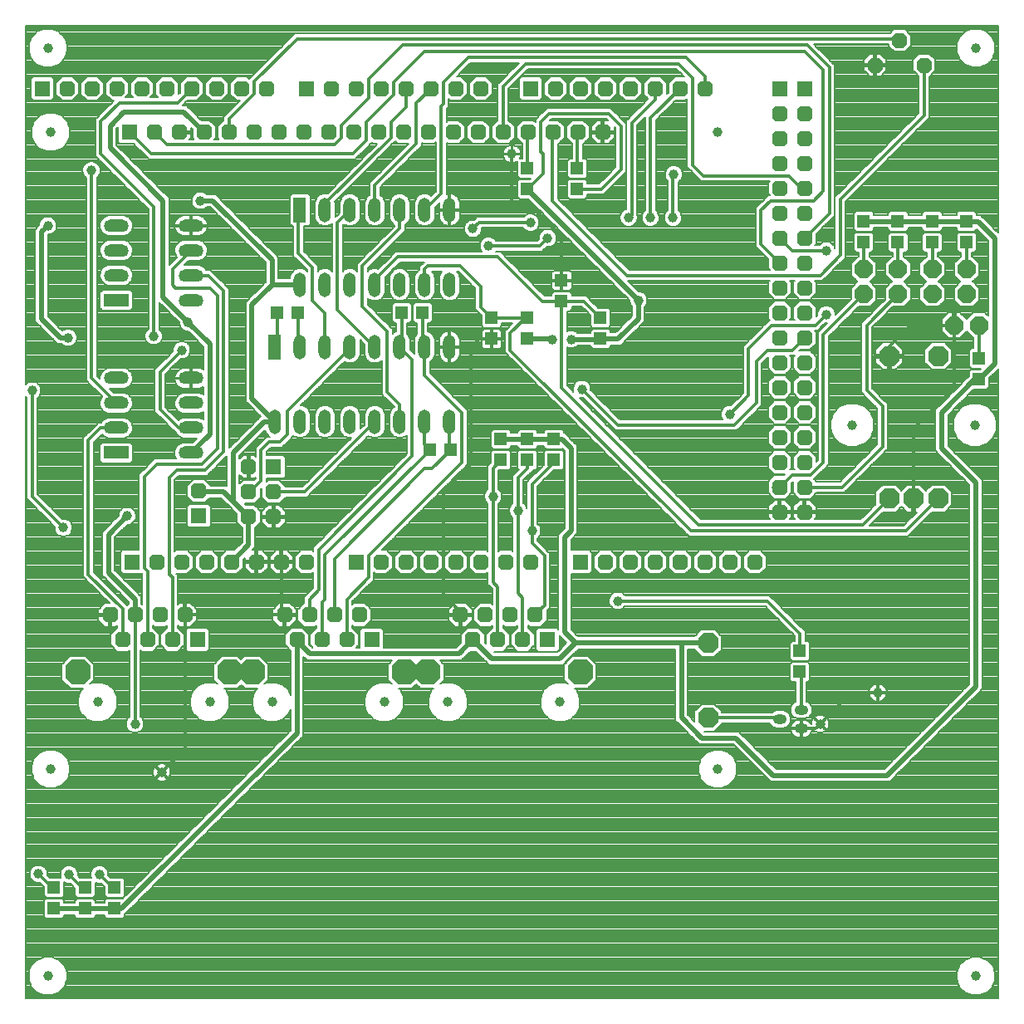
<source format=gbl>
%FSLAX35Y35*%
%MOIN*%
%IN2=KupferuntenL1(X.GBL)*%
%ADD10C,0.00591*%
%ADD11C,0.00614*%
%ADD12C,0.00768*%
%ADD13C,0.00787*%
%ADD14C,0.01024*%
%ADD15C,0.01181*%
%ADD16C,0.01280*%
%ADD17C,0.01535*%
%ADD18C,0.01575*%
%ADD19C,0.01969*%
%ADD20C,0.02362*%
%ADD21C,0.02795*%
%ADD22C,0.03937*%
%ADD23C,0.12205*%
%ADD24C,0.12598*%
%ADD25C,0.13780*%
%ADD26C,0.14173*%
%AMR_27*21,1,0.01181,0.01181,0,0,0.000*%
%ADD27R_27*%
%AMR_28*21,1,0.01250,0.01250,0,0,0.000*%
%ADD28R_28*%
%AMR_29*21,1,0.01280,0.01280,0,0,0.000*%
%ADD29R_29*%
%AMR_30*21,1,0.01476,0.01476,0,0,0.000*%
%ADD30R_30*%
%AMR_31*21,1,0.01575,0.01575,0,0,0.000*%
%ADD31R_31*%
%AMR_32*21,1,0.01772,0.01772,0,0,0.000*%
%ADD32R_32*%
%AMR_33*21,1,0.01969,0.01969,0,0,0.000*%
%ADD33R_33*%
%AMR_34*21,1,0.04587,0.05433,0,0,90.000*%
%ADD34R_34*%
%AMR_35*21,1,0.05000,0.05000,0,0,0.000*%
%ADD35R_35*%
%AMR_36*21,1,0.05000,0.05000,0,0,90.000*%
%ADD36R_36*%
%AMR_37*21,1,0.05000,0.05000,0,0,180.000*%
%ADD37R_37*%
%AMR_38*21,1,0.05000,0.05000,0,0,270.000*%
%ADD38R_38*%
%AMR_39*21,1,0.05000,0.09843,0,0,0.000*%
%ADD39R_39*%
%AMR_40*21,1,0.05000,0.10000,0,0,90.000*%
%ADD40R_40*%
%AMR_41*21,1,0.12205,0.05118,0,0,90.000*%
%ADD41R_41*%
%AMR_42*21,1,0.12205,0.05118,0,0,180.000*%
%ADD42R_42*%
%AMR_43*21,1,0.19685,0.19685,0,0,0.000*%
%ADD43R_43*%
%AMOCT_44*4,1,8,0.029528,0.014764,0.014764,0.029528,-0.014764,0.029528,-0.029528,0.014764,-0.029528,-0.014764,-0.014764,-0.029528,0.014764,-0.029528,0.029528,-0.014764,0.029528,0.014764,0.000*%
%ADD44OCT_44*%
%AMOCT_45*4,1,8,0.031496,0.015748,0.015748,0.031496,-0.015748,0.031496,-0.031496,0.015748,-0.031496,-0.015748,-0.015748,-0.031496,0.015748,-0.031496,0.031496,-0.015748,0.031496,0.015748,-0.000*%
%ADD45OCT_45*%
%AMOCT_46*4,1,8,0.031496,0.015748,0.015748,0.031496,-0.015748,0.031496,-0.031496,0.015748,-0.031496,-0.015748,-0.015748,-0.031496,0.015748,-0.031496,0.031496,-0.015748,0.031496,0.015748,90.000*%
%ADD46OCT_46*%
%AMOCT_47*4,1,8,0.031496,0.015748,0.015748,0.031496,-0.015748,0.031496,-0.031496,0.015748,-0.031496,-0.015748,-0.015748,-0.031496,0.015748,-0.031496,0.031496,-0.015748,0.031496,0.015748,180.000*%
%ADD47OCT_47*%
%AMOCT_48*4,1,8,0.031496,0.015748,0.015748,0.031496,-0.015748,0.031496,-0.031496,0.015748,-0.031496,-0.015748,-0.015748,-0.031496,0.015748,-0.031496,0.031496,-0.015748,0.031496,0.015748,270.000*%
%ADD48OCT_48*%
%AMOCT_49*4,1,8,0.035433,0.017717,0.017717,0.035433,-0.017717,0.035433,-0.035433,0.017717,-0.035433,-0.017717,-0.017717,-0.035433,0.017717,-0.035433,0.035433,-0.017717,0.035433,0.017717,180.000*%
%ADD49OCT_49*%
%AMOCT_50*4,1,8,0.035433,0.017717,0.017717,0.035433,-0.017717,0.035433,-0.035433,0.017717,-0.035433,-0.017717,-0.017717,-0.035433,0.017717,-0.035433,0.035433,-0.017717,0.035433,0.017717,270.000*%
%ADD50OCT_50*%
%AMOCT_51*4,1,8,0.039370,0.019685,0.019685,0.039370,-0.019685,0.039370,-0.039370,0.019685,-0.039370,-0.019685,-0.019685,-0.039370,0.019685,-0.039370,0.039370,-0.019685,0.039370,0.019685,0.000*%
%ADD51OCT_51*%
%AMOCT_52*4,1,8,0.039370,0.019685,0.019685,0.039370,-0.019685,0.039370,-0.039370,0.019685,-0.039370,-0.019685,-0.019685,-0.039370,0.019685,-0.039370,0.039370,-0.019685,0.039370,0.019685,270.000*%
%ADD52OCT_52*%
%AMOCT_53*4,1,8,0.049213,0.024606,0.024606,0.049213,-0.024606,0.049213,-0.049213,0.024606,-0.049213,-0.024606,-0.024606,-0.049213,0.024606,-0.049213,0.049213,-0.024606,0.049213,0.024606,180.000*%
%ADD53OCT_53*%
%AMO_54*20,1,0.03937,-0.00787,0.00000,0.00787,0.00000,0*1,1,0.03937,-0.00787,0.00000*1,1,0.03937,0.00787,0.00000*%
%ADD54O_54*%
%AMO_55*20,1,0.05000,0.00000,-0.02421,0.00000,0.02421,0*1,1,0.05000,0.00000,-0.02421*1,1,0.05000,0.00000,0.02421*%
%ADD55O_55*%
%AMO_56*20,1,0.05000,0.02500,0.00000,-0.02500,0.00000,0*1,1,0.05000,0.02500,0.00000*1,1,0.05000,-0.02500,0.00000*%
%ADD56O_56*%
%AMRR_57*21,1,0.06299,0.05039,0,0,-0.000*21,1,0.05039,0.06299,0,0,-0.000*1,1,0.01260,0.02520,0.02520*1,1,0.01260,-0.02520,-0.02520*1,1,0.01260,0.02520,-0.02520*1,1,0.01260,-0.02520,0.02520*%
%ADD57RR_57*%
%AMRR_58*21,1,0.06299,0.05039,0,0,90.000*21,1,0.05039,0.06299,0,0,90.000*1,1,0.01260,-0.02520,0.02520*1,1,0.01260,0.02520,-0.02520*1,1,0.01260,0.02520,0.02520*1,1,0.01260,-0.02520,-0.02520*%
%ADD58RR_58*%
%AMRR_59*21,1,0.06299,0.05039,0,0,180.000*21,1,0.05039,0.06299,0,0,180.000*1,1,0.01260,-0.02520,-0.02520*1,1,0.01260,0.02520,0.02520*1,1,0.01260,-0.02520,0.02520*1,1,0.01260,0.02520,-0.02520*%
%ADD59RR_59*%
%AMRR_60*21,1,0.06299,0.05039,0,0,270.000*21,1,0.05039,0.06299,0,0,270.000*1,1,0.01260,0.02520,-0.02520*1,1,0.01260,-0.02520,0.02520*1,1,0.01260,-0.02520,-0.02520*1,1,0.01260,0.02520,0.02520*%
%ADD60RR_60*%
G54D10*
X54165Y94953D02*
X56299Y92819D01*
X55881Y92401D01*
X53747Y94535D01*
X54165Y94953D01*
X55330Y92952D02*
X56165Y92952D01*
X54779Y93503D02*
X55614Y93503D01*
X54228Y94055D02*
X55063Y94055D01*
X53818Y94606D02*
X54512Y94606D01*
X53747Y90267D02*
X55881Y92401D01*
X56299Y91983D01*
X54165Y89850D01*
X53747Y90267D01*
X53881Y90401D02*
X54716Y90401D01*
X54432Y90952D02*
X55267Y90952D01*
X54983Y91503D02*
X55818Y91503D01*
X55534Y92054D02*
X56228Y92054D01*
X58433Y89850D02*
X56299Y91983D01*
X56716Y92401D01*
X58850Y90267D01*
X58433Y89850D01*
X57881Y90401D02*
X58717Y90401D01*
X57330Y90952D02*
X58165Y90952D01*
X56779Y91503D02*
X57614Y91503D01*
X56370Y92054D02*
X57063Y92054D01*
X318466Y114401D02*
X320600Y112267D01*
X320182Y111850D01*
X318048Y113984D01*
X318466Y114401D01*
X319631Y112401D02*
X320466Y112401D01*
X319080Y112952D02*
X319915Y112952D01*
X318529Y113503D02*
X319364Y113503D01*
X318119Y114055D02*
X318813Y114055D01*
X322734Y109298D02*
X320600Y111432D01*
X321017Y111850D01*
X323151Y109716D01*
X322734Y109298D01*
X322183Y109850D02*
X323018Y109850D01*
X321631Y110401D02*
X322467Y110401D01*
X321080Y110952D02*
X321915Y110952D01*
X320671Y111503D02*
X321364Y111503D01*
G54D13*
X392125Y308944D02*
X392125Y309134D01*
X392125Y309842D01*
X392125Y310551D01*
X392125Y311260D01*
X392125Y311968D01*
X392125Y312677D01*
X392125Y313386D01*
X392125Y314094D01*
X392125Y314803D01*
X392125Y315512D01*
X392125Y316220D01*
X392125Y316929D01*
X392125Y317638D01*
X392125Y318346D01*
X392125Y319055D01*
X392125Y319764D01*
X392125Y320472D01*
X392125Y321181D01*
X392125Y321890D01*
X392125Y322598D01*
X392125Y323307D01*
X392125Y324016D01*
X392125Y324724D01*
X392125Y325433D01*
X392125Y326142D01*
X392125Y326850D01*
X392125Y327559D01*
X392125Y328268D01*
X392125Y328976D01*
X392125Y329685D01*
X392125Y330394D01*
X392125Y331102D01*
X392125Y331811D01*
X392125Y332520D01*
X392125Y333228D01*
X392125Y333937D01*
X392125Y334646D01*
X392125Y335354D01*
X392125Y336063D01*
X392125Y336772D01*
X392125Y337480D01*
X392125Y338189D01*
X392125Y338898D01*
X392125Y339606D01*
X392125Y340315D01*
X392125Y341024D01*
X392125Y341732D01*
X392125Y342441D01*
X392125Y343150D01*
X392125Y343858D01*
X392125Y344567D01*
X392125Y345275D01*
X392125Y345984D01*
X392125Y346693D01*
X392125Y347401D01*
X392125Y348110D01*
X392125Y348819D01*
X392125Y349527D01*
X392125Y350236D01*
X392125Y350945D01*
X392125Y351653D01*
X392125Y352362D01*
X392125Y353071D01*
X392125Y353779D01*
X392125Y354488D01*
X392125Y355197D01*
X392125Y355905D01*
X392125Y356614D01*
X392125Y357323D01*
X392125Y358031D01*
X392125Y358740D01*
X392125Y359449D01*
X392125Y360157D01*
X392125Y360866D01*
X392125Y361575D01*
X392125Y362283D01*
X392125Y362992D01*
X392125Y363701D01*
X392125Y364409D01*
X392125Y365118D01*
X392125Y365827D01*
X392125Y366535D01*
X392125Y367244D01*
X392125Y367953D01*
X392125Y368661D01*
X392125Y369370D01*
X392125Y370079D01*
X392125Y370787D01*
X392125Y371496D01*
X392125Y372205D01*
X392125Y372913D01*
X392125Y373622D01*
X392125Y374331D01*
X392125Y375039D01*
X392125Y375748D01*
X392125Y376457D01*
X392125Y377165D01*
X392125Y377874D01*
X392125Y378583D01*
X392125Y379291D01*
X392125Y380000D01*
X392125Y380709D01*
X392125Y381417D01*
X392125Y382126D01*
X392125Y382835D01*
X392125Y383543D01*
X392125Y384252D01*
X392125Y384961D01*
X392125Y385669D01*
X392125Y386378D01*
X392125Y387087D01*
X392125Y387795D01*
X392125Y388504D01*
X392125Y389212D01*
X392125Y389921D01*
X392125Y390630D01*
X392125Y391338D01*
X392125Y392047D01*
X392125Y392125D01*
X392125Y308944D02*
X391936Y309134D01*
X391706Y309363D01*
X391227Y309842D01*
X390518Y310551D01*
X389810Y311260D01*
X389101Y311968D01*
X388392Y312677D01*
X387684Y313386D01*
X386975Y314094D01*
X386266Y314803D01*
X385558Y315512D01*
X384960Y316109D01*
X383425Y316109D01*
X383425Y316220D01*
X383425Y316702D01*
X383198Y316929D01*
X382502Y317625D01*
X376197Y317625D01*
X375275Y316702D02*
X375501Y316929D01*
X376197Y317625D01*
X375275Y316109D02*
X375275Y316220D01*
X375275Y316702D01*
X375275Y316109D02*
X369675Y316109D01*
X369675Y316220D01*
X369675Y316702D01*
X369448Y316929D01*
X368752Y317625D01*
X362447Y317625D01*
X361525Y316702D02*
X361751Y316929D01*
X362447Y317625D01*
X361525Y316109D02*
X361525Y316220D01*
X361525Y316702D01*
X361525Y316109D02*
X355925Y316109D01*
X355925Y316220D01*
X355925Y316702D01*
X355698Y316929D01*
X355002Y317625D01*
X348697Y317625D01*
X347775Y316702D02*
X348001Y316929D01*
X348697Y317625D01*
X347775Y316109D02*
X347775Y316220D01*
X347775Y316702D01*
X347775Y316109D02*
X342175Y316109D01*
X342175Y316220D01*
X342175Y316702D01*
X341948Y316929D01*
X341252Y317625D01*
X334947Y317625D01*
X334025Y316702D02*
X334251Y316929D01*
X334947Y317625D01*
X334025Y310397D02*
X334025Y310551D01*
X334025Y311260D01*
X334025Y311968D01*
X334025Y312677D01*
X334025Y313386D01*
X334025Y314094D01*
X334025Y314803D01*
X334025Y315512D01*
X334025Y316220D01*
X334025Y316702D01*
X334947Y309475D02*
X334580Y309842D01*
X334025Y310397D01*
X334947Y309475D02*
X341252Y309475D01*
X341620Y309842D01*
X342175Y310397D01*
X342175Y310551D01*
X342175Y310990D01*
X347775Y310990D01*
X347775Y310397D02*
X347775Y310551D01*
X347775Y310990D01*
X348697Y309475D02*
X348330Y309842D01*
X347775Y310397D01*
X348697Y309475D02*
X355002Y309475D01*
X355370Y309842D01*
X355925Y310397D01*
X355925Y310551D01*
X355925Y310990D01*
X361525Y310990D01*
X361525Y310397D02*
X361525Y310551D01*
X361525Y310990D01*
X362447Y309475D02*
X362080Y309842D01*
X361525Y310397D01*
X362447Y309475D02*
X368752Y309475D01*
X369120Y309842D01*
X369675Y310397D01*
X369675Y310551D01*
X369675Y310990D01*
X375275Y310990D01*
X375275Y310397D02*
X375275Y310551D01*
X375275Y310990D01*
X376197Y309475D02*
X375830Y309842D01*
X375275Y310397D01*
X376197Y309475D02*
X382502Y309475D01*
X382870Y309842D01*
X383425Y310397D01*
X383425Y310405D01*
X388087Y305744D02*
X387531Y306299D01*
X386822Y307008D01*
X386114Y307716D01*
X385405Y308425D01*
X384696Y309134D01*
X383988Y309842D01*
X383425Y310405D01*
X388087Y275656D02*
X388087Y275827D01*
X388087Y276535D01*
X388087Y277244D01*
X388087Y277953D01*
X388087Y278661D01*
X388087Y279370D01*
X388087Y280079D01*
X388087Y280787D01*
X388087Y281496D01*
X388087Y282205D01*
X388087Y282913D01*
X388087Y283622D01*
X388087Y284331D01*
X388087Y285039D01*
X388087Y285748D01*
X388087Y286457D01*
X388087Y287165D01*
X388087Y287874D01*
X388087Y288583D01*
X388087Y289291D01*
X388087Y290000D01*
X388087Y290709D01*
X388087Y291417D01*
X388087Y292126D01*
X388087Y292835D01*
X388087Y293543D01*
X388087Y294252D01*
X388087Y294961D01*
X388087Y295669D01*
X388087Y296378D01*
X388087Y297087D01*
X388087Y297795D01*
X388087Y298504D01*
X388087Y299212D01*
X388087Y299921D01*
X388087Y300630D01*
X388087Y301338D01*
X388087Y302047D01*
X388087Y302756D01*
X388087Y303464D01*
X388087Y304173D01*
X388087Y304882D01*
X388087Y305590D01*
X388087Y305744D01*
X388087Y275656D02*
X387916Y275827D01*
X387207Y276535D01*
X386774Y276968D01*
X381926Y276968D01*
X379350Y274393D02*
X379367Y274409D01*
X380075Y275118D01*
X380784Y275827D01*
X381493Y276535D01*
X381926Y276968D01*
X379350Y274393D02*
X379333Y274409D01*
X378624Y275118D01*
X377916Y275827D01*
X377207Y276535D01*
X376774Y276968D01*
X374350Y276968D02*
X371926Y276968D01*
X369231Y274274D02*
X369367Y274409D01*
X370075Y275118D01*
X370784Y275827D01*
X371493Y276535D01*
X371926Y276968D01*
X369231Y269426D02*
X369231Y269449D01*
X369231Y270157D01*
X369231Y270866D01*
X369231Y271575D01*
X369231Y271850D02*
X369231Y272283D01*
X369231Y272992D01*
X369231Y273701D01*
X369231Y274274D01*
X371926Y266731D02*
X371334Y267323D01*
X370626Y268031D01*
X369917Y268740D01*
X369231Y269426D01*
X374350Y266731D02*
X376774Y266731D01*
X377365Y267323D01*
X378074Y268031D01*
X378783Y268740D01*
X379350Y269307D01*
X381926Y266731D02*
X381334Y267323D01*
X380626Y268031D01*
X379917Y268740D01*
X379350Y269307D01*
X381926Y266731D02*
X382184Y266731D01*
X382184Y262625D02*
X382184Y263071D01*
X382184Y263779D01*
X382184Y264488D01*
X382184Y265197D01*
X382184Y265905D01*
X382184Y266614D01*
X382184Y266731D01*
X382184Y262625D02*
X381197Y262625D01*
X380275Y261702D02*
X380934Y262362D01*
X381197Y262625D01*
X380275Y255397D02*
X380275Y255984D01*
X380275Y256693D01*
X380275Y257401D01*
X380275Y258110D01*
X380275Y258819D01*
X380275Y259527D01*
X380275Y260236D01*
X380275Y260945D01*
X380275Y261653D01*
X380275Y261702D01*
X381197Y254475D02*
X381105Y254567D01*
X380397Y255275D01*
X380275Y255397D01*
X381197Y254475D02*
X385055Y254475D01*
X384805Y254225D02*
X385055Y254475D01*
X384805Y254225D02*
X381197Y254225D01*
X380275Y253302D02*
X380830Y253858D01*
X381197Y254225D01*
X380275Y251394D02*
X380275Y251732D01*
X380275Y252441D01*
X380275Y253150D01*
X380275Y253302D01*
X366790Y237910D02*
X367148Y238268D01*
X367857Y238976D01*
X368565Y239685D01*
X369274Y240394D01*
X369983Y241102D01*
X370691Y241811D01*
X371400Y242520D01*
X372109Y243228D01*
X372817Y243937D01*
X373526Y244646D01*
X374235Y245354D01*
X374943Y246063D01*
X375652Y246772D01*
X376361Y247480D01*
X377069Y248189D01*
X377778Y248898D01*
X378487Y249606D01*
X379195Y250315D01*
X379904Y251024D01*
X380275Y251394D01*
X366790Y235790D02*
X366790Y236142D01*
X366790Y236850D01*
X366790Y237559D01*
X366790Y237910D01*
X366790Y223535D02*
X366790Y224094D01*
X366790Y224803D01*
X366790Y225512D01*
X366790Y226220D01*
X366790Y226929D01*
X366790Y227638D01*
X366790Y228346D01*
X366790Y229055D01*
X366790Y229764D01*
X366790Y230472D01*
X366790Y231181D01*
X366790Y231890D01*
X366790Y232598D01*
X366790Y233307D01*
X366790Y234016D01*
X366790Y234724D01*
X366790Y235433D01*
X366790Y235790D01*
X366790Y221415D02*
X366790Y221968D01*
X366790Y222677D01*
X366790Y223386D01*
X366790Y223535D01*
X368290Y219915D02*
X367654Y220551D01*
X366945Y221260D01*
X366790Y221415D01*
X380540Y207665D02*
X380410Y207795D01*
X379701Y208504D01*
X378993Y209212D01*
X378284Y209921D01*
X377575Y210630D01*
X376867Y211338D01*
X376158Y212047D01*
X375449Y212756D01*
X374741Y213464D01*
X374032Y214173D01*
X373323Y214882D01*
X372615Y215590D01*
X371906Y216299D01*
X371197Y217008D01*
X370489Y217716D01*
X369780Y218425D01*
X369071Y219134D01*
X368363Y219842D01*
X368290Y219915D01*
X380540Y127910D02*
X380540Y128425D01*
X380540Y129134D01*
X380540Y129842D01*
X380540Y130551D01*
X380540Y131260D01*
X380540Y131968D01*
X380540Y132677D01*
X380540Y133386D01*
X380540Y134094D01*
X380540Y134803D01*
X380540Y135512D01*
X380540Y136220D01*
X380540Y136929D01*
X380540Y137638D01*
X380540Y138346D01*
X380540Y139055D01*
X380540Y139764D01*
X380540Y140472D01*
X380540Y141181D01*
X380540Y141890D01*
X380540Y142598D01*
X380540Y143307D01*
X380540Y144016D01*
X380540Y144724D01*
X380540Y145433D01*
X380540Y146142D01*
X380540Y146850D01*
X380540Y147559D01*
X380540Y148268D01*
X380540Y148976D01*
X380540Y149685D01*
X380540Y150394D01*
X380540Y151102D01*
X380540Y151811D01*
X380540Y152520D01*
X380540Y153228D01*
X380540Y153937D01*
X380540Y154646D01*
X380540Y155354D01*
X380540Y156063D01*
X380540Y156772D01*
X380540Y157480D01*
X380540Y158189D01*
X380540Y158898D01*
X380540Y159606D01*
X380540Y160315D01*
X380540Y161024D01*
X380540Y161732D01*
X380540Y162441D01*
X380540Y163150D01*
X380540Y163858D01*
X380540Y164567D01*
X380540Y165275D01*
X380540Y165984D01*
X380540Y166693D01*
X380540Y167401D01*
X380540Y168110D01*
X380540Y168819D01*
X380540Y169527D01*
X380540Y170236D01*
X380540Y170945D01*
X380540Y171653D01*
X380540Y172362D01*
X380540Y173071D01*
X380540Y173779D01*
X380540Y174488D01*
X380540Y175197D01*
X380540Y175905D01*
X380540Y176614D01*
X380540Y177323D01*
X380540Y178031D01*
X380540Y178740D01*
X380540Y179449D01*
X380540Y180157D01*
X380540Y180866D01*
X380540Y181575D01*
X380540Y182283D01*
X380540Y182992D01*
X380540Y183701D01*
X380540Y184409D01*
X380540Y185118D01*
X380540Y185827D01*
X380540Y186535D01*
X380540Y187244D01*
X380540Y187953D01*
X380540Y188661D01*
X380540Y189370D01*
X380540Y190079D01*
X380540Y190787D01*
X380540Y191496D01*
X380540Y192205D01*
X380540Y192913D01*
X380540Y193622D01*
X380540Y194331D01*
X380540Y195039D01*
X380540Y195748D01*
X380540Y196457D01*
X380540Y197165D01*
X380540Y197874D01*
X380540Y198583D01*
X380540Y199291D01*
X380540Y200000D01*
X380540Y200709D01*
X380540Y201417D01*
X380540Y202126D01*
X380540Y202835D01*
X380540Y203543D01*
X380540Y204252D01*
X380540Y204961D01*
X380540Y205669D01*
X380540Y206378D01*
X380540Y207087D01*
X380540Y207665D01*
X346415Y93784D02*
X347040Y94409D01*
X347748Y95118D01*
X348457Y95827D01*
X349166Y96535D01*
X349874Y97244D01*
X350583Y97953D01*
X351292Y98661D01*
X352000Y99370D01*
X352709Y100079D01*
X353418Y100787D01*
X354126Y101496D01*
X354835Y102205D01*
X355544Y102913D01*
X356252Y103622D01*
X356961Y104331D01*
X357670Y105039D01*
X358378Y105748D01*
X359087Y106457D01*
X359796Y107165D01*
X360504Y107874D01*
X361213Y108583D01*
X361922Y109291D01*
X362630Y110000D01*
X363339Y110709D01*
X364048Y111417D01*
X364756Y112126D01*
X365465Y112835D01*
X366174Y113543D01*
X366882Y114252D01*
X367591Y114961D01*
X368300Y115669D01*
X369008Y116378D01*
X369717Y117087D01*
X370426Y117795D01*
X371134Y118504D01*
X371843Y119212D01*
X372552Y119921D01*
X373260Y120630D01*
X373969Y121338D01*
X374678Y122047D01*
X375386Y122756D01*
X376095Y123464D01*
X376804Y124173D01*
X377512Y124882D01*
X378221Y125590D01*
X378930Y126299D01*
X379638Y127008D01*
X380347Y127716D01*
X380540Y127910D01*
X346415Y93784D02*
X302910Y93784D01*
X302285Y94409D01*
X301576Y95118D01*
X300868Y95827D01*
X300159Y96535D01*
X299450Y97244D01*
X298742Y97953D01*
X298033Y98661D01*
X297324Y99370D01*
X296616Y100079D01*
X295907Y100787D01*
X295198Y101496D01*
X294490Y102205D01*
X293781Y102913D01*
X293072Y103622D01*
X292364Y104331D01*
X291655Y105039D01*
X290946Y105748D01*
X290238Y106457D01*
X289529Y107165D01*
X288820Y107874D01*
X288112Y108583D01*
X287910Y108784D01*
X274160Y108784D01*
X274107Y108838D01*
X278221Y108838D01*
X278674Y109291D01*
X279383Y110000D01*
X280092Y110709D01*
X280800Y111417D01*
X281112Y111729D01*
X281112Y112126D01*
X281112Y112184D01*
X300370Y112184D01*
X300559Y111670D02*
X300391Y112126D01*
X300370Y112184D01*
X301551Y110677D02*
X301520Y110709D01*
X300812Y111417D01*
X300559Y111670D01*
X302898Y110181D02*
X301551Y110677D01*
X302898Y110181D02*
X305890Y110181D01*
X307237Y110677D01*
X307268Y110709D01*
X307977Y111417D01*
X308229Y111670D01*
X308397Y112126D01*
X308658Y112835D01*
X308725Y113016D01*
X308725Y113543D01*
X308725Y114252D01*
X308725Y114434D01*
X308531Y114961D01*
X308270Y115669D01*
X308229Y115780D01*
X307632Y116378D01*
X307237Y116772D01*
X306385Y117087D01*
X305890Y117269D01*
X302898Y117269D01*
X301551Y116772D02*
X302404Y117087D01*
X302898Y117269D01*
X301295Y116516D02*
X301551Y116772D01*
X301295Y116516D02*
X281112Y116516D01*
X281112Y116971D01*
X280996Y117087D01*
X280288Y117795D01*
X279579Y118504D01*
X278870Y119212D01*
X278221Y119862D01*
X272979Y119862D01*
X270088Y116971D02*
X270203Y117087D01*
X270912Y117795D01*
X271621Y118504D01*
X272329Y119212D01*
X272979Y119862D01*
X270088Y112857D02*
X270088Y113543D01*
X270088Y114252D01*
X270088Y114961D01*
X270088Y115669D01*
X270088Y116378D01*
X270088Y116971D01*
X270088Y112857D02*
X269401Y113543D01*
X268693Y114252D01*
X267984Y114961D01*
X267534Y115410D01*
X267534Y115669D01*
X267534Y116378D01*
X267534Y117087D01*
X267534Y117795D01*
X267534Y118504D01*
X267534Y119212D01*
X267534Y119921D01*
X267534Y120630D01*
X267534Y121338D01*
X267534Y122047D01*
X267534Y122756D01*
X267534Y123464D01*
X267534Y124173D01*
X267534Y124882D01*
X267534Y125590D01*
X267534Y126299D01*
X267534Y127008D01*
X267534Y127716D01*
X267534Y128425D01*
X267534Y129134D01*
X267534Y129842D01*
X267534Y130551D01*
X267534Y131260D01*
X267534Y131968D01*
X267534Y132677D01*
X267534Y133386D01*
X267534Y134094D01*
X267534Y134803D01*
X267534Y135512D01*
X267534Y136220D01*
X267534Y136929D01*
X267534Y137638D01*
X267534Y138346D01*
X267534Y139055D01*
X267534Y139764D01*
X267534Y140472D01*
X267534Y141181D01*
X267534Y141790D01*
X270088Y141790D01*
X270088Y141729D02*
X270088Y141790D01*
X272979Y138838D02*
X272762Y139055D01*
X272053Y139764D01*
X271344Y140472D01*
X270636Y141181D01*
X270088Y141729D01*
X272979Y138838D02*
X278221Y138838D01*
X278438Y139055D01*
X279147Y139764D01*
X279856Y140472D01*
X280564Y141181D01*
X281112Y141729D01*
X281112Y141890D01*
X281112Y142598D01*
X281112Y143307D01*
X281112Y144016D01*
X281112Y144724D01*
X281112Y145433D01*
X281112Y146142D01*
X281112Y146850D01*
X281112Y146971D01*
X280524Y147559D01*
X279815Y148268D01*
X279107Y148976D01*
X278398Y149685D01*
X278221Y149862D01*
X272979Y149862D01*
X270088Y146971D02*
X270676Y147559D01*
X271384Y148268D01*
X272093Y148976D01*
X272802Y149685D01*
X272979Y149862D01*
X270088Y146909D02*
X270088Y146971D01*
X270088Y146909D02*
X223535Y146909D01*
X222885Y147559D01*
X222177Y148268D01*
X221468Y148976D01*
X220759Y149685D01*
X220659Y149785D01*
X220659Y150394D01*
X220659Y151102D01*
X220659Y151811D01*
X220659Y152520D01*
X220659Y153228D01*
X220659Y153937D01*
X220659Y154646D01*
X220659Y155354D01*
X220659Y156063D01*
X220659Y156772D01*
X220659Y157480D01*
X220659Y158189D01*
X220659Y158898D01*
X220659Y159606D01*
X220659Y160315D01*
X220659Y161024D01*
X220659Y161732D01*
X220659Y162441D01*
X220659Y163150D01*
X220659Y163858D01*
X220659Y164567D01*
X220659Y165275D01*
X220659Y165984D01*
X220659Y166693D01*
X220659Y167401D01*
X220659Y168110D01*
X220659Y168819D01*
X220659Y169527D01*
X220659Y170236D01*
X220659Y170945D01*
X220659Y171653D01*
X220659Y172125D01*
X228152Y172125D01*
X228389Y172362D01*
X229075Y173048D01*
X229075Y173071D01*
X229075Y173779D01*
X229075Y174488D01*
X229075Y175197D01*
X229075Y175905D01*
X229075Y176614D01*
X229075Y177323D01*
X229075Y178031D01*
X229075Y178740D01*
X229075Y179449D01*
X229075Y180157D01*
X229075Y180652D01*
X228861Y180866D01*
X228152Y181575D01*
X220659Y181575D01*
X220659Y182283D01*
X220659Y182992D01*
X220659Y183701D01*
X220659Y184409D01*
X220659Y185118D01*
X220659Y185790D01*
X220696Y185827D01*
X221405Y186535D01*
X221660Y186790D01*
X222114Y187244D01*
X222822Y187953D01*
X223159Y188290D01*
X223159Y188661D01*
X223159Y189370D01*
X223159Y190079D01*
X223159Y190787D01*
X223159Y191496D01*
X223159Y192205D01*
X223159Y192913D01*
X223159Y193622D01*
X223159Y194331D01*
X223159Y195039D01*
X223159Y195748D01*
X223159Y196457D01*
X223159Y197165D01*
X223159Y197874D01*
X223159Y198583D01*
X223159Y199291D01*
X223159Y200000D01*
X223159Y200709D01*
X223159Y201417D01*
X223159Y202126D01*
X223159Y202835D01*
X223159Y203543D01*
X223159Y204252D01*
X223159Y204961D01*
X223159Y205669D01*
X223159Y206378D01*
X223159Y207087D01*
X223159Y207795D01*
X223159Y208504D01*
X223159Y209212D01*
X223159Y209921D01*
X223159Y210630D01*
X223159Y211338D01*
X223159Y212047D01*
X223159Y212756D01*
X223159Y213464D01*
X223159Y214173D01*
X223159Y214882D01*
X223159Y215590D01*
X223159Y216299D01*
X223159Y217008D01*
X223159Y217716D01*
X223159Y218425D01*
X223159Y219134D01*
X223159Y219842D01*
X223159Y220551D01*
X223159Y221260D01*
X223159Y221968D01*
X223159Y222677D01*
X223159Y223386D01*
X223159Y223535D01*
X222600Y224094D01*
X221891Y224803D01*
X221660Y225034D01*
X221183Y225512D01*
X220474Y226220D01*
X219765Y226929D01*
X219057Y227638D01*
X218348Y228346D01*
X218085Y228609D01*
X217800Y228609D01*
X217800Y229055D01*
X217800Y229202D01*
X217239Y229764D01*
X216877Y230125D01*
X210572Y230125D01*
X209650Y229202D02*
X210211Y229764D01*
X210572Y230125D01*
X209650Y228609D02*
X209650Y229055D01*
X209650Y229202D01*
X209650Y228609D02*
X207175Y228609D01*
X207175Y229055D01*
X207175Y229202D01*
X206614Y229764D01*
X206252Y230125D01*
X199947Y230125D01*
X199025Y229202D02*
X199586Y229764D01*
X199947Y230125D01*
X199025Y228609D02*
X199025Y229055D01*
X199025Y229202D01*
X199025Y228609D02*
X196550Y228609D01*
X196550Y229055D01*
X196550Y229202D01*
X195989Y229764D01*
X195627Y230125D01*
X189322Y230125D01*
X188400Y229202D02*
X188961Y229764D01*
X189322Y230125D01*
X188400Y222897D02*
X188400Y223386D01*
X188400Y224094D01*
X188400Y224803D01*
X188400Y225512D01*
X188400Y226220D01*
X188400Y226929D01*
X188400Y227638D01*
X188400Y228346D01*
X188400Y229055D01*
X188400Y229202D01*
X189322Y221975D02*
X188620Y222677D01*
X188400Y222897D01*
X189322Y221975D02*
X195627Y221975D01*
X196330Y222677D01*
X196550Y222897D01*
X196550Y223386D01*
X196550Y223490D01*
X199025Y223490D01*
X199025Y222897D02*
X199025Y223386D01*
X199025Y223490D01*
X199947Y221975D02*
X199245Y222677D01*
X199025Y222897D01*
X199947Y221975D02*
X206252Y221975D01*
X206955Y222677D01*
X207175Y222897D01*
X207175Y223386D01*
X207175Y223490D01*
X209650Y223490D01*
X209650Y222897D02*
X209650Y223386D01*
X209650Y223490D01*
X210572Y221975D02*
X209870Y222677D01*
X209650Y222897D01*
X210572Y221975D02*
X216877Y221975D01*
X217179Y222276D01*
X218040Y221415D02*
X217487Y221968D01*
X217179Y222276D01*
X218040Y190410D02*
X218040Y190787D01*
X218040Y191496D01*
X218040Y192205D01*
X218040Y192913D01*
X218040Y193622D01*
X218040Y194331D01*
X218040Y195039D01*
X218040Y195748D01*
X218040Y196457D01*
X218040Y197165D01*
X218040Y197874D01*
X218040Y198583D01*
X218040Y199291D01*
X218040Y200000D01*
X218040Y200709D01*
X218040Y201417D01*
X218040Y202126D01*
X218040Y202835D01*
X218040Y203543D01*
X218040Y204252D01*
X218040Y204961D01*
X218040Y205669D01*
X218040Y206378D01*
X218040Y207087D01*
X218040Y207795D01*
X218040Y208504D01*
X218040Y209212D01*
X218040Y209921D01*
X218040Y210630D01*
X218040Y211338D01*
X218040Y212047D01*
X218040Y212756D01*
X218040Y213464D01*
X218040Y214173D01*
X218040Y214882D01*
X218040Y215590D01*
X218040Y216299D01*
X218040Y217008D01*
X218040Y217716D01*
X218040Y218425D01*
X218040Y219134D01*
X218040Y219842D01*
X218040Y220551D01*
X218040Y221260D01*
X218040Y221415D01*
X215540Y187910D02*
X215583Y187953D01*
X216292Y188661D01*
X217000Y189370D01*
X217709Y190079D01*
X218040Y190410D01*
X215540Y185790D02*
X215540Y185827D01*
X215540Y186535D01*
X215540Y187244D01*
X215540Y187910D01*
X215540Y149811D02*
X215540Y150394D01*
X215540Y151102D01*
X215540Y151811D01*
X215540Y152520D01*
X215540Y153228D01*
X215540Y153937D01*
X215540Y154646D01*
X215540Y155354D01*
X215540Y156063D01*
X215540Y156772D01*
X215540Y157480D01*
X215540Y158189D01*
X215540Y158898D01*
X215540Y159606D01*
X215540Y160315D01*
X215540Y161024D01*
X215540Y161732D01*
X215540Y162441D01*
X215540Y163150D01*
X215540Y163858D01*
X215540Y164567D01*
X215540Y165275D01*
X215540Y165984D01*
X215540Y166693D01*
X215540Y167401D01*
X215540Y168110D01*
X215540Y168819D01*
X215540Y169527D01*
X215540Y170236D01*
X215540Y170945D01*
X215540Y171653D01*
X215540Y172362D01*
X215540Y173071D01*
X215540Y173779D01*
X215540Y174488D01*
X215540Y175197D01*
X215540Y175905D01*
X215540Y176614D01*
X215540Y177323D01*
X215540Y178031D01*
X215540Y178740D01*
X215540Y179449D01*
X215540Y180157D01*
X215540Y180866D01*
X215540Y181575D01*
X215540Y182283D01*
X215540Y182992D01*
X215540Y183701D01*
X215540Y184409D01*
X215540Y185118D01*
X215540Y185790D01*
X215540Y149811D02*
X215027Y150325D01*
X207423Y150325D01*
X206500Y149402D02*
X206783Y149685D01*
X207423Y150325D01*
X206500Y141798D02*
X206500Y141890D01*
X206500Y142598D01*
X206500Y143307D01*
X206500Y144016D01*
X206500Y144724D01*
X206500Y145433D01*
X206500Y146142D01*
X206500Y146850D01*
X206500Y147559D01*
X206500Y148268D01*
X206500Y148976D01*
X206500Y149402D01*
X207423Y140875D02*
X207117Y141181D01*
X206500Y141798D01*
X207423Y140875D02*
X215027Y140875D01*
X215333Y141181D01*
X215950Y141798D01*
X215950Y141890D01*
X215950Y142598D01*
X215950Y143307D01*
X215950Y144016D01*
X215950Y144724D01*
X215950Y145433D01*
X215950Y146142D01*
X215950Y146850D01*
X215950Y147255D01*
X217040Y146165D02*
X216355Y146850D01*
X215950Y147255D01*
X218855Y144350D02*
X218481Y144724D01*
X217772Y145433D01*
X217064Y146142D01*
X217040Y146165D01*
X215165Y140659D02*
X215686Y141181D01*
X216395Y141890D01*
X217104Y142598D01*
X217812Y143307D01*
X218521Y144016D01*
X218855Y144350D01*
X215165Y140659D02*
X189785Y140659D01*
X189569Y140875D01*
X193452Y140875D01*
X193758Y141181D01*
X194467Y141890D01*
X195175Y142598D01*
X195884Y143307D01*
X195950Y143373D01*
X195950Y144016D01*
X195950Y144724D01*
X195950Y145433D01*
X195950Y146142D01*
X195950Y146850D01*
X195950Y147559D01*
X195950Y147827D01*
X195509Y148268D01*
X194801Y148976D01*
X194092Y149685D01*
X193452Y150325D01*
X193391Y150325D01*
X193391Y150394D01*
X193391Y151102D01*
X193391Y151482D01*
X193998Y150875D02*
X193770Y151102D01*
X193391Y151482D01*
X193998Y150875D02*
X198452Y150875D01*
X198679Y151102D01*
X199059Y151482D01*
X199059Y150325D02*
X199059Y150394D01*
X199059Y151102D01*
X199059Y151482D01*
X199059Y150325D02*
X198998Y150325D01*
X196500Y147827D02*
X196941Y148268D01*
X197649Y148976D01*
X198358Y149685D01*
X198998Y150325D01*
X196500Y143373D02*
X196500Y144016D01*
X196500Y144724D01*
X196500Y145433D01*
X196500Y146142D01*
X196500Y146850D01*
X196500Y147559D01*
X196500Y147827D01*
X198998Y140875D02*
X198692Y141181D01*
X197983Y141890D01*
X197274Y142598D01*
X196566Y143307D01*
X196500Y143373D01*
X198998Y140875D02*
X203452Y140875D01*
X203758Y141181D01*
X204467Y141890D01*
X205175Y142598D01*
X205884Y143307D01*
X205950Y143373D01*
X205950Y144016D01*
X205950Y144724D01*
X205950Y145433D01*
X205950Y146142D01*
X205950Y146850D01*
X205950Y147559D01*
X205950Y147827D01*
X205509Y148268D01*
X204801Y148976D01*
X204092Y149685D01*
X203452Y150325D01*
X203391Y150325D01*
X203391Y150394D01*
X203391Y151102D01*
X203391Y151482D01*
X203998Y150875D02*
X203770Y151102D01*
X203391Y151482D01*
X203998Y150875D02*
X208452Y150875D01*
X208679Y151102D01*
X209388Y151811D01*
X210097Y152520D01*
X210805Y153228D01*
X210950Y153373D01*
X210950Y153937D01*
X210950Y154646D01*
X210950Y155354D01*
X210950Y156063D01*
X210950Y156772D01*
X210950Y157262D01*
X211168Y157480D01*
X211877Y158189D01*
X212141Y158453D01*
X212141Y158898D01*
X212141Y159606D01*
X212141Y160247D01*
X212141Y160247D01*
X212141Y160315D01*
X212141Y161024D01*
X212141Y161732D01*
X212141Y162441D01*
X212141Y163150D01*
X212141Y163858D01*
X212141Y164567D01*
X212141Y165275D01*
X212141Y165984D01*
X212141Y166693D01*
X212141Y167401D01*
X212141Y168110D01*
X212141Y168819D01*
X212141Y169527D01*
X212141Y170236D01*
X212141Y170945D01*
X212141Y171653D01*
X212141Y172362D01*
X212141Y173071D01*
X212141Y173779D01*
X212141Y174488D01*
X212141Y175197D01*
X212141Y175905D01*
X212141Y176614D01*
X212141Y177323D01*
X212141Y178031D01*
X212141Y178740D01*
X212141Y179449D01*
X212141Y180157D01*
X212141Y180247D01*
X211522Y180866D01*
X210872Y181516D01*
X210872Y181516D01*
X210813Y181575D01*
X210104Y182283D01*
X209396Y182992D01*
X208687Y183701D01*
X207978Y184409D01*
X207270Y185118D01*
X207141Y185247D01*
X207141Y185827D01*
X207141Y186413D01*
X207263Y186535D01*
X207972Y187244D01*
X208022Y187295D01*
X208265Y187953D01*
X208519Y188641D01*
X208519Y188661D01*
X208519Y189370D01*
X208519Y190059D01*
X208511Y190079D01*
X208250Y190787D01*
X208022Y191405D01*
X207932Y191496D01*
X207223Y192205D01*
X207141Y192287D01*
X207141Y192913D01*
X207141Y193622D01*
X207141Y194331D01*
X207141Y195039D01*
X207141Y195748D01*
X207141Y196457D01*
X207141Y197165D01*
X207141Y197874D01*
X207141Y198583D01*
X207141Y199291D01*
X207141Y200000D01*
X207141Y200709D01*
X207141Y201417D01*
X207141Y202126D01*
X207141Y202835D01*
X207141Y203543D01*
X207141Y204252D01*
X207141Y204961D01*
X207141Y205669D01*
X207141Y206378D01*
X207141Y207087D01*
X207141Y207203D01*
X207733Y207795D01*
X208442Y208504D01*
X209150Y209212D01*
X209859Y209921D01*
X210568Y210630D01*
X211276Y211338D01*
X211985Y212047D01*
X212694Y212756D01*
X213402Y213464D01*
X213513Y213575D01*
X216877Y213575D01*
X217476Y214173D01*
X217800Y214497D01*
X217800Y214882D01*
X217800Y215590D01*
X217800Y216299D01*
X217800Y217008D01*
X217800Y217716D01*
X217800Y218425D01*
X217800Y219134D01*
X217800Y219842D01*
X217800Y220551D01*
X217800Y220802D01*
X217343Y221260D01*
X216877Y221725D01*
X210572Y221725D01*
X209650Y220802D02*
X210107Y221260D01*
X210572Y221725D01*
X209650Y215838D02*
X209650Y216299D01*
X209650Y217008D01*
X209650Y217716D01*
X209650Y218425D01*
X209650Y219134D01*
X209650Y219842D01*
X209650Y220551D01*
X209650Y220802D01*
X204078Y210266D02*
X204442Y210630D01*
X205151Y211338D01*
X205859Y212047D01*
X206568Y212756D01*
X207277Y213464D01*
X207985Y214173D01*
X208694Y214882D01*
X209403Y215590D01*
X209650Y215838D01*
X204078Y210266D02*
X204078Y210266D01*
X202809Y208997D02*
X203025Y209212D01*
X203733Y209921D01*
X204078Y210266D01*
X202809Y198413D02*
X202809Y198583D01*
X202809Y199291D01*
X202809Y200000D01*
X202809Y200709D01*
X202809Y201417D01*
X202809Y202126D01*
X202809Y202835D01*
X202809Y203543D01*
X202809Y204252D01*
X202809Y204961D01*
X202809Y205669D01*
X202809Y206378D01*
X202809Y207087D01*
X202809Y207795D01*
X202809Y208504D01*
X202809Y208997D01*
X202809Y198413D02*
X202747Y198583D01*
X202486Y199291D01*
X202397Y199530D01*
X201928Y200000D01*
X201516Y200412D01*
X201516Y200709D01*
X201516Y201417D01*
X201516Y202126D01*
X201516Y202835D01*
X201516Y203543D01*
X201516Y204252D01*
X201516Y204961D01*
X201516Y205669D01*
X201516Y206378D01*
X201516Y207087D01*
X201516Y207795D01*
X201516Y208504D01*
X201516Y209212D01*
X201516Y209703D01*
X201734Y209921D01*
X202443Y210630D01*
X203151Y211338D01*
X203860Y212047D01*
X204569Y212756D01*
X205266Y213453D01*
X205266Y213464D01*
X205266Y213575D01*
X206252Y213575D01*
X206851Y214173D01*
X207175Y214497D01*
X207175Y214882D01*
X207175Y215590D01*
X207175Y216299D01*
X207175Y217008D01*
X207175Y217716D01*
X207175Y218425D01*
X207175Y219134D01*
X207175Y219842D01*
X207175Y220551D01*
X207175Y220802D01*
X206718Y221260D01*
X206252Y221725D01*
X199947Y221725D01*
X199025Y220802D02*
X199482Y221260D01*
X199947Y221725D01*
X199025Y214497D02*
X199025Y214882D01*
X199025Y215590D01*
X199025Y216299D01*
X199025Y217008D01*
X199025Y217716D01*
X199025Y218425D01*
X199025Y219134D01*
X199025Y219842D01*
X199025Y220551D01*
X199025Y220802D01*
X199605Y213917D02*
X199349Y214173D01*
X199025Y214497D01*
X197184Y211497D02*
X197734Y212047D01*
X198443Y212756D01*
X199152Y213464D01*
X199605Y213917D01*
X197184Y209703D02*
X197184Y209921D01*
X197184Y210630D01*
X197184Y211338D01*
X197184Y211497D01*
X197184Y209703D02*
X197184Y209703D01*
X197184Y200412D02*
X197184Y200709D01*
X197184Y201417D01*
X197184Y202126D01*
X197184Y202835D01*
X197184Y203543D01*
X197184Y204252D01*
X197184Y204961D01*
X197184Y205669D01*
X197184Y206378D01*
X197184Y207087D01*
X197184Y207795D01*
X197184Y208504D01*
X197184Y209212D01*
X197184Y209703D01*
X196302Y199530D02*
X196772Y200000D01*
X197184Y200412D01*
X195806Y198184D02*
X195953Y198583D01*
X196214Y199291D01*
X196302Y199530D01*
X195806Y196766D02*
X195806Y197165D01*
X195806Y197874D01*
X195806Y198184D01*
X196302Y195420D02*
X196181Y195748D01*
X195920Y196457D01*
X195806Y196766D01*
X197184Y194538D02*
X196683Y195039D01*
X196302Y195420D01*
X197184Y180968D02*
X197184Y181575D01*
X197184Y182283D01*
X197184Y182992D01*
X197184Y183701D01*
X197184Y184409D01*
X197184Y185118D01*
X197184Y185827D01*
X197184Y186535D01*
X197184Y187244D01*
X197184Y187953D01*
X197184Y188661D01*
X197184Y189370D01*
X197184Y190079D01*
X197184Y190787D01*
X197184Y191496D01*
X197184Y192205D01*
X197184Y192913D01*
X197184Y193622D01*
X197184Y194331D01*
X197184Y194538D01*
X197184Y180968D02*
X196577Y181575D01*
X192123Y181575D01*
X191516Y180968D02*
X192123Y181575D01*
X191516Y180968D02*
X191516Y181575D01*
X191516Y182283D01*
X191516Y182992D01*
X191516Y183701D01*
X191516Y184409D01*
X191516Y185118D01*
X191516Y185827D01*
X191516Y186535D01*
X191516Y187244D01*
X191516Y187953D01*
X191516Y188661D01*
X191516Y189370D01*
X191516Y190079D01*
X191516Y190787D01*
X191516Y191496D01*
X191516Y192205D01*
X191516Y192913D01*
X191516Y193622D01*
X191516Y194331D01*
X191516Y195039D01*
X191516Y195748D01*
X191516Y196457D01*
X191516Y197165D01*
X191516Y197874D01*
X191516Y198583D01*
X191516Y199291D01*
X191516Y200000D01*
X191516Y200163D01*
X192061Y200709D01*
X192397Y201045D01*
X192535Y201417D01*
X192796Y202126D01*
X192894Y202391D01*
X192894Y202835D01*
X192894Y203543D01*
X192894Y203809D01*
X192730Y204252D01*
X192469Y204961D01*
X192397Y205155D01*
X191884Y205669D01*
X191516Y206037D01*
X191516Y206378D01*
X191516Y207087D01*
X191516Y207795D01*
X191516Y208504D01*
X191516Y209212D01*
X191516Y209921D01*
X191516Y210630D01*
X191516Y211338D01*
X191516Y212047D01*
X191516Y212756D01*
X191516Y213464D01*
X191516Y213575D01*
X195627Y213575D01*
X196226Y214173D01*
X196550Y214497D01*
X196550Y214882D01*
X196550Y215590D01*
X196550Y216299D01*
X196550Y217008D01*
X196550Y217716D01*
X196550Y218425D01*
X196550Y219134D01*
X196550Y219842D01*
X196550Y220551D01*
X196550Y220802D01*
X196093Y221260D01*
X195627Y221725D01*
X189322Y221725D01*
X188400Y220802D02*
X188857Y221260D01*
X189322Y221725D01*
X188400Y216638D02*
X188400Y217008D01*
X188400Y217716D01*
X188400Y218425D01*
X188400Y219134D01*
X188400Y219842D01*
X188400Y220551D01*
X188400Y220802D01*
X187184Y215422D02*
X187353Y215590D01*
X188061Y216299D01*
X188400Y216638D01*
X187184Y206037D02*
X187184Y206378D01*
X187184Y207087D01*
X187184Y207795D01*
X187184Y208504D01*
X187184Y209212D01*
X187184Y209921D01*
X187184Y210630D01*
X187184Y211338D01*
X187184Y212047D01*
X187184Y212756D01*
X187184Y213464D01*
X187184Y214173D01*
X187184Y214882D01*
X187184Y215422D01*
X186302Y205155D02*
X186816Y205669D01*
X187184Y206037D01*
X185806Y203809D02*
X185969Y204252D01*
X186231Y204961D01*
X186302Y205155D01*
X185806Y202391D02*
X185806Y202835D01*
X185806Y203543D01*
X185806Y203809D01*
X186302Y201045D02*
X186165Y201417D01*
X185904Y202126D01*
X185806Y202391D01*
X187184Y200163D02*
X186638Y200709D01*
X186302Y201045D01*
X187184Y180968D02*
X187184Y181575D01*
X187184Y182283D01*
X187184Y182992D01*
X187184Y183701D01*
X187184Y184409D01*
X187184Y185118D01*
X187184Y185827D01*
X187184Y186535D01*
X187184Y187244D01*
X187184Y187953D01*
X187184Y188661D01*
X187184Y189370D01*
X187184Y190079D01*
X187184Y190787D01*
X187184Y191496D01*
X187184Y192205D01*
X187184Y192913D01*
X187184Y193622D01*
X187184Y194331D01*
X187184Y195039D01*
X187184Y195748D01*
X187184Y196457D01*
X187184Y197165D01*
X187184Y197874D01*
X187184Y198583D01*
X187184Y199291D01*
X187184Y200000D01*
X187184Y200163D01*
X187184Y180968D02*
X186577Y181575D01*
X182123Y181575D01*
X179625Y179077D02*
X179997Y179449D01*
X180705Y180157D01*
X181414Y180866D01*
X182123Y181575D01*
X179625Y174623D02*
X179625Y175197D01*
X179625Y175905D01*
X179625Y176614D01*
X179625Y177323D01*
X179625Y178031D01*
X179625Y178740D01*
X179625Y179077D01*
X182123Y172125D02*
X181886Y172362D01*
X181177Y173071D01*
X180468Y173779D01*
X179760Y174488D01*
X179625Y174623D01*
X182123Y172125D02*
X186577Y172125D01*
X186814Y172362D01*
X187184Y172732D01*
X187184Y169622D02*
X187184Y170236D01*
X187184Y170945D01*
X187184Y171653D01*
X187184Y172362D01*
X187184Y172732D01*
X187184Y169622D02*
X187184Y169622D01*
X187184Y167828D02*
X187184Y168110D01*
X187184Y168819D01*
X187184Y169527D01*
X187184Y169622D01*
X189059Y165953D02*
X189028Y165984D01*
X188319Y166693D01*
X187610Y167401D01*
X187184Y167828D01*
X189059Y159718D02*
X189059Y160315D01*
X189059Y161024D01*
X189059Y161732D01*
X189059Y162441D01*
X189059Y163150D01*
X189059Y163858D01*
X189059Y164567D01*
X189059Y165275D01*
X189059Y165953D01*
X189059Y159718D02*
X188462Y160315D01*
X188452Y160325D01*
X183998Y160325D01*
X181500Y157827D02*
X181862Y158189D01*
X182570Y158898D01*
X183279Y159606D01*
X183988Y160315D01*
X183998Y160325D01*
X181500Y153373D02*
X181500Y153937D01*
X181500Y154646D01*
X181500Y155354D01*
X181500Y156063D01*
X181500Y156772D01*
X181500Y157480D01*
X181500Y157827D01*
X183998Y150875D02*
X183770Y151102D01*
X183062Y151811D01*
X182353Y152520D01*
X181644Y153228D01*
X181500Y153373D01*
X183998Y150875D02*
X188452Y150875D01*
X188679Y151102D01*
X189059Y151482D01*
X189059Y150325D02*
X189059Y150394D01*
X189059Y151102D01*
X189059Y151482D01*
X189059Y150325D02*
X188998Y150325D01*
X186500Y147827D02*
X186941Y148268D01*
X187649Y148976D01*
X188358Y149685D01*
X188998Y150325D01*
X186500Y143944D02*
X186500Y144016D01*
X186500Y144724D01*
X186500Y145433D01*
X186500Y146142D01*
X186500Y146850D01*
X186500Y147559D01*
X186500Y147827D01*
X186500Y143944D02*
X186429Y144016D01*
X185950Y144495D01*
X185950Y144724D01*
X185950Y145433D01*
X185950Y146142D01*
X185950Y146850D01*
X185950Y147559D01*
X185950Y147827D01*
X185509Y148268D01*
X184801Y148976D01*
X184092Y149685D01*
X183452Y150325D01*
X178998Y150325D01*
X176500Y147827D02*
X176941Y148268D01*
X177649Y148976D01*
X178358Y149685D01*
X178998Y150325D01*
X176500Y144495D02*
X176500Y144724D01*
X176500Y145433D01*
X176500Y146142D01*
X176500Y146850D01*
X176500Y147559D01*
X176500Y147827D01*
X174540Y142534D02*
X174604Y142598D01*
X175312Y143307D01*
X176021Y144016D01*
X176500Y144495D01*
X174540Y142534D02*
X145325Y142534D01*
X145325Y142598D01*
X145325Y143307D01*
X145325Y144016D01*
X145325Y144724D01*
X145325Y145433D01*
X145325Y146142D01*
X145325Y146850D01*
X145325Y147559D01*
X145325Y148268D01*
X145325Y148976D01*
X145325Y149402D01*
X145042Y149685D01*
X144402Y150325D01*
X136798Y150325D01*
X135875Y149402D02*
X136158Y149685D01*
X136798Y150325D01*
X135875Y142534D02*
X135875Y142598D01*
X135875Y143307D01*
X135875Y144016D01*
X135875Y144724D01*
X135875Y145433D01*
X135875Y146142D01*
X135875Y146850D01*
X135875Y147559D01*
X135875Y148268D01*
X135875Y148976D01*
X135875Y149402D01*
X135875Y142534D02*
X134486Y142534D01*
X134550Y142598D01*
X135259Y143307D01*
X135325Y143373D01*
X135325Y144016D01*
X135325Y144724D01*
X135325Y145433D01*
X135325Y146142D01*
X135325Y146850D01*
X135325Y147559D01*
X135325Y147827D01*
X134884Y148268D01*
X134176Y148976D01*
X133467Y149685D01*
X132827Y150325D01*
X132766Y150325D01*
X132766Y150394D01*
X132766Y151102D01*
X132766Y151482D01*
X133373Y150875D02*
X133145Y151102D01*
X132766Y151482D01*
X133373Y150875D02*
X137827Y150875D01*
X138054Y151102D01*
X138763Y151811D01*
X139472Y152520D01*
X140180Y153228D01*
X140325Y153373D01*
X140325Y153937D01*
X140325Y154646D01*
X140325Y155354D01*
X140325Y156063D01*
X140325Y156772D01*
X140325Y157480D01*
X140325Y157827D01*
X139963Y158189D01*
X139254Y158898D01*
X138546Y159606D01*
X137837Y160315D01*
X137827Y160325D01*
X133373Y160325D01*
X132766Y159718D02*
X133363Y160315D01*
X133373Y160325D01*
X132766Y159718D02*
X132766Y160315D01*
X132766Y160953D01*
X132836Y161024D01*
X133545Y161732D01*
X134254Y162441D01*
X134962Y163150D01*
X135671Y163858D01*
X136380Y164567D01*
X137088Y165275D01*
X137797Y165984D01*
X138506Y166693D01*
X139214Y167401D01*
X139923Y168110D01*
X140247Y168434D01*
X140247Y168434D01*
X140632Y168819D01*
X141340Y169527D01*
X141516Y169703D01*
X141516Y170236D01*
X141516Y170945D01*
X141516Y171653D01*
X141516Y172362D01*
X141516Y172732D01*
X142123Y172125D02*
X141886Y172362D01*
X141516Y172732D01*
X142123Y172125D02*
X146577Y172125D01*
X146814Y172362D01*
X147523Y173071D01*
X148231Y173779D01*
X148940Y174488D01*
X149075Y174623D01*
X149075Y175197D01*
X149075Y175905D01*
X149075Y176614D01*
X149075Y177323D01*
X149075Y178031D01*
X149075Y178740D01*
X149075Y179077D01*
X148703Y179449D01*
X147994Y180157D01*
X147286Y180866D01*
X146577Y181575D01*
X144638Y181575D01*
X145346Y182283D01*
X146055Y182992D01*
X146764Y183701D01*
X147472Y184409D01*
X148181Y185118D01*
X148889Y185827D01*
X149598Y186535D01*
X150307Y187244D01*
X151015Y187953D01*
X151724Y188661D01*
X152433Y189370D01*
X153141Y190079D01*
X153850Y190787D01*
X154559Y191496D01*
X155267Y192205D01*
X155976Y192913D01*
X156685Y193622D01*
X157393Y194331D01*
X158102Y195039D01*
X158811Y195748D01*
X159519Y196457D01*
X160228Y197165D01*
X160937Y197874D01*
X161645Y198583D01*
X162354Y199291D01*
X163063Y200000D01*
X163771Y200709D01*
X164480Y201417D01*
X165189Y202126D01*
X165897Y202835D01*
X166606Y203543D01*
X167315Y204252D01*
X168023Y204961D01*
X168732Y205669D01*
X169441Y206378D01*
X170149Y207087D01*
X170858Y207795D01*
X171567Y208504D01*
X172275Y209212D01*
X172984Y209921D01*
X173693Y210630D01*
X174401Y211338D01*
X175110Y212047D01*
X175819Y212756D01*
X176527Y213464D01*
X177236Y214173D01*
X177747Y214684D01*
X177747Y214684D01*
X177945Y214882D01*
X178653Y215590D01*
X179016Y215953D01*
X179016Y216299D01*
X179016Y217008D01*
X179016Y217716D01*
X179016Y218425D01*
X179016Y219134D01*
X179016Y219842D01*
X179016Y220551D01*
X179016Y221260D01*
X179016Y221968D01*
X179016Y222677D01*
X179016Y223386D01*
X179016Y224094D01*
X179016Y224803D01*
X179016Y225512D01*
X179016Y226220D01*
X179016Y226929D01*
X179016Y227638D01*
X179016Y228346D01*
X179016Y229055D01*
X179016Y229764D01*
X179016Y230472D01*
X179016Y231181D01*
X179016Y231890D01*
X179016Y232598D01*
X179016Y233307D01*
X179016Y234016D01*
X179016Y234724D01*
X179016Y235433D01*
X179016Y236142D01*
X179016Y236850D01*
X179016Y237559D01*
X179016Y237747D01*
X178495Y238268D01*
X177786Y238976D01*
X177747Y239016D01*
X177747Y239016D01*
X177078Y239685D01*
X176369Y240394D01*
X175660Y241102D01*
X174952Y241811D01*
X174243Y242520D01*
X173534Y243228D01*
X172826Y243937D01*
X172117Y244646D01*
X171408Y245354D01*
X170700Y246063D01*
X169991Y246772D01*
X169282Y247480D01*
X168574Y248189D01*
X167865Y248898D01*
X167156Y249606D01*
X166448Y250315D01*
X165739Y251024D01*
X165030Y251732D01*
X164322Y252441D01*
X164016Y252747D01*
X164016Y253150D01*
X164016Y253858D01*
X164016Y254567D01*
X164016Y255275D01*
X164016Y255984D01*
X164016Y256693D01*
X164016Y257101D01*
X164214Y257174D01*
X164441Y257401D01*
X165150Y258110D01*
X165355Y258315D01*
X165540Y258819D01*
X165801Y259527D01*
X165925Y259864D01*
X165925Y260236D01*
X165925Y260945D01*
X165925Y261653D01*
X165925Y262362D01*
X165925Y263071D01*
X165925Y263779D01*
X165925Y264488D01*
X165925Y265197D01*
X165925Y265905D01*
X165925Y266336D01*
X165823Y266614D01*
X165562Y267323D01*
X165355Y267885D01*
X165208Y268031D01*
X164499Y268740D01*
X164214Y269026D01*
X163216Y269393D01*
X163216Y269449D01*
X163216Y270157D01*
X163216Y270866D01*
X163216Y271575D01*
X163216Y272283D01*
X163216Y272775D01*
X164202Y272775D01*
X164420Y272992D01*
X165125Y273697D01*
X165125Y273701D01*
X165125Y274409D01*
X165125Y275118D01*
X165125Y275827D01*
X165125Y276535D01*
X165125Y277244D01*
X165125Y277953D01*
X165125Y278661D01*
X165125Y279370D01*
X165125Y280002D01*
X165049Y280079D01*
X164340Y280787D01*
X164202Y280925D01*
X157897Y280925D01*
X156975Y280002D02*
X157051Y280079D01*
X157760Y280787D01*
X157897Y280925D01*
X156975Y273697D02*
X156975Y273701D01*
X156975Y274409D01*
X156975Y275118D01*
X156975Y275827D01*
X156975Y276535D01*
X156975Y277244D01*
X156975Y277953D01*
X156975Y278661D01*
X156975Y279370D01*
X156975Y280002D01*
X157897Y272775D02*
X157680Y272992D01*
X156975Y273697D01*
X157897Y272775D02*
X158884Y272775D01*
X158884Y268424D02*
X158884Y268740D01*
X158884Y269449D01*
X158884Y270157D01*
X158884Y270866D01*
X158884Y271575D01*
X158884Y272283D01*
X158884Y272775D01*
X158345Y267885D02*
X158492Y268031D01*
X158884Y268424D01*
X157775Y266336D02*
X157877Y266614D01*
X158138Y267323D01*
X158345Y267885D01*
X157775Y260238D02*
X157775Y260945D01*
X157775Y261653D01*
X157775Y262362D01*
X157775Y263071D01*
X157775Y263779D01*
X157775Y264488D01*
X157775Y265197D01*
X157775Y265905D01*
X157775Y266336D01*
X157775Y260238D02*
X157747Y260266D01*
X157747Y260266D01*
X157068Y260945D01*
X156359Y261653D01*
X155925Y262088D01*
X155925Y262362D01*
X155925Y263071D01*
X155925Y263779D01*
X155925Y264488D01*
X155925Y265197D01*
X155925Y265905D01*
X155925Y266336D01*
X155823Y266614D01*
X155562Y267323D01*
X155355Y267885D01*
X155208Y268031D01*
X154816Y268424D01*
X154816Y268740D01*
X154816Y269449D01*
X154816Y270157D01*
X154816Y270866D01*
X154816Y271575D01*
X154816Y272283D01*
X154816Y272775D01*
X155802Y272775D01*
X156020Y272992D01*
X156725Y273697D01*
X156725Y273701D01*
X156725Y274409D01*
X156725Y275118D01*
X156725Y275827D01*
X156725Y276535D01*
X156725Y277244D01*
X156725Y277953D01*
X156725Y278661D01*
X156725Y279370D01*
X156725Y280002D01*
X156649Y280079D01*
X155940Y280787D01*
X155802Y280925D01*
X149497Y280925D01*
X148575Y280002D02*
X148651Y280079D01*
X149360Y280787D01*
X149497Y280925D01*
X148575Y273697D02*
X148575Y273701D01*
X148575Y274409D01*
X148575Y275118D01*
X148575Y275827D01*
X148575Y276535D01*
X148575Y277244D01*
X148575Y277953D01*
X148575Y278661D01*
X148575Y279370D01*
X148575Y280002D01*
X149497Y272775D02*
X149280Y272992D01*
X148575Y273697D01*
X149497Y272775D02*
X150484Y272775D01*
X150484Y269393D02*
X150484Y269449D01*
X150484Y270157D01*
X150484Y270866D01*
X150484Y271575D01*
X150484Y272283D01*
X150484Y272775D01*
X149486Y269026D02*
X150484Y269393D01*
X149016Y268555D02*
X149201Y268740D01*
X149486Y269026D01*
X149016Y268555D02*
X149016Y268740D01*
X149016Y269449D01*
X149016Y270157D01*
X149016Y270247D01*
X148397Y270866D01*
X147747Y271516D01*
X147747Y271516D01*
X147688Y271575D01*
X146979Y272283D01*
X146271Y272992D01*
X145562Y273701D01*
X144853Y274409D01*
X144145Y275118D01*
X143436Y275827D01*
X142727Y276535D01*
X142019Y277244D01*
X141310Y277953D01*
X140601Y278661D01*
X139893Y279370D01*
X139184Y280079D01*
X139016Y280247D01*
X139016Y280787D01*
X139016Y281496D01*
X139016Y282205D01*
X139016Y282645D01*
X139486Y282174D02*
X139456Y282205D01*
X139016Y282645D01*
X141035Y281603D02*
X139486Y282174D01*
X141035Y281603D02*
X142665Y281603D01*
X144214Y282174D01*
X144244Y282205D01*
X144953Y282913D01*
X145355Y283315D01*
X145468Y283622D01*
X145729Y284331D01*
X145925Y284864D01*
X145925Y285039D01*
X145925Y285748D01*
X145925Y286457D01*
X145925Y287165D01*
X145925Y287874D01*
X145925Y288583D01*
X145925Y289291D01*
X145925Y290000D01*
X145925Y290709D01*
X145925Y290987D01*
X146355Y291417D01*
X147064Y292126D01*
X147772Y292835D01*
X148481Y293543D01*
X149190Y294252D01*
X149898Y294961D01*
X150607Y295669D01*
X151316Y296378D01*
X152024Y297087D01*
X152122Y297184D01*
X161621Y297184D01*
X160934Y296497D02*
X161524Y297087D01*
X161621Y297184D01*
X159684Y295247D02*
X160106Y295669D01*
X160815Y296378D01*
X160934Y296497D01*
X159684Y294099D02*
X159684Y294252D01*
X159684Y294961D01*
X159684Y295247D01*
X159486Y294026D02*
X159684Y294099D01*
X158345Y292885D02*
X159004Y293543D01*
X159486Y294026D01*
X157775Y291336D02*
X157805Y291417D01*
X158066Y292126D01*
X158327Y292835D01*
X158345Y292885D01*
X157775Y284864D02*
X157775Y285039D01*
X157775Y285748D01*
X157775Y286457D01*
X157775Y287165D01*
X157775Y287874D01*
X157775Y288583D01*
X157775Y289291D01*
X157775Y290000D01*
X157775Y290709D01*
X157775Y291336D01*
X158345Y283315D02*
X158232Y283622D01*
X157971Y284331D01*
X157775Y284864D01*
X159486Y282174D02*
X159456Y282205D01*
X158747Y282913D01*
X158345Y283315D01*
X161035Y281603D02*
X159486Y282174D01*
X161035Y281603D02*
X162665Y281603D01*
X164214Y282174D01*
X164244Y282205D01*
X164953Y282913D01*
X165355Y283315D01*
X165468Y283622D01*
X165729Y284331D01*
X165925Y284864D01*
X165925Y285039D01*
X165925Y285748D01*
X165925Y286457D01*
X165925Y287165D01*
X165925Y287874D01*
X165925Y288583D01*
X165925Y289291D01*
X165925Y290000D01*
X165925Y290709D01*
X165925Y291336D01*
X165895Y291417D01*
X165634Y292126D01*
X165373Y292835D01*
X165355Y292885D01*
X164805Y293434D01*
X168895Y293434D01*
X168345Y292885D02*
X168895Y293434D01*
X167775Y291336D02*
X167805Y291417D01*
X168066Y292126D01*
X168327Y292835D01*
X168345Y292885D01*
X167775Y284864D02*
X167775Y285039D01*
X167775Y285748D01*
X167775Y286457D01*
X167775Y287165D01*
X167775Y287874D01*
X167775Y288583D01*
X167775Y289291D01*
X167775Y290000D01*
X167775Y290709D01*
X167775Y291336D01*
X168345Y283315D02*
X168232Y283622D01*
X167971Y284331D01*
X167775Y284864D01*
X169486Y282174D02*
X169456Y282205D01*
X168747Y282913D01*
X168345Y283315D01*
X171035Y281603D02*
X169486Y282174D01*
X171035Y281603D02*
X172665Y281603D01*
X174214Y282174D01*
X174244Y282205D01*
X174953Y282913D01*
X175355Y283315D01*
X175468Y283622D01*
X175729Y284331D01*
X175925Y284864D01*
X175925Y285039D01*
X175925Y285748D01*
X175925Y286457D01*
X175925Y287165D01*
X175925Y287874D01*
X175925Y288583D01*
X175925Y289291D01*
X175925Y290000D01*
X175925Y290709D01*
X175925Y291336D01*
X175895Y291417D01*
X175634Y292126D01*
X175373Y292835D01*
X175355Y292885D01*
X174805Y293434D01*
X175328Y293434D01*
X182184Y286578D02*
X181597Y287165D01*
X180888Y287874D01*
X180179Y288583D01*
X179471Y289291D01*
X178762Y290000D01*
X178053Y290709D01*
X177345Y291417D01*
X176636Y292126D01*
X175927Y292835D01*
X175328Y293434D01*
X182184Y278278D02*
X182184Y278661D01*
X182184Y279370D01*
X182184Y280079D01*
X182184Y280787D01*
X182184Y281496D01*
X182184Y282205D01*
X182184Y282913D01*
X182184Y283622D01*
X182184Y284331D01*
X182184Y285039D01*
X182184Y285748D01*
X182184Y286457D01*
X182184Y286578D01*
X183453Y277009D02*
X183218Y277244D01*
X182509Y277953D01*
X182184Y278278D01*
X183453Y277009D02*
X183453Y277009D01*
X184650Y275812D02*
X184635Y275827D01*
X183927Y276535D01*
X183453Y277009D01*
X184650Y271647D02*
X184650Y272283D01*
X184650Y272992D01*
X184650Y273701D01*
X184650Y274409D01*
X184650Y275118D01*
X184650Y275812D01*
X185572Y270725D02*
X185431Y270866D01*
X184722Y271575D01*
X184650Y271647D01*
X185572Y270725D02*
X191877Y270725D01*
X192019Y270866D01*
X192727Y271575D01*
X192800Y271647D01*
X192800Y272283D01*
X192800Y272634D01*
X197071Y272634D01*
X195328Y270891D02*
X196012Y271575D01*
X196721Y272283D01*
X197071Y272634D01*
X195328Y270891D02*
X195328Y270891D01*
X194059Y269622D02*
X194595Y270157D01*
X195303Y270866D01*
X195328Y270891D01*
X194059Y260953D02*
X194059Y261653D01*
X194059Y262362D01*
X194059Y263071D01*
X194059Y263779D01*
X194059Y264488D01*
X194059Y265197D01*
X194059Y265905D01*
X194059Y266614D01*
X194059Y267323D01*
X194059Y268031D01*
X194059Y268740D01*
X194059Y269449D01*
X194059Y269622D01*
X195328Y259684D02*
X194776Y260236D01*
X194067Y260945D01*
X194059Y260953D01*
X195328Y259684D02*
X195328Y259684D01*
X266559Y188453D02*
X266351Y188661D01*
X265642Y189370D01*
X264933Y190079D01*
X264225Y190787D01*
X263516Y191496D01*
X262807Y192205D01*
X262099Y192913D01*
X261390Y193622D01*
X260681Y194331D01*
X259973Y195039D01*
X259264Y195748D01*
X258555Y196457D01*
X257847Y197165D01*
X257138Y197874D01*
X256429Y198583D01*
X255721Y199291D01*
X255012Y200000D01*
X254303Y200709D01*
X253595Y201417D01*
X252886Y202126D01*
X252177Y202835D01*
X251469Y203543D01*
X250760Y204252D01*
X250051Y204961D01*
X249343Y205669D01*
X248634Y206378D01*
X247925Y207087D01*
X247217Y207795D01*
X246508Y208504D01*
X245799Y209212D01*
X245091Y209921D01*
X244382Y210630D01*
X243673Y211338D01*
X242965Y212047D01*
X242256Y212756D01*
X241548Y213464D01*
X240839Y214173D01*
X240130Y214882D01*
X239422Y215590D01*
X238713Y216299D01*
X238004Y217008D01*
X237296Y217716D01*
X236587Y218425D01*
X235878Y219134D01*
X235170Y219842D01*
X234461Y220551D01*
X233752Y221260D01*
X233044Y221968D01*
X232335Y222677D01*
X231626Y223386D01*
X230918Y224094D01*
X230209Y224803D01*
X229500Y225512D01*
X228792Y226220D01*
X228083Y226929D01*
X227374Y227638D01*
X226666Y228346D01*
X225957Y229055D01*
X225248Y229764D01*
X224540Y230472D01*
X223831Y231181D01*
X223122Y231890D01*
X222414Y232598D01*
X221705Y233307D01*
X220996Y234016D01*
X220288Y234724D01*
X219579Y235433D01*
X218870Y236142D01*
X218162Y236850D01*
X217453Y237559D01*
X216744Y238268D01*
X216036Y238976D01*
X215327Y239685D01*
X214618Y240394D01*
X213910Y241102D01*
X213201Y241811D01*
X212492Y242520D01*
X211784Y243228D01*
X211075Y243937D01*
X210366Y244646D01*
X209658Y245354D01*
X208949Y246063D01*
X208240Y246772D01*
X207532Y247480D01*
X206823Y248189D01*
X206114Y248898D01*
X205406Y249606D01*
X204697Y250315D01*
X203988Y251024D01*
X203280Y251732D01*
X202571Y252441D01*
X201862Y253150D01*
X201154Y253858D01*
X200445Y254567D01*
X199736Y255275D01*
X199028Y255984D01*
X198319Y256693D01*
X197610Y257401D01*
X196902Y258110D01*
X196193Y258819D01*
X195485Y259527D01*
X195328Y259684D01*
X266559Y188453D02*
X266559Y188453D01*
X267828Y187184D02*
X267768Y187244D01*
X267059Y187953D01*
X266559Y188453D01*
X267828Y187184D02*
X355867Y187184D01*
X355927Y187244D01*
X356636Y187953D01*
X357136Y188453D01*
X357136Y188453D01*
X357344Y188661D01*
X358053Y189370D01*
X358762Y190079D01*
X359470Y190787D01*
X360179Y191496D01*
X360888Y192205D01*
X361596Y192913D01*
X362305Y193622D01*
X363014Y194331D01*
X363722Y195039D01*
X364431Y195748D01*
X365139Y196457D01*
X365493Y196810D01*
X370563Y196810D01*
X370919Y197165D01*
X371627Y197874D01*
X372336Y198583D01*
X373044Y199291D01*
X373455Y199701D01*
X373455Y200000D01*
X373455Y200709D01*
X373455Y201417D01*
X373455Y202126D01*
X373455Y202835D01*
X373455Y203543D01*
X373455Y204252D01*
X373455Y204943D01*
X373437Y204961D01*
X372729Y205669D01*
X372020Y206378D01*
X371311Y207087D01*
X370603Y207795D01*
X370563Y207835D01*
X365321Y207835D01*
X363021Y205534D02*
X363156Y205669D01*
X363865Y206378D01*
X364573Y207087D01*
X365282Y207795D01*
X365321Y207835D01*
X363021Y205534D02*
X362886Y205669D01*
X362178Y206378D01*
X361469Y207087D01*
X360760Y207795D01*
X360721Y207835D01*
X358100Y207835D02*
X355479Y207835D01*
X353179Y205534D02*
X353314Y205669D01*
X354022Y206378D01*
X354731Y207087D01*
X355440Y207795D01*
X355479Y207835D01*
X353179Y205534D02*
X353044Y205669D01*
X352335Y206378D01*
X351626Y207087D01*
X350918Y207795D01*
X350878Y207835D01*
X345636Y207835D01*
X342745Y204943D02*
X342762Y204961D01*
X343471Y205669D01*
X344180Y206378D01*
X344888Y207087D01*
X345597Y207795D01*
X345636Y207835D01*
X342745Y199873D02*
X342745Y200000D01*
X342745Y200709D01*
X342745Y201417D01*
X342745Y202126D01*
X342745Y202835D01*
X342745Y203543D01*
X342745Y204252D01*
X342745Y204943D01*
X336888Y194016D02*
X337203Y194331D01*
X337911Y195039D01*
X338620Y195748D01*
X339329Y196457D01*
X340037Y197165D01*
X340746Y197874D01*
X341455Y198583D01*
X342163Y199291D01*
X342745Y199873D01*
X336888Y194016D02*
X318468Y194016D01*
X318783Y194331D01*
X319075Y194623D01*
X319075Y195039D01*
X319075Y195748D01*
X319075Y196457D01*
X319075Y196850D02*
X319075Y197165D01*
X319075Y197874D01*
X319075Y198583D01*
X319075Y199077D01*
X318861Y199291D01*
X318152Y200000D01*
X317443Y200709D01*
X316735Y201417D01*
X316577Y201575D01*
X314350Y201575D02*
X312123Y201575D01*
X309625Y199077D02*
X309839Y199291D01*
X310548Y200000D01*
X311256Y200709D01*
X311965Y201417D01*
X312123Y201575D01*
X309625Y194623D02*
X309625Y195039D01*
X309625Y195748D01*
X309625Y196457D01*
X309625Y196850D02*
X309625Y197165D01*
X309625Y197874D01*
X309625Y198583D01*
X309625Y199077D01*
X310232Y194016D02*
X309917Y194331D01*
X309625Y194623D01*
X310232Y194016D02*
X308468Y194016D01*
X308783Y194331D01*
X309075Y194623D01*
X309075Y195039D01*
X309075Y195748D01*
X309075Y196457D01*
X309075Y196850D02*
X309075Y197165D01*
X309075Y197874D01*
X309075Y198583D01*
X309075Y199077D01*
X308861Y199291D01*
X308152Y200000D01*
X307443Y200709D01*
X306735Y201417D01*
X306577Y201575D01*
X304350Y201575D02*
X302123Y201575D01*
X299625Y199077D02*
X299839Y199291D01*
X300548Y200000D01*
X301256Y200709D01*
X301965Y201417D01*
X302123Y201575D01*
X299625Y194623D02*
X299625Y195039D01*
X299625Y195748D01*
X299625Y196457D01*
X299625Y196850D02*
X299625Y197165D01*
X299625Y197874D01*
X299625Y198583D01*
X299625Y199077D01*
X300232Y194016D02*
X299917Y194331D01*
X299625Y194623D01*
X300232Y194016D02*
X272747Y194016D01*
X272432Y194331D01*
X271723Y195039D01*
X271015Y195748D01*
X270306Y196457D01*
X269597Y197165D01*
X268889Y197874D01*
X268180Y198583D01*
X267471Y199291D01*
X266763Y200000D01*
X266054Y200709D01*
X265345Y201417D01*
X264637Y202126D01*
X263928Y202835D01*
X263219Y203543D01*
X262511Y204252D01*
X261802Y204961D01*
X261093Y205669D01*
X260385Y206378D01*
X259676Y207087D01*
X258967Y207795D01*
X258259Y208504D01*
X257550Y209212D01*
X256841Y209921D01*
X256133Y210630D01*
X255424Y211338D01*
X254715Y212047D01*
X254007Y212756D01*
X253298Y213464D01*
X252589Y214173D01*
X251881Y214882D01*
X251172Y215590D01*
X250464Y216299D01*
X249755Y217008D01*
X249046Y217716D01*
X248338Y218425D01*
X247629Y219134D01*
X246920Y219842D01*
X246212Y220551D01*
X245503Y221260D01*
X244794Y221968D01*
X244086Y222677D01*
X243377Y223386D01*
X242668Y224094D01*
X241960Y224803D01*
X241251Y225512D01*
X240542Y226220D01*
X239834Y226929D01*
X239125Y227638D01*
X238416Y228346D01*
X237708Y229055D01*
X236999Y229764D01*
X236290Y230472D01*
X235582Y231181D01*
X234873Y231890D01*
X234164Y232598D01*
X233456Y233307D01*
X232747Y234016D01*
X232038Y234724D01*
X231330Y235433D01*
X230621Y236142D01*
X229912Y236850D01*
X229204Y237559D01*
X228495Y238268D01*
X227786Y238976D01*
X227078Y239685D01*
X226369Y240394D01*
X225660Y241102D01*
X224952Y241811D01*
X224243Y242520D01*
X223974Y242789D01*
X224266Y242681D02*
X223974Y242789D01*
X224266Y242681D02*
X225456Y242681D01*
X237184Y230953D02*
X236956Y231181D01*
X236247Y231890D01*
X235539Y232598D01*
X234830Y233307D01*
X234121Y234016D01*
X233413Y234724D01*
X232704Y235433D01*
X231995Y236142D01*
X231287Y236850D01*
X230578Y237559D01*
X229869Y238268D01*
X229161Y238976D01*
X228452Y239685D01*
X227743Y240394D01*
X227035Y241102D01*
X226326Y241811D01*
X225617Y242520D01*
X225456Y242681D01*
X237184Y230953D02*
X237184Y230953D01*
X238453Y229684D02*
X238373Y229764D01*
X237665Y230472D01*
X237184Y230953D01*
X238453Y229684D02*
X287122Y229684D01*
X287202Y229764D01*
X287910Y230472D01*
X288391Y230953D01*
X288391Y230953D01*
X288619Y231181D01*
X289327Y231890D01*
X290036Y232598D01*
X290745Y233307D01*
X291453Y234016D01*
X292162Y234724D01*
X292871Y235433D01*
X293579Y236142D01*
X294288Y236850D01*
X294997Y237559D01*
X295705Y238268D01*
X295872Y238434D01*
X295872Y238434D01*
X296414Y238976D01*
X297123Y239685D01*
X297141Y239703D01*
X297141Y240394D01*
X297141Y241102D01*
X297141Y241811D01*
X297141Y242520D01*
X297141Y243228D01*
X297141Y243937D01*
X297141Y244646D01*
X297141Y245354D01*
X297141Y246063D01*
X297141Y246772D01*
X297141Y247480D01*
X297141Y248189D01*
X297141Y248898D01*
X297141Y249606D01*
X297141Y250315D01*
X297141Y251024D01*
X297141Y251732D01*
X297141Y252441D01*
X297141Y253150D01*
X297141Y253858D01*
X297141Y254567D01*
X297141Y255275D01*
X297141Y255984D01*
X297141Y256578D01*
X297256Y256693D01*
X297964Y257401D01*
X298673Y258110D01*
X299382Y258819D01*
X299625Y259062D01*
X299625Y254623D02*
X299625Y255275D01*
X299625Y255984D01*
X299625Y256693D01*
X299625Y257401D01*
X299625Y258110D01*
X299625Y258819D01*
X299625Y259062D01*
X302123Y252125D02*
X301807Y252441D01*
X301098Y253150D01*
X300390Y253858D01*
X299681Y254567D01*
X299625Y254623D01*
X302123Y252125D02*
X306577Y252125D01*
X306893Y252441D01*
X307602Y253150D01*
X308310Y253858D01*
X309019Y254567D01*
X309075Y254623D01*
X309075Y255275D01*
X309075Y255984D01*
X309075Y256693D01*
X309075Y257401D01*
X309075Y258110D01*
X309075Y258819D01*
X309075Y259077D01*
X308624Y259527D01*
X308468Y259684D01*
X310232Y259684D01*
X309625Y259077D02*
X310075Y259527D01*
X310232Y259684D01*
X309625Y254623D02*
X309625Y255275D01*
X309625Y255984D01*
X309625Y256693D01*
X309625Y257401D01*
X309625Y258110D01*
X309625Y258819D01*
X309625Y259077D01*
X312123Y252125D02*
X311807Y252441D01*
X311098Y253150D01*
X310390Y253858D01*
X309681Y254567D01*
X309625Y254623D01*
X312123Y252125D02*
X316577Y252125D01*
X316893Y252441D01*
X317602Y253150D01*
X318310Y253858D01*
X319019Y254567D01*
X319075Y254623D01*
X319075Y255275D01*
X319075Y255984D01*
X319075Y256693D01*
X319075Y257401D01*
X319075Y258110D01*
X319075Y258819D01*
X319075Y259077D01*
X318624Y259527D01*
X317916Y260236D01*
X317207Y260945D01*
X316577Y261575D01*
X312138Y261575D01*
X312216Y261653D01*
X312688Y262125D01*
X316577Y262125D01*
X316814Y262362D01*
X317523Y263071D01*
X318231Y263779D01*
X318940Y264488D01*
X319075Y264623D01*
X319075Y265197D01*
X319075Y265905D01*
X319075Y266614D01*
X319075Y267323D01*
X319075Y268031D01*
X319075Y268740D01*
X319075Y269077D01*
X318703Y269449D01*
X318468Y269684D01*
X319622Y269684D01*
X320095Y270157D01*
X320804Y270866D01*
X320891Y270953D01*
X320891Y270953D01*
X321513Y271575D01*
X322221Y272283D01*
X322619Y272681D01*
X323368Y272681D01*
X320953Y270266D02*
X321553Y270866D01*
X322262Y271575D01*
X322971Y272283D01*
X323368Y272681D01*
X320953Y270266D02*
X320953Y270266D01*
X319684Y268997D02*
X320136Y269449D01*
X320845Y270157D01*
X320953Y270266D01*
X319684Y217747D02*
X319684Y218425D01*
X319684Y219134D01*
X319684Y219842D01*
X319684Y220551D01*
X319684Y221260D01*
X319684Y221968D01*
X319684Y222677D01*
X319684Y223386D01*
X319684Y224094D01*
X319684Y224803D01*
X319684Y225512D01*
X319684Y226220D01*
X319684Y226929D01*
X319684Y227638D01*
X319684Y228346D01*
X319684Y229055D01*
X319684Y229764D01*
X319684Y230472D01*
X319684Y231181D01*
X319684Y231890D01*
X319684Y232598D01*
X319684Y233307D01*
X319684Y234016D01*
X319684Y234724D01*
X319684Y235433D01*
X319684Y236142D01*
X319684Y236850D01*
X319684Y237559D01*
X319684Y238268D01*
X319684Y238976D01*
X319684Y239685D01*
X319684Y240394D01*
X319684Y241102D01*
X319684Y241811D01*
X319684Y242520D01*
X319684Y243228D01*
X319684Y243937D01*
X319684Y244646D01*
X319684Y245354D01*
X319684Y246063D01*
X319684Y246772D01*
X319684Y247480D01*
X319684Y248189D01*
X319684Y248898D01*
X319684Y249606D01*
X319684Y250315D01*
X319684Y251024D01*
X319684Y251732D01*
X319684Y252441D01*
X319684Y253150D01*
X319684Y253858D01*
X319684Y254567D01*
X319684Y255275D01*
X319684Y255984D01*
X319684Y256693D01*
X319684Y257401D01*
X319684Y258110D01*
X319684Y258819D01*
X319684Y259527D01*
X319684Y260236D01*
X319684Y260945D01*
X319684Y261653D01*
X319684Y262362D01*
X319684Y263071D01*
X319684Y263779D01*
X319684Y264488D01*
X319684Y265197D01*
X319684Y265905D01*
X319684Y266614D01*
X319684Y267323D01*
X319684Y268031D01*
X319684Y268740D01*
X319684Y268997D01*
X319075Y217138D02*
X319654Y217716D01*
X319684Y217747D01*
X319075Y217138D02*
X319075Y217716D01*
X319075Y218425D01*
X319075Y219077D01*
X319018Y219134D01*
X318309Y219842D01*
X317601Y220551D01*
X316892Y221260D01*
X316577Y221575D01*
X312123Y221575D01*
X309625Y219077D02*
X309682Y219134D01*
X310390Y219842D01*
X311099Y220551D01*
X311808Y221260D01*
X312123Y221575D01*
X309625Y214623D02*
X309625Y214882D01*
X309625Y215590D01*
X309625Y216299D01*
X309625Y217008D01*
X309625Y217716D01*
X309625Y218425D01*
X309625Y219077D01*
X310232Y214016D02*
X310075Y214173D01*
X309625Y214623D01*
X310232Y214016D02*
X308468Y214016D01*
X308625Y214173D01*
X309075Y214623D01*
X309075Y214882D01*
X309075Y215590D01*
X309075Y216299D01*
X309075Y217008D01*
X309075Y217716D01*
X309075Y218425D01*
X309075Y219077D01*
X309018Y219134D01*
X308309Y219842D01*
X307601Y220551D01*
X306892Y221260D01*
X306577Y221575D01*
X302123Y221575D01*
X299625Y219077D02*
X299682Y219134D01*
X300390Y219842D01*
X301099Y220551D01*
X301808Y221260D01*
X302123Y221575D01*
X299625Y214623D02*
X299625Y214882D01*
X299625Y215590D01*
X299625Y216299D01*
X299625Y217008D01*
X299625Y217716D01*
X299625Y218425D01*
X299625Y219077D01*
X302123Y212125D02*
X301492Y212756D01*
X300783Y213464D01*
X300075Y214173D01*
X299625Y214623D01*
X302123Y212125D02*
X306562Y212125D01*
X306012Y211575D02*
X306484Y212047D01*
X306562Y212125D01*
X306012Y211575D02*
X302123Y211575D01*
X299625Y209077D02*
X299760Y209212D01*
X300469Y209921D01*
X301178Y210630D01*
X301886Y211338D01*
X302123Y211575D01*
X299625Y204623D02*
X299625Y204961D01*
X299625Y205669D01*
X299625Y206378D01*
X299625Y207087D01*
X299625Y207795D01*
X299625Y208504D01*
X299625Y209077D01*
X302123Y202125D02*
X302122Y202126D01*
X301413Y202835D01*
X300705Y203543D01*
X299996Y204252D01*
X299625Y204623D01*
X302123Y202125D02*
X306577Y202125D01*
X306578Y202126D01*
X307287Y202835D01*
X307995Y203543D01*
X308704Y204252D01*
X309075Y204623D01*
X309075Y204961D01*
X309075Y205669D01*
X309075Y206378D01*
X309075Y207087D01*
X309075Y207795D01*
X309075Y208504D01*
X309075Y208512D01*
X309625Y209062D01*
X309625Y204623D02*
X309625Y204961D01*
X309625Y205669D01*
X309625Y206378D01*
X309625Y207087D01*
X309625Y207795D01*
X309625Y208504D01*
X309625Y209062D01*
X312123Y202125D02*
X312122Y202126D01*
X311413Y202835D01*
X310705Y203543D01*
X309996Y204252D01*
X309625Y204623D01*
X312123Y202125D02*
X316577Y202125D01*
X316578Y202126D01*
X317287Y202835D01*
X317995Y203543D01*
X318704Y204252D01*
X319075Y204623D01*
X319075Y204684D01*
X330247Y204684D01*
X330523Y204961D01*
X331232Y205669D01*
X331516Y205953D01*
X331516Y205953D01*
X331941Y206378D01*
X332649Y207087D01*
X333358Y207795D01*
X334067Y208504D01*
X334775Y209212D01*
X335484Y209921D01*
X336193Y210630D01*
X336901Y211338D01*
X337610Y212047D01*
X338319Y212756D01*
X339027Y213464D01*
X339736Y214173D01*
X340445Y214882D01*
X341153Y215590D01*
X341862Y216299D01*
X342571Y217008D01*
X343279Y217716D01*
X343988Y218425D01*
X344697Y219134D01*
X345405Y219842D01*
X346114Y220551D01*
X346497Y220934D01*
X346497Y220934D01*
X346823Y221260D01*
X347531Y221968D01*
X347766Y222203D01*
X347766Y222677D01*
X347766Y223386D01*
X347766Y224094D01*
X347766Y224803D01*
X347766Y225512D01*
X347766Y226220D01*
X347766Y226929D01*
X347766Y227638D01*
X347766Y228346D01*
X347766Y229055D01*
X347766Y229764D01*
X347766Y230472D01*
X347766Y231181D01*
X347766Y231890D01*
X347766Y232598D01*
X347766Y233307D01*
X347766Y234016D01*
X347766Y234724D01*
X347766Y235433D01*
X347766Y236142D01*
X347766Y236850D01*
X347766Y237559D01*
X347766Y238268D01*
X347766Y238976D01*
X347766Y239685D01*
X347766Y240247D01*
X347619Y240394D01*
X346910Y241102D01*
X346497Y241516D01*
X346497Y241516D01*
X346202Y241811D01*
X345493Y242520D01*
X344784Y243228D01*
X344076Y243937D01*
X343367Y244646D01*
X342658Y245354D01*
X341950Y246063D01*
X341516Y246497D01*
X341516Y246772D01*
X341516Y247480D01*
X341516Y248189D01*
X341516Y248898D01*
X341516Y249606D01*
X341516Y250315D01*
X341516Y251024D01*
X341516Y251732D01*
X341516Y252441D01*
X341516Y253150D01*
X341516Y253858D01*
X341516Y254567D01*
X341516Y255275D01*
X341516Y255984D01*
X341516Y256693D01*
X341516Y257401D01*
X341516Y258110D01*
X341516Y258819D01*
X341516Y259527D01*
X341516Y260236D01*
X341516Y260945D01*
X341516Y261653D01*
X341516Y262362D01*
X341516Y263071D01*
X341516Y263779D01*
X341516Y264488D01*
X341516Y265197D01*
X341516Y265905D01*
X341516Y266614D01*
X341516Y267323D01*
X341516Y268031D01*
X341516Y268740D01*
X341516Y269449D01*
X341516Y270157D01*
X341516Y270866D01*
X341516Y270953D01*
X342138Y271575D01*
X342846Y272283D01*
X343555Y272992D01*
X344264Y273701D01*
X344972Y274409D01*
X345681Y275118D01*
X346389Y275827D01*
X347098Y276535D01*
X347807Y277244D01*
X348515Y277953D01*
X349224Y278661D01*
X349794Y279231D01*
X354274Y279231D01*
X354413Y279370D01*
X355121Y280079D01*
X355830Y280787D01*
X356539Y281496D01*
X356968Y281926D01*
X356968Y282205D01*
X356968Y282913D01*
X356968Y283622D01*
X356968Y284331D01*
X356968Y285039D01*
X356968Y285748D01*
X356968Y286457D01*
X356968Y286774D01*
X356577Y287165D01*
X355869Y287874D01*
X355160Y288583D01*
X354451Y289291D01*
X354393Y289350D01*
X355043Y290000D01*
X355751Y290709D01*
X356460Y291417D01*
X356968Y291926D01*
X356968Y292126D01*
X356968Y292835D01*
X356968Y293543D01*
X356968Y294252D01*
X356968Y294961D01*
X356968Y295669D01*
X356968Y296378D01*
X356968Y296774D01*
X356656Y297087D01*
X355947Y297795D01*
X355239Y298504D01*
X354530Y299212D01*
X354274Y299468D01*
X354016Y299468D01*
X354016Y299921D01*
X354016Y300630D01*
X354016Y301075D01*
X355002Y301075D01*
X355266Y301338D01*
X355925Y301997D01*
X355925Y302047D01*
X355925Y302756D01*
X355925Y303464D01*
X355925Y304173D01*
X355925Y304882D01*
X355925Y305590D01*
X355925Y306299D01*
X355925Y307008D01*
X355925Y307716D01*
X355925Y308302D01*
X355802Y308425D01*
X355094Y309134D01*
X355002Y309225D01*
X348697Y309225D01*
X347775Y308302D02*
X347897Y308425D01*
X348606Y309134D01*
X348697Y309225D01*
X347775Y301997D02*
X347775Y302047D01*
X347775Y302756D01*
X347775Y303464D01*
X347775Y304173D01*
X347775Y304882D01*
X347775Y305590D01*
X347775Y306299D01*
X347775Y307008D01*
X347775Y307716D01*
X347775Y308302D01*
X348697Y301075D02*
X348434Y301338D01*
X347775Y301997D01*
X348697Y301075D02*
X349684Y301075D01*
X349684Y299468D02*
X349684Y299921D01*
X349684Y300630D01*
X349684Y301075D01*
X349684Y299468D02*
X349426Y299468D01*
X346731Y296774D02*
X347044Y297087D01*
X347753Y297795D01*
X348461Y298504D01*
X349170Y299212D01*
X349426Y299468D01*
X346731Y291926D02*
X346731Y292126D01*
X346731Y292835D01*
X346731Y293543D01*
X346731Y294252D01*
X346731Y294961D01*
X346731Y295669D01*
X346731Y296378D01*
X346731Y296774D01*
X349307Y289350D02*
X348657Y290000D01*
X347949Y290709D01*
X347240Y291417D01*
X346731Y291926D01*
X346731Y286774D02*
X347123Y287165D01*
X347831Y287874D01*
X348540Y288583D01*
X349249Y289291D01*
X349307Y289350D01*
X346731Y282294D02*
X346731Y282913D01*
X346731Y283622D01*
X346731Y284331D01*
X346731Y285039D01*
X346731Y285748D01*
X346731Y286457D01*
X346731Y286774D01*
X338453Y274016D02*
X338847Y274409D01*
X339555Y275118D01*
X340264Y275827D01*
X340973Y276535D01*
X341681Y277244D01*
X342390Y277953D01*
X343098Y278661D01*
X343807Y279370D01*
X344516Y280079D01*
X345224Y280787D01*
X345933Y281496D01*
X346642Y282205D01*
X346731Y282294D01*
X338453Y274016D02*
X338453Y274016D01*
X337184Y272747D02*
X337429Y272992D01*
X338138Y273701D01*
X338453Y274016D01*
X337184Y244703D02*
X337184Y245354D01*
X337184Y246063D01*
X337184Y246772D01*
X337184Y247480D01*
X337184Y248189D01*
X337184Y248898D01*
X337184Y249606D01*
X337184Y250315D01*
X337184Y251024D01*
X337184Y251732D01*
X337184Y252441D01*
X337184Y253150D01*
X337184Y253858D01*
X337184Y254567D01*
X337184Y255275D01*
X337184Y255984D01*
X337184Y256693D01*
X337184Y257401D01*
X337184Y258110D01*
X337184Y258819D01*
X337184Y259527D01*
X337184Y260236D01*
X337184Y260945D01*
X337184Y261653D01*
X337184Y262362D01*
X337184Y263071D01*
X337184Y263779D01*
X337184Y264488D01*
X337184Y265197D01*
X337184Y265905D01*
X337184Y266614D01*
X337184Y267323D01*
X337184Y268031D01*
X337184Y268740D01*
X337184Y269449D01*
X337184Y270157D01*
X337184Y270866D01*
X337184Y271575D01*
X337184Y272283D01*
X337184Y272747D01*
X338453Y243434D02*
X337950Y243937D01*
X337241Y244646D01*
X337184Y244703D01*
X338453Y243434D02*
X338453Y243434D01*
X343434Y238453D02*
X342911Y238976D01*
X342202Y239685D01*
X341493Y240394D01*
X340785Y241102D01*
X340076Y241811D01*
X339367Y242520D01*
X338659Y243228D01*
X338453Y243434D01*
X343434Y223997D02*
X343434Y224094D01*
X343434Y224803D01*
X343434Y225512D01*
X343434Y226220D01*
X343434Y226929D01*
X343434Y227638D01*
X343434Y228346D01*
X343434Y229055D01*
X343434Y229764D01*
X343434Y230472D01*
X343434Y231181D01*
X343434Y231890D01*
X343434Y232598D01*
X343434Y233307D01*
X343434Y234016D01*
X343434Y234724D01*
X343434Y235433D01*
X343434Y236142D01*
X343434Y236850D01*
X343434Y237559D01*
X343434Y238268D01*
X343434Y238453D01*
X328453Y209016D02*
X328650Y209212D01*
X329358Y209921D01*
X330067Y210630D01*
X330776Y211338D01*
X331484Y212047D01*
X332193Y212756D01*
X332902Y213464D01*
X333610Y214173D01*
X334319Y214882D01*
X335028Y215590D01*
X335736Y216299D01*
X336445Y217008D01*
X337154Y217716D01*
X337862Y218425D01*
X338571Y219134D01*
X339280Y219842D01*
X339988Y220551D01*
X340697Y221260D01*
X341406Y221968D01*
X342114Y222677D01*
X342823Y223386D01*
X343434Y223997D01*
X328453Y209016D02*
X319075Y209016D01*
X319075Y209077D01*
X318939Y209212D01*
X318231Y209921D01*
X318107Y210045D01*
X318693Y210630D01*
X319016Y210953D01*
X319016Y210953D01*
X319401Y211338D01*
X320110Y212047D01*
X320819Y212756D01*
X321527Y213464D01*
X322236Y214173D01*
X322747Y214684D01*
X322747Y214684D01*
X322945Y214882D01*
X323653Y215590D01*
X324016Y215953D01*
X324016Y216299D01*
X324016Y217008D01*
X324016Y217716D01*
X324016Y218425D01*
X324016Y219134D01*
X324016Y219842D01*
X324016Y220551D01*
X324016Y221260D01*
X324016Y221968D01*
X324016Y222677D01*
X324016Y223386D01*
X324016Y224094D01*
X324016Y224803D01*
X324016Y225512D01*
X324016Y226220D01*
X324016Y226929D01*
X324016Y227638D01*
X324016Y228346D01*
X324016Y229055D01*
X324016Y229764D01*
X324016Y230472D01*
X324016Y231181D01*
X324016Y231890D01*
X324016Y232598D01*
X324016Y233307D01*
X324016Y234016D01*
X324016Y234724D01*
X324016Y235433D01*
X324016Y236142D01*
X324016Y236850D01*
X324016Y237559D01*
X324016Y238268D01*
X324016Y238976D01*
X324016Y239685D01*
X324016Y240394D01*
X324016Y241102D01*
X324016Y241811D01*
X324016Y242520D01*
X324016Y243228D01*
X324016Y243937D01*
X324016Y244646D01*
X324016Y245354D01*
X324016Y246063D01*
X324016Y246772D01*
X324016Y247480D01*
X324016Y248189D01*
X324016Y248898D01*
X324016Y249606D01*
X324016Y250315D01*
X324016Y251024D01*
X324016Y251732D01*
X324016Y252441D01*
X324016Y253150D01*
X324016Y253858D01*
X324016Y254567D01*
X324016Y255275D01*
X324016Y255984D01*
X324016Y256693D01*
X324016Y257401D01*
X324016Y258110D01*
X324016Y258819D01*
X324016Y259527D01*
X324016Y260236D01*
X324016Y260945D01*
X324016Y261653D01*
X324016Y262362D01*
X324016Y263071D01*
X324016Y263779D01*
X324016Y264488D01*
X324016Y265197D01*
X324016Y265905D01*
X324016Y266614D01*
X324016Y267203D01*
X324136Y267323D01*
X324844Y268031D01*
X325553Y268740D01*
X326262Y269449D01*
X326970Y270157D01*
X327679Y270866D01*
X328388Y271575D01*
X329096Y272283D01*
X329805Y272992D01*
X330514Y273701D01*
X331222Y274409D01*
X331931Y275118D01*
X332639Y275827D01*
X333348Y276535D01*
X334057Y277244D01*
X334765Y277953D01*
X335474Y278661D01*
X336044Y279231D01*
X340524Y279231D01*
X340663Y279370D01*
X341371Y280079D01*
X342080Y280787D01*
X342789Y281496D01*
X343218Y281926D01*
X343218Y282205D01*
X343218Y282913D01*
X343218Y283622D01*
X343218Y284331D01*
X343218Y285039D01*
X343218Y285748D01*
X343218Y286457D01*
X343218Y286774D01*
X342827Y287165D01*
X342119Y287874D01*
X341410Y288583D01*
X340701Y289291D01*
X340643Y289350D01*
X341293Y290000D01*
X342001Y290709D01*
X342710Y291417D01*
X343218Y291926D01*
X343218Y292126D01*
X343218Y292835D01*
X343218Y293543D01*
X343218Y294252D01*
X343218Y294961D01*
X343218Y295669D01*
X343218Y296378D01*
X343218Y296774D01*
X342906Y297087D01*
X342197Y297795D01*
X341489Y298504D01*
X340780Y299212D01*
X340524Y299468D01*
X340266Y299468D01*
X340266Y299921D01*
X340266Y300630D01*
X340266Y301075D01*
X341252Y301075D01*
X341516Y301338D01*
X342175Y301997D01*
X342175Y302047D01*
X342175Y302756D01*
X342175Y303464D01*
X342175Y304173D01*
X342175Y304882D01*
X342175Y305590D01*
X342175Y306299D01*
X342175Y307008D01*
X342175Y307716D01*
X342175Y308302D01*
X342052Y308425D01*
X341344Y309134D01*
X341252Y309225D01*
X334947Y309225D01*
X334025Y308302D02*
X334147Y308425D01*
X334856Y309134D01*
X334947Y309225D01*
X334025Y301997D02*
X334025Y302047D01*
X334025Y302756D01*
X334025Y303464D01*
X334025Y304173D01*
X334025Y304882D01*
X334025Y305590D01*
X334025Y306299D01*
X334025Y307008D01*
X334025Y307716D01*
X334025Y308302D01*
X334947Y301075D02*
X334684Y301338D01*
X334025Y301997D01*
X334947Y301075D02*
X335934Y301075D01*
X335934Y299468D02*
X335934Y299921D01*
X335934Y300630D01*
X335934Y301075D01*
X335934Y299468D02*
X335676Y299468D01*
X332981Y296774D02*
X333294Y297087D01*
X334003Y297795D01*
X334711Y298504D01*
X335420Y299212D01*
X335676Y299468D01*
X332981Y291926D02*
X332981Y292126D01*
X332981Y292835D01*
X332981Y293543D01*
X332981Y294252D01*
X332981Y294961D01*
X332981Y295669D01*
X332981Y296378D01*
X332981Y296774D01*
X335557Y289350D02*
X334907Y290000D01*
X334199Y290709D01*
X333490Y291417D01*
X332981Y291926D01*
X332981Y286774D02*
X333373Y287165D01*
X334081Y287874D01*
X334790Y288583D01*
X335499Y289291D01*
X335557Y289350D01*
X332981Y282294D02*
X332981Y282913D01*
X332981Y283622D01*
X332981Y284331D01*
X332981Y285039D01*
X332981Y285748D01*
X332981Y286457D01*
X332981Y286774D01*
X326644Y275956D02*
X327223Y276535D01*
X327931Y277244D01*
X328640Y277953D01*
X329348Y278661D01*
X330057Y279370D01*
X330766Y280079D01*
X331474Y280787D01*
X332183Y281496D01*
X332892Y282205D01*
X332981Y282294D01*
X326644Y275956D02*
X326644Y276535D01*
X326644Y276934D01*
X326529Y277244D01*
X326268Y277953D01*
X326147Y278280D01*
X325766Y278661D01*
X325155Y279272D01*
X324891Y279370D01*
X323809Y279769D01*
X322391Y279769D01*
X321045Y279272D02*
X321309Y279370D01*
X322391Y279769D01*
X320052Y278280D02*
X320433Y278661D01*
X321045Y279272D01*
X319556Y276934D02*
X319671Y277244D01*
X319932Y277953D01*
X320052Y278280D01*
X319556Y275744D02*
X319556Y275827D01*
X319556Y276535D01*
X319556Y276934D01*
X319075Y275263D02*
X319556Y275744D01*
X319075Y275263D02*
X319075Y275827D01*
X319075Y276535D01*
X319075Y277244D01*
X319075Y277953D01*
X319075Y278661D01*
X319075Y279077D01*
X318782Y279370D01*
X318073Y280079D01*
X317365Y280787D01*
X316656Y281496D01*
X316577Y281575D01*
X312123Y281575D01*
X309625Y279077D02*
X309918Y279370D01*
X310627Y280079D01*
X311335Y280787D01*
X312044Y281496D01*
X312123Y281575D01*
X309625Y274623D02*
X309625Y275118D01*
X309625Y275827D01*
X309625Y276535D01*
X309625Y277244D01*
X309625Y277953D01*
X309625Y278661D01*
X309625Y279077D01*
X310232Y274016D02*
X309838Y274409D01*
X309625Y274623D01*
X310232Y274016D02*
X308468Y274016D01*
X308861Y274409D01*
X309075Y274623D01*
X309075Y275118D01*
X309075Y275827D01*
X309075Y276535D01*
X309075Y277244D01*
X309075Y277953D01*
X309075Y278661D01*
X309075Y279077D01*
X308782Y279370D01*
X308073Y280079D01*
X307365Y280787D01*
X306656Y281496D01*
X306577Y281575D01*
X302123Y281575D01*
X299625Y279077D02*
X299918Y279370D01*
X300627Y280079D01*
X301335Y280787D01*
X302044Y281496D01*
X302123Y281575D01*
X299625Y274623D02*
X299625Y275118D01*
X299625Y275827D01*
X299625Y276535D01*
X299625Y277244D01*
X299625Y277953D01*
X299625Y278661D01*
X299625Y279077D01*
X300280Y273968D02*
X299838Y274409D01*
X299625Y274623D01*
X299059Y272747D02*
X299304Y272992D01*
X300013Y273701D01*
X300280Y273968D01*
X299059Y272747D02*
X299059Y272747D01*
X290953Y264641D02*
X291509Y265197D01*
X292218Y265905D01*
X292926Y266614D01*
X293635Y267323D01*
X294344Y268031D01*
X295052Y268740D01*
X295761Y269449D01*
X296470Y270157D01*
X297178Y270866D01*
X297887Y271575D01*
X298596Y272283D01*
X299059Y272747D01*
X290953Y264641D02*
X290953Y264641D01*
X289684Y263372D02*
X290092Y263779D01*
X290800Y264488D01*
X290953Y264641D01*
X289684Y244622D02*
X289684Y244646D01*
X289684Y245354D01*
X289684Y246063D01*
X289684Y246772D01*
X289684Y247480D01*
X289684Y248189D01*
X289684Y248898D01*
X289684Y249606D01*
X289684Y250315D01*
X289684Y251024D01*
X289684Y251732D01*
X289684Y252441D01*
X289684Y253150D01*
X289684Y253858D01*
X289684Y254567D01*
X289684Y255275D01*
X289684Y255984D01*
X289684Y256693D01*
X289684Y257401D01*
X289684Y258110D01*
X289684Y258819D01*
X289684Y259527D01*
X289684Y260236D01*
X289684Y260945D01*
X289684Y261653D01*
X289684Y262362D01*
X289684Y263071D01*
X289684Y263372D01*
X284831Y239769D02*
X285456Y240394D01*
X286164Y241102D01*
X286873Y241811D01*
X287582Y242520D01*
X288290Y243228D01*
X288999Y243937D01*
X289684Y244622D01*
X284831Y239769D02*
X283641Y239769D01*
X282295Y239272D02*
X283414Y239685D01*
X283641Y239769D01*
X281302Y238280D02*
X281998Y238976D01*
X282295Y239272D01*
X280806Y236934D02*
X281037Y237559D01*
X281298Y238268D01*
X281302Y238280D01*
X280806Y235516D02*
X280806Y236142D01*
X280806Y236850D01*
X280806Y236934D01*
X281302Y234170D02*
X281098Y234724D01*
X280837Y235433D01*
X280806Y235516D01*
X281456Y234016D02*
X281302Y234170D01*
X281456Y234016D02*
X240247Y234016D01*
X239538Y234724D01*
X238830Y235433D01*
X238121Y236142D01*
X237412Y236850D01*
X236704Y237559D01*
X235995Y238268D01*
X235286Y238976D01*
X234578Y239685D01*
X233869Y240394D01*
X233160Y241102D01*
X232452Y241811D01*
X231743Y242520D01*
X231034Y243228D01*
X230326Y243937D01*
X229617Y244646D01*
X228908Y245354D01*
X228519Y245744D01*
X228519Y246063D01*
X228519Y246772D01*
X228519Y246934D01*
X228317Y247480D01*
X228056Y248189D01*
X228022Y248280D01*
X227405Y248898D01*
X227030Y249272D01*
X226124Y249606D01*
X225684Y249769D01*
X224266Y249769D01*
X222920Y249272D02*
X223825Y249606D01*
X224266Y249769D01*
X221927Y248280D02*
X222545Y248898D01*
X222920Y249272D01*
X221431Y246934D02*
X221633Y247480D01*
X221894Y248189D01*
X221927Y248280D01*
X221431Y245516D02*
X221431Y246063D01*
X221431Y246772D01*
X221431Y246934D01*
X221539Y245224D02*
X221491Y245354D01*
X221431Y245516D01*
X221539Y245224D02*
X221408Y245354D01*
X220700Y246063D01*
X219991Y246772D01*
X219282Y247480D01*
X219016Y247747D01*
X219016Y248189D01*
X219016Y248898D01*
X219016Y249606D01*
X219016Y250315D01*
X219016Y251024D01*
X219016Y251732D01*
X219016Y252441D01*
X219016Y253150D01*
X219016Y253858D01*
X219016Y254567D01*
X219016Y255275D01*
X219016Y255984D01*
X219016Y256693D01*
X219016Y257401D01*
X219016Y258110D01*
X219016Y258819D01*
X219016Y259527D01*
X219016Y260236D01*
X219016Y260945D01*
X219016Y261653D01*
X219016Y262362D01*
X219016Y263000D01*
X219881Y262681D02*
X219016Y263000D01*
X219881Y262681D02*
X221299Y262681D01*
X222356Y263071D01*
X222645Y263177D01*
X223134Y263665D01*
X228400Y263665D01*
X228400Y263247D02*
X228400Y263665D01*
X229322Y262325D02*
X229285Y262362D01*
X228576Y263071D01*
X228400Y263247D01*
X229322Y262325D02*
X235627Y262325D01*
X235665Y262362D01*
X236373Y263071D01*
X236550Y263247D01*
X236550Y263779D01*
X236550Y263840D01*
X240585Y263840D01*
X241233Y264488D01*
X241941Y265197D01*
X242084Y265340D01*
X242650Y265905D01*
X243359Y266614D01*
X244067Y267323D01*
X244776Y268031D01*
X245485Y268740D01*
X246193Y269449D01*
X246902Y270157D01*
X247611Y270866D01*
X248319Y271575D01*
X248710Y271965D01*
X249028Y272283D01*
X249737Y272992D01*
X250209Y273465D01*
X250209Y273701D01*
X250209Y274409D01*
X250209Y275118D01*
X250209Y275827D01*
X250209Y276535D01*
X250209Y277244D01*
X250209Y277953D01*
X250209Y278661D01*
X250209Y279306D01*
X250273Y279370D01*
X250697Y279795D01*
X250802Y280079D01*
X251063Y280787D01*
X251194Y281141D01*
X251194Y281496D01*
X251194Y282205D01*
X251194Y282559D01*
X251063Y282913D01*
X250802Y283622D01*
X250697Y283905D01*
X250272Y284331D01*
X249705Y284897D01*
X249320Y285039D01*
X248359Y285394D01*
X247726Y285394D01*
X247371Y285748D01*
X246663Y286457D01*
X245954Y287165D01*
X245245Y287874D01*
X244537Y288583D01*
X243828Y289291D01*
X243435Y289684D01*
X300232Y289684D01*
X299625Y289077D02*
X299839Y289291D01*
X300232Y289684D01*
X299625Y284623D02*
X299625Y285039D01*
X299625Y285748D01*
X299625Y286457D01*
X299625Y287165D01*
X299625Y287874D01*
X299625Y288583D01*
X299625Y289077D01*
X302123Y282125D02*
X302043Y282205D01*
X301334Y282913D01*
X300626Y283622D01*
X299917Y284331D01*
X299625Y284623D01*
X302123Y282125D02*
X306577Y282125D01*
X306657Y282205D01*
X307365Y282913D01*
X308074Y283622D01*
X308783Y284331D01*
X309075Y284623D01*
X309075Y285039D01*
X309075Y285748D01*
X309075Y286457D01*
X309075Y287165D01*
X309075Y287874D01*
X309075Y288583D01*
X309075Y289077D01*
X308861Y289291D01*
X308468Y289684D01*
X310232Y289684D01*
X309625Y289077D02*
X309839Y289291D01*
X310232Y289684D01*
X309625Y284623D02*
X309625Y285039D01*
X309625Y285748D01*
X309625Y286457D01*
X309625Y287165D01*
X309625Y287874D01*
X309625Y288583D01*
X309625Y289077D01*
X312123Y282125D02*
X312043Y282205D01*
X311334Y282913D01*
X310626Y283622D01*
X309917Y284331D01*
X309625Y284623D01*
X312123Y282125D02*
X316577Y282125D01*
X316657Y282205D01*
X317365Y282913D01*
X318074Y283622D01*
X318783Y284331D01*
X319075Y284623D01*
X319075Y285039D01*
X319075Y285748D01*
X319075Y286457D01*
X319075Y287165D01*
X319075Y287874D01*
X319075Y288583D01*
X319075Y289077D01*
X318861Y289291D01*
X318468Y289684D01*
X321497Y289684D01*
X321813Y290000D01*
X322521Y290709D01*
X322766Y290953D01*
X322766Y290953D01*
X323230Y291417D01*
X323939Y292126D01*
X324647Y292835D01*
X325356Y293543D01*
X326065Y294252D01*
X326773Y294961D01*
X327482Y295669D01*
X328191Y296378D01*
X328899Y297087D01*
X329608Y297795D01*
X329622Y297809D01*
X329622Y297809D01*
X330317Y298504D01*
X330891Y299078D01*
X330891Y299212D01*
X330891Y299921D01*
X330891Y300630D01*
X330891Y301338D01*
X330891Y302047D01*
X330891Y302756D01*
X330891Y303464D01*
X330891Y304173D01*
X330891Y304882D01*
X330891Y305590D01*
X330891Y306299D01*
X330891Y307008D01*
X330891Y307716D01*
X330891Y308425D01*
X330891Y309134D01*
X330891Y309842D01*
X330891Y310551D01*
X330891Y311260D01*
X330891Y311968D01*
X330891Y312677D01*
X330891Y313386D01*
X330891Y314094D01*
X330891Y314803D01*
X330891Y315512D01*
X330891Y316220D01*
X330891Y316929D01*
X330891Y317638D01*
X330891Y318346D01*
X330891Y319055D01*
X330891Y319764D01*
X330891Y320472D01*
X330891Y321181D01*
X330891Y321578D01*
X331202Y321890D01*
X331911Y322598D01*
X332620Y323307D01*
X333328Y324016D01*
X334037Y324724D01*
X334746Y325433D01*
X335454Y326142D01*
X336163Y326850D01*
X336872Y327559D01*
X337580Y328268D01*
X338289Y328976D01*
X338998Y329685D01*
X339706Y330394D01*
X340415Y331102D01*
X341124Y331811D01*
X341832Y332520D01*
X342541Y333228D01*
X343250Y333937D01*
X343958Y334646D01*
X344667Y335354D01*
X345376Y336063D01*
X346084Y336772D01*
X346793Y337480D01*
X347502Y338189D01*
X348210Y338898D01*
X348919Y339606D01*
X349628Y340315D01*
X350336Y341024D01*
X351045Y341732D01*
X351754Y342441D01*
X352462Y343150D01*
X353171Y343858D01*
X353880Y344567D01*
X354588Y345275D01*
X355297Y345984D01*
X356006Y346693D01*
X356714Y347401D01*
X357423Y348110D01*
X358132Y348819D01*
X358840Y349527D01*
X359549Y350236D01*
X360258Y350945D01*
X360966Y351653D01*
X361675Y352362D01*
X362384Y353071D01*
X363092Y353779D01*
X363214Y353902D01*
X363214Y353902D01*
X363801Y354488D01*
X364483Y355170D01*
X364483Y355197D01*
X364483Y355905D01*
X364483Y356614D01*
X364483Y357323D01*
X364483Y358031D01*
X364483Y358740D01*
X364483Y359449D01*
X364483Y360157D01*
X364483Y360866D01*
X364483Y361575D01*
X364483Y362283D01*
X364483Y362992D01*
X364483Y363701D01*
X364483Y364409D01*
X364483Y365118D01*
X364483Y365827D01*
X364483Y366535D01*
X364483Y367244D01*
X364483Y367953D01*
X364483Y368661D01*
X364483Y369370D01*
X364483Y370079D01*
X364483Y370787D01*
X364483Y371496D01*
X364483Y371734D01*
X364954Y372205D01*
X365663Y372913D01*
X366371Y373622D01*
X366845Y374096D01*
X366845Y374331D01*
X366845Y375039D01*
X366845Y375748D01*
X366845Y376457D01*
X366845Y377165D01*
X366845Y377874D01*
X366845Y378354D01*
X366617Y378583D01*
X365908Y379291D01*
X365199Y380000D01*
X364491Y380709D01*
X364446Y380753D01*
X360189Y380753D01*
X357789Y378354D02*
X358018Y378583D01*
X358727Y379291D01*
X359436Y380000D01*
X360144Y380709D01*
X360189Y380753D01*
X357789Y374096D02*
X357789Y374331D01*
X357789Y375039D01*
X357789Y375748D01*
X357789Y376457D01*
X357789Y377165D01*
X357789Y377874D01*
X357789Y378354D01*
X360152Y371734D02*
X359681Y372205D01*
X358972Y372913D01*
X358264Y373622D01*
X357789Y374096D01*
X360152Y356964D02*
X360152Y357323D01*
X360152Y358031D01*
X360152Y358740D01*
X360152Y359449D01*
X360152Y360157D01*
X360152Y360866D01*
X360152Y361575D01*
X360152Y362283D01*
X360152Y362992D01*
X360152Y363701D01*
X360152Y364409D01*
X360152Y365118D01*
X360152Y365827D01*
X360152Y366535D01*
X360152Y367244D01*
X360152Y367953D01*
X360152Y368661D01*
X360152Y369370D01*
X360152Y370079D01*
X360152Y370787D01*
X360152Y371496D01*
X360152Y371734D01*
X327828Y324641D02*
X327911Y324724D01*
X328620Y325433D01*
X329329Y326142D01*
X330037Y326850D01*
X330746Y327559D01*
X331455Y328268D01*
X332163Y328976D01*
X332872Y329685D01*
X333581Y330394D01*
X334289Y331102D01*
X334998Y331811D01*
X335707Y332520D01*
X336415Y333228D01*
X337124Y333937D01*
X337833Y334646D01*
X338541Y335354D01*
X339250Y336063D01*
X339959Y336772D01*
X340667Y337480D01*
X341376Y338189D01*
X342085Y338898D01*
X342793Y339606D01*
X343502Y340315D01*
X344211Y341024D01*
X344919Y341732D01*
X345628Y342441D01*
X346337Y343150D01*
X347045Y343858D01*
X347754Y344567D01*
X348463Y345275D01*
X349171Y345984D01*
X349880Y346693D01*
X350589Y347401D01*
X351297Y348110D01*
X352006Y348819D01*
X352715Y349527D01*
X353423Y350236D01*
X354132Y350945D01*
X354841Y351653D01*
X355549Y352362D01*
X356258Y353071D01*
X356967Y353779D01*
X357675Y354488D01*
X358384Y355197D01*
X359093Y355905D01*
X359801Y356614D01*
X360152Y356964D01*
X327828Y324641D02*
X327828Y324641D01*
X326559Y323372D02*
X327203Y324016D01*
X327828Y324641D01*
X326559Y302788D02*
X326559Y303464D01*
X326559Y304173D01*
X326559Y304882D01*
X326559Y305590D01*
X326559Y306299D01*
X326559Y307008D01*
X326559Y307716D01*
X326559Y308425D01*
X326559Y309134D01*
X326559Y309842D01*
X326559Y310551D01*
X326559Y311260D01*
X326559Y311968D01*
X326559Y312677D01*
X326559Y313386D01*
X326559Y314094D01*
X326559Y314803D01*
X326559Y315512D01*
X326559Y316220D01*
X326559Y316929D01*
X326559Y317638D01*
X326559Y318346D01*
X326559Y319055D01*
X326559Y319764D01*
X326559Y320472D01*
X326559Y321181D01*
X326559Y321890D01*
X326559Y322598D01*
X326559Y323307D01*
X326559Y323372D01*
X326559Y302788D02*
X326310Y303464D01*
X326147Y303905D01*
X325880Y304173D01*
X325171Y304882D01*
X325155Y304897D01*
X323809Y305394D01*
X322391Y305394D01*
X321045Y304897D02*
X322391Y305394D01*
X320163Y304016D02*
X320320Y304173D01*
X321029Y304882D01*
X321045Y304897D01*
X320163Y304016D02*
X318468Y304016D01*
X318625Y304173D01*
X319075Y304623D01*
X319075Y304882D01*
X319075Y305590D01*
X319075Y306299D01*
X319075Y307008D01*
X319075Y307716D01*
X319075Y308425D01*
X319075Y308512D01*
X319697Y309134D01*
X320405Y309842D01*
X321114Y310551D01*
X321823Y311260D01*
X322531Y311968D01*
X323240Y312677D01*
X323949Y313386D01*
X324657Y314094D01*
X325247Y314684D01*
X325247Y314684D01*
X325366Y314803D01*
X326075Y315512D01*
X326516Y315953D01*
X326516Y316220D01*
X326516Y316929D01*
X326516Y317638D01*
X326516Y318346D01*
X326516Y319055D01*
X326516Y319764D01*
X326516Y320472D01*
X326516Y321181D01*
X326516Y321890D01*
X326516Y322598D01*
X326516Y323307D01*
X326516Y324016D01*
X326516Y324724D01*
X326516Y325433D01*
X326516Y326142D01*
X326516Y326850D01*
X326516Y327559D01*
X326516Y328268D01*
X326516Y328976D01*
X326516Y329685D01*
X326516Y330394D01*
X326516Y331102D01*
X326516Y331811D01*
X326516Y332520D01*
X326516Y333228D01*
X326516Y333937D01*
X326516Y334646D01*
X326516Y335354D01*
X326516Y336063D01*
X326516Y336772D01*
X326516Y337480D01*
X326516Y338189D01*
X326516Y338898D01*
X326516Y339606D01*
X326516Y340315D01*
X326516Y341024D01*
X326516Y341732D01*
X326516Y342441D01*
X326516Y343150D01*
X326516Y343858D01*
X326516Y344567D01*
X326516Y345275D01*
X326516Y345984D01*
X326516Y346693D01*
X326516Y347401D01*
X326516Y348110D01*
X326516Y348819D01*
X326516Y349527D01*
X326516Y350236D01*
X326516Y350945D01*
X326516Y351653D01*
X326516Y352362D01*
X326516Y353071D01*
X326516Y353779D01*
X326516Y354488D01*
X326516Y355197D01*
X326516Y355905D01*
X326516Y356614D01*
X326516Y357323D01*
X326516Y358031D01*
X326516Y358740D01*
X326516Y359449D01*
X326516Y360157D01*
X326516Y360866D01*
X326516Y361575D01*
X326516Y362283D01*
X326516Y362992D01*
X326516Y363701D01*
X326516Y364409D01*
X326516Y365118D01*
X326516Y365827D01*
X326516Y366535D01*
X326516Y367244D01*
X326516Y367953D01*
X326516Y368661D01*
X326516Y369370D01*
X326516Y370079D01*
X326516Y370787D01*
X326516Y371496D01*
X326516Y372205D01*
X326516Y372913D01*
X326516Y373622D01*
X326516Y374331D01*
X326516Y375039D01*
X326516Y375748D01*
X326516Y376184D01*
X326244Y376457D01*
X325535Y377165D01*
X325247Y377453D01*
X325247Y377453D01*
X324826Y377874D01*
X324118Y378583D01*
X323409Y379291D01*
X322700Y380000D01*
X321992Y380709D01*
X321283Y381417D01*
X320574Y382126D01*
X319866Y382835D01*
X319157Y383543D01*
X318448Y384252D01*
X318016Y384684D01*
X347947Y384684D01*
X347947Y384096D02*
X347947Y384252D01*
X347947Y384684D01*
X350346Y381697D02*
X349917Y382126D01*
X349208Y382835D01*
X348500Y383543D01*
X347947Y384096D01*
X350346Y381697D02*
X354604Y381697D01*
X355033Y382126D01*
X355741Y382835D01*
X356450Y383543D01*
X357003Y384096D01*
X357003Y384252D01*
X357003Y384961D01*
X357003Y385669D01*
X357003Y386378D01*
X357003Y387087D01*
X357003Y387795D01*
X357003Y388354D01*
X356853Y388504D01*
X356144Y389212D01*
X355435Y389921D01*
X354727Y390630D01*
X354604Y390753D01*
X350346Y390753D01*
X348609Y389016D02*
X348806Y389212D01*
X349514Y389921D01*
X350223Y390630D01*
X350346Y390753D01*
X348609Y389016D02*
X109703Y389016D01*
X108434Y387747D02*
X108482Y387795D01*
X109191Y388504D01*
X109703Y389016D01*
X108434Y387747D02*
X108434Y387747D01*
X92515Y371828D02*
X92892Y372205D01*
X93600Y372913D01*
X94309Y373622D01*
X95018Y374331D01*
X95726Y375039D01*
X96435Y375748D01*
X97144Y376457D01*
X97852Y377165D01*
X98561Y377874D01*
X99270Y378583D01*
X99978Y379291D01*
X100687Y380000D01*
X101396Y380709D01*
X102104Y381417D01*
X102813Y382126D01*
X103522Y382835D01*
X104230Y383543D01*
X104939Y384252D01*
X105648Y384961D01*
X106356Y385669D01*
X107065Y386378D01*
X107774Y387087D01*
X108434Y387747D01*
X92515Y371828D02*
X92515Y371828D01*
X91420Y370732D02*
X91474Y370787D01*
X92183Y371496D01*
X92515Y371828D01*
X91420Y370732D02*
X91365Y370787D01*
X90656Y371496D01*
X90577Y371575D01*
X86123Y371575D01*
X83625Y369077D02*
X83918Y369370D01*
X84627Y370079D01*
X85335Y370787D01*
X86044Y371496D01*
X86123Y371575D01*
X83625Y364623D02*
X83625Y365118D01*
X83625Y365827D01*
X83625Y366535D01*
X83625Y367244D01*
X83625Y367953D01*
X83625Y368661D01*
X83625Y369077D01*
X86123Y362125D02*
X85964Y362283D01*
X85256Y362992D01*
X84547Y363701D01*
X83838Y364409D01*
X83625Y364623D01*
X86123Y362125D02*
X87812Y362125D01*
X82449Y356762D02*
X83010Y357323D01*
X83719Y358031D01*
X84427Y358740D01*
X85136Y359449D01*
X85845Y360157D01*
X86553Y360866D01*
X87262Y361575D01*
X87812Y362125D01*
X82449Y356762D02*
X82449Y356762D01*
X81180Y355493D02*
X81593Y355905D01*
X82301Y356614D01*
X82449Y356762D01*
X81180Y354075D02*
X81180Y354488D01*
X81180Y355197D01*
X81180Y355493D01*
X81180Y354075D02*
X81119Y354075D01*
X78621Y351577D02*
X78697Y351653D01*
X79406Y352362D01*
X80115Y353071D01*
X80823Y353779D01*
X81119Y354075D01*
X78621Y347123D02*
X78621Y347401D01*
X78621Y348110D01*
X78621Y348819D01*
X78621Y349527D01*
X78621Y350236D01*
X78621Y350945D01*
X78621Y351577D01*
X79228Y346516D02*
X79051Y346693D01*
X78621Y347123D01*
X79228Y346516D02*
X77464Y346516D01*
X77641Y346693D01*
X78071Y347123D01*
X78071Y347401D01*
X78071Y348110D01*
X78071Y348819D01*
X78071Y349527D01*
X78071Y350236D01*
X78071Y350945D01*
X78071Y351577D01*
X77994Y351653D01*
X77286Y352362D01*
X76577Y353071D01*
X75869Y353779D01*
X75573Y354075D01*
X72241Y354075D01*
X71827Y354488D01*
X71119Y355197D01*
X70410Y355905D01*
X69701Y356614D01*
X68993Y357323D01*
X68284Y358031D01*
X67575Y358740D01*
X66867Y359449D01*
X66281Y360034D01*
X64597Y360034D01*
X64720Y360157D01*
X64891Y360328D01*
X64891Y360328D01*
X65429Y360866D01*
X66138Y361575D01*
X66688Y362125D01*
X70577Y362125D01*
X70735Y362283D01*
X71444Y362992D01*
X72153Y363701D01*
X72861Y364409D01*
X73075Y364623D01*
X73075Y365118D01*
X73075Y365827D01*
X73075Y366535D01*
X73075Y367244D01*
X73075Y367953D01*
X73075Y368661D01*
X73075Y369077D01*
X72782Y369370D01*
X72073Y370079D01*
X71365Y370787D01*
X70656Y371496D01*
X70577Y371575D01*
X66123Y371575D01*
X63625Y369077D02*
X63918Y369370D01*
X64627Y370079D01*
X65335Y370787D01*
X66044Y371496D01*
X66123Y371575D01*
X63625Y365188D02*
X63625Y365827D01*
X63625Y366535D01*
X63625Y367244D01*
X63625Y367953D01*
X63625Y368661D01*
X63625Y369077D01*
X63075Y364638D02*
X63555Y365118D01*
X63625Y365188D01*
X63075Y364638D02*
X63075Y365118D01*
X63075Y365827D01*
X63075Y366535D01*
X63075Y367244D01*
X63075Y367953D01*
X63075Y368661D01*
X63075Y369077D01*
X62782Y369370D01*
X62073Y370079D01*
X61365Y370787D01*
X60656Y371496D01*
X60577Y371575D01*
X56123Y371575D01*
X53625Y369077D02*
X53918Y369370D01*
X54627Y370079D01*
X55335Y370787D01*
X56044Y371496D01*
X56123Y371575D01*
X53625Y364623D02*
X53625Y365118D01*
X53625Y365827D01*
X53625Y366535D01*
X53625Y367244D01*
X53625Y367953D01*
X53625Y368661D01*
X53625Y369077D01*
X54857Y363391D02*
X54547Y363701D01*
X53838Y364409D01*
X53625Y364623D01*
X54857Y363391D02*
X51843Y363391D01*
X52153Y363701D01*
X52861Y364409D01*
X53075Y364623D01*
X53075Y365118D01*
X53075Y365827D01*
X53075Y366535D01*
X53075Y367244D01*
X53075Y367953D01*
X53075Y368661D01*
X53075Y369077D01*
X52782Y369370D01*
X52073Y370079D01*
X51365Y370787D01*
X50656Y371496D01*
X50577Y371575D01*
X46123Y371575D01*
X43625Y369077D02*
X43918Y369370D01*
X44627Y370079D01*
X45335Y370787D01*
X46044Y371496D01*
X46123Y371575D01*
X43625Y364623D02*
X43625Y365118D01*
X43625Y365827D01*
X43625Y366535D01*
X43625Y367244D01*
X43625Y367953D01*
X43625Y368661D01*
X43625Y369077D01*
X44857Y363391D02*
X44547Y363701D01*
X43838Y364409D01*
X43625Y364623D01*
X44857Y363391D02*
X41843Y363391D01*
X42153Y363701D01*
X42861Y364409D01*
X43075Y364623D01*
X43075Y365118D01*
X43075Y365827D01*
X43075Y366535D01*
X43075Y367244D01*
X43075Y367953D01*
X43075Y368661D01*
X43075Y369077D01*
X42782Y369370D01*
X42073Y370079D01*
X41365Y370787D01*
X40656Y371496D01*
X40577Y371575D01*
X36123Y371575D01*
X33625Y369077D02*
X33918Y369370D01*
X34627Y370079D01*
X35335Y370787D01*
X36044Y371496D01*
X36123Y371575D01*
X33625Y364623D02*
X33625Y365118D01*
X33625Y365827D01*
X33625Y366535D01*
X33625Y367244D01*
X33625Y367953D01*
X33625Y368661D01*
X33625Y369077D01*
X36123Y362125D02*
X35964Y362283D01*
X35256Y362992D01*
X34547Y363701D01*
X33838Y364409D01*
X33625Y364623D01*
X36123Y362125D02*
X37187Y362125D01*
X37184Y362122D02*
X37187Y362125D01*
X37184Y362122D02*
X37184Y362122D01*
X30953Y355891D02*
X30968Y355905D01*
X31676Y356614D01*
X32385Y357323D01*
X33094Y358031D01*
X33802Y358740D01*
X34511Y359449D01*
X35220Y360157D01*
X35928Y360866D01*
X36637Y361575D01*
X37184Y362122D01*
X30953Y355891D02*
X30953Y355891D01*
X29684Y354622D02*
X30259Y355197D01*
X30953Y355891D01*
X29684Y339703D02*
X29684Y340315D01*
X29684Y341024D01*
X29684Y341732D01*
X29684Y342441D01*
X29684Y343150D01*
X29684Y343858D01*
X29684Y344567D01*
X29684Y345275D01*
X29684Y345984D01*
X29684Y346693D01*
X29684Y347401D01*
X29684Y348110D01*
X29684Y348819D01*
X29684Y349527D01*
X29684Y350236D01*
X29684Y350945D01*
X29684Y351653D01*
X29684Y352362D01*
X29684Y353071D01*
X29684Y353779D01*
X29684Y354488D01*
X29684Y354622D01*
X30953Y338434D02*
X30489Y338898D01*
X29781Y339606D01*
X29684Y339703D01*
X30953Y338434D02*
X30953Y338434D01*
X50934Y318453D02*
X50332Y319055D01*
X49623Y319764D01*
X48915Y320472D01*
X48206Y321181D01*
X47497Y321890D01*
X46789Y322598D01*
X46080Y323307D01*
X45371Y324016D01*
X44663Y324724D01*
X43954Y325433D01*
X43245Y326142D01*
X42537Y326850D01*
X41828Y327559D01*
X41119Y328268D01*
X40411Y328976D01*
X39702Y329685D01*
X38993Y330394D01*
X38285Y331102D01*
X37576Y331811D01*
X36867Y332520D01*
X36159Y333228D01*
X35450Y333937D01*
X34741Y334646D01*
X34033Y335354D01*
X33324Y336063D01*
X32615Y336772D01*
X31907Y337480D01*
X31198Y338189D01*
X30953Y338434D01*
X50934Y270412D02*
X50934Y270866D01*
X50934Y271575D01*
X50934Y272283D01*
X50934Y272992D01*
X50934Y273701D01*
X50934Y274409D01*
X50934Y275118D01*
X50934Y275827D01*
X50934Y276535D01*
X50934Y277244D01*
X50934Y277953D01*
X50934Y278661D01*
X50934Y279370D01*
X50934Y280079D01*
X50934Y280787D01*
X50934Y281496D01*
X50934Y282205D01*
X50934Y282913D01*
X50934Y283622D01*
X50934Y284331D01*
X50934Y285039D01*
X50934Y285748D01*
X50934Y286457D01*
X50934Y287165D01*
X50934Y287874D01*
X50934Y288583D01*
X50934Y289291D01*
X50934Y290000D01*
X50934Y290709D01*
X50934Y291417D01*
X50934Y292126D01*
X50934Y292835D01*
X50934Y293543D01*
X50934Y294252D01*
X50934Y294961D01*
X50934Y295669D01*
X50934Y296378D01*
X50934Y297087D01*
X50934Y297795D01*
X50934Y298504D01*
X50934Y299212D01*
X50934Y299921D01*
X50934Y300630D01*
X50934Y301338D01*
X50934Y302047D01*
X50934Y302756D01*
X50934Y303464D01*
X50934Y304173D01*
X50934Y304882D01*
X50934Y305590D01*
X50934Y306299D01*
X50934Y307008D01*
X50934Y307716D01*
X50934Y308425D01*
X50934Y309134D01*
X50934Y309842D01*
X50934Y310551D01*
X50934Y311260D01*
X50934Y311968D01*
X50934Y312677D01*
X50934Y313386D01*
X50934Y314094D01*
X50934Y314803D01*
X50934Y315512D01*
X50934Y316220D01*
X50934Y316929D01*
X50934Y317638D01*
X50934Y318346D01*
X50934Y318453D01*
X50052Y269530D02*
X50679Y270157D01*
X50934Y270412D01*
X49556Y268184D02*
X49761Y268740D01*
X50022Y269449D01*
X50052Y269530D01*
X49556Y266766D02*
X49556Y267323D01*
X49556Y268031D01*
X49556Y268184D01*
X50052Y265420D02*
X49873Y265905D01*
X49612Y266614D01*
X49556Y266766D01*
X51045Y264427D02*
X50984Y264488D01*
X50275Y265197D01*
X50052Y265420D01*
X52391Y263931D02*
X51045Y264427D01*
X52391Y263931D02*
X53809Y263931D01*
X55155Y264427D01*
X55216Y264488D01*
X55925Y265197D01*
X56147Y265420D01*
X56326Y265905D01*
X56588Y266614D01*
X56644Y266766D01*
X56644Y267323D01*
X56644Y268031D01*
X56644Y268184D01*
X56439Y268740D01*
X56178Y269449D01*
X56147Y269530D01*
X55520Y270157D01*
X55266Y270412D01*
X55266Y270866D01*
X55266Y271575D01*
X55266Y272283D01*
X55266Y272992D01*
X55266Y273701D01*
X55266Y274409D01*
X55266Y275118D01*
X55266Y275827D01*
X55266Y276535D01*
X55266Y277244D01*
X55266Y277953D01*
X55266Y278661D01*
X55266Y279370D01*
X55266Y280079D01*
X55266Y280787D01*
X55266Y281065D01*
X55790Y280540D02*
X55543Y280787D01*
X55266Y281065D01*
X63306Y273024D02*
X62630Y273701D01*
X61921Y274409D01*
X61212Y275118D01*
X60504Y275827D01*
X59795Y276535D01*
X59086Y277244D01*
X58378Y277953D01*
X57669Y278661D01*
X56960Y279370D01*
X56252Y280079D01*
X55790Y280540D01*
X63306Y272391D02*
X63306Y272992D01*
X63306Y273024D01*
X63802Y271045D02*
X63607Y271575D01*
X63346Y272283D01*
X63306Y272391D01*
X64795Y270052D02*
X64689Y270157D01*
X63981Y270866D01*
X63802Y271045D01*
X66141Y269556D02*
X64795Y270052D01*
X66141Y269556D02*
X66774Y269556D01*
X73040Y263290D02*
X72551Y263779D01*
X71842Y264488D01*
X71133Y265197D01*
X70425Y265905D01*
X69716Y266614D01*
X69007Y267323D01*
X68299Y268031D01*
X67590Y268740D01*
X66881Y269449D01*
X66774Y269556D01*
X73040Y254028D02*
X73040Y254567D01*
X73040Y255275D01*
X73040Y255984D01*
X73040Y256693D01*
X73040Y257401D01*
X73040Y258110D01*
X73040Y258819D01*
X73040Y259527D01*
X73040Y260236D01*
X73040Y260945D01*
X73040Y261653D01*
X73040Y262362D01*
X73040Y263071D01*
X73040Y263290D01*
X73040Y254028D02*
X72964Y254105D01*
X71709Y254567D01*
X71415Y254675D01*
X68100Y254675D02*
X64785Y254675D01*
X63236Y254105D02*
X64491Y254567D01*
X64785Y254675D01*
X62095Y252964D02*
X62281Y253150D01*
X62990Y253858D01*
X63236Y254105D01*
X61525Y251415D02*
X61642Y251732D01*
X61903Y252441D01*
X62095Y252964D01*
X61525Y249785D02*
X61525Y250315D01*
X61525Y250600D02*
X61525Y251024D01*
X61525Y251415D01*
X62095Y248236D02*
X61852Y248898D01*
X61591Y249606D01*
X61525Y249785D01*
X63236Y247095D02*
X62851Y247480D01*
X62143Y248189D01*
X62095Y248236D01*
X64785Y246525D02*
X64115Y246772D01*
X63236Y247095D01*
X68100Y246525D02*
X71415Y246525D01*
X72085Y246772D01*
X72964Y247095D01*
X73040Y247172D01*
X73040Y244028D02*
X73040Y244646D01*
X73040Y245354D01*
X73040Y246063D01*
X73040Y246772D01*
X73040Y247172D01*
X73040Y244028D02*
X72964Y244105D01*
X71495Y244646D01*
X71415Y244675D01*
X64785Y244675D01*
X63236Y244105D02*
X64705Y244646D01*
X64785Y244675D01*
X62095Y242964D02*
X62360Y243228D01*
X63069Y243937D01*
X63236Y244105D01*
X61525Y241415D02*
X61671Y241811D01*
X61932Y242520D01*
X62095Y242964D01*
X61525Y239785D02*
X61525Y240394D01*
X61525Y241102D01*
X61525Y241415D01*
X62095Y238236D02*
X62084Y238268D01*
X61823Y238976D01*
X61562Y239685D01*
X61525Y239785D01*
X63236Y237095D02*
X62773Y237559D01*
X62095Y238236D01*
X64785Y236525D02*
X63901Y236850D01*
X63236Y237095D01*
X64785Y236525D02*
X71415Y236525D01*
X72299Y236850D01*
X72964Y237095D01*
X73040Y237172D01*
X73040Y234028D02*
X73040Y234724D01*
X73040Y235433D01*
X73040Y236142D01*
X73040Y236850D01*
X73040Y237172D01*
X73040Y234028D02*
X72964Y234105D01*
X71415Y234675D01*
X64785Y234675D01*
X63236Y234105D02*
X64785Y234675D01*
X62947Y233815D02*
X63147Y234016D01*
X63236Y234105D01*
X62947Y233815D02*
X62747Y234016D01*
X62038Y234724D01*
X61330Y235433D01*
X60621Y236142D01*
X59912Y236850D01*
X59204Y237559D01*
X58495Y238268D01*
X57786Y238976D01*
X57766Y238997D01*
X57766Y239685D01*
X57766Y240394D01*
X57766Y241102D01*
X57766Y241811D01*
X57766Y242520D01*
X57766Y243228D01*
X57766Y243937D01*
X57766Y244646D01*
X57766Y245354D01*
X57766Y246063D01*
X57766Y246772D01*
X57766Y247480D01*
X57766Y248189D01*
X57766Y248898D01*
X57766Y249606D01*
X57766Y250315D01*
X57766Y251024D01*
X57766Y251732D01*
X57766Y252203D01*
X58004Y252441D01*
X58712Y253150D01*
X59421Y253858D01*
X60130Y254567D01*
X60838Y255275D01*
X61547Y255984D01*
X62256Y256693D01*
X62964Y257401D01*
X63673Y258110D01*
X63869Y258306D01*
X65059Y258306D01*
X66405Y258802D01*
X66422Y258819D01*
X67130Y259527D01*
X67397Y259795D01*
X67560Y260236D01*
X67821Y260945D01*
X67894Y261141D01*
X67894Y261653D01*
X67894Y262362D01*
X67894Y262559D01*
X67705Y263071D01*
X67444Y263779D01*
X67397Y263905D01*
X66815Y264488D01*
X66405Y264897D01*
X65593Y265197D01*
X65059Y265394D01*
X63641Y265394D01*
X62295Y264897D02*
X63107Y265197D01*
X63641Y265394D01*
X61302Y263905D02*
X61885Y264488D01*
X62295Y264897D01*
X60806Y262559D02*
X60995Y263071D01*
X61256Y263779D01*
X61302Y263905D01*
X60806Y261369D02*
X60806Y261653D01*
X60806Y262362D01*
X60806Y262559D01*
X54703Y255266D02*
X54713Y255275D01*
X55421Y255984D01*
X56130Y256693D01*
X56839Y257401D01*
X57547Y258110D01*
X58256Y258819D01*
X58965Y259527D01*
X59673Y260236D01*
X60382Y260945D01*
X60806Y261369D01*
X54703Y255266D02*
X54703Y255266D01*
X53434Y253997D02*
X54004Y254567D01*
X54703Y255266D01*
X53434Y237203D02*
X53434Y237559D01*
X53434Y238268D01*
X53434Y238976D01*
X53434Y239685D01*
X53434Y240394D01*
X53434Y241102D01*
X53434Y241811D01*
X53434Y242520D01*
X53434Y243228D01*
X53434Y243937D01*
X53434Y244646D01*
X53434Y245354D01*
X53434Y246063D01*
X53434Y246772D01*
X53434Y247480D01*
X53434Y248189D01*
X53434Y248898D01*
X53434Y249606D01*
X53434Y250315D01*
X53434Y251024D01*
X53434Y251732D01*
X53434Y252441D01*
X53434Y253150D01*
X53434Y253858D01*
X53434Y253997D01*
X54703Y235934D02*
X54495Y236142D01*
X53787Y236850D01*
X53434Y237203D01*
X54703Y235934D02*
X54703Y235934D01*
X60934Y229703D02*
X60873Y229764D01*
X60165Y230472D01*
X59456Y231181D01*
X58747Y231890D01*
X58039Y232598D01*
X57330Y233307D01*
X56621Y234016D01*
X55913Y234724D01*
X55204Y235433D01*
X54703Y235934D01*
X60934Y229703D02*
X60934Y229703D01*
X61917Y228720D02*
X61582Y229055D01*
X60934Y229703D01*
X62095Y228236D02*
X62055Y228346D01*
X61917Y228720D01*
X63236Y227095D02*
X62694Y227638D01*
X62095Y228236D01*
X64785Y226525D02*
X63687Y226929D01*
X63236Y227095D01*
X64785Y226525D02*
X70405Y226525D01*
X68555Y224675D02*
X68683Y224803D01*
X69392Y225512D01*
X70101Y226220D01*
X70405Y226525D01*
X68555Y224675D02*
X64785Y224675D01*
X63236Y224105D02*
X64785Y224675D01*
X62095Y222964D02*
X62517Y223386D01*
X63226Y224094D01*
X63236Y224105D01*
X61525Y221415D02*
X61729Y221968D01*
X61990Y222677D01*
X62095Y222964D01*
X61525Y219785D02*
X61525Y219842D01*
X61525Y220551D01*
X61525Y221260D01*
X61525Y221415D01*
X62038Y218391D02*
X62026Y218425D01*
X61765Y219134D01*
X61525Y219785D01*
X62038Y218391D02*
X53453Y218391D01*
X52184Y217122D02*
X52779Y217716D01*
X53453Y218391D01*
X52184Y217122D02*
X52184Y217122D01*
X48453Y213391D02*
X48527Y213464D01*
X49235Y214173D01*
X49944Y214882D01*
X50653Y215590D01*
X51361Y216299D01*
X52070Y217008D01*
X52184Y217122D01*
X48453Y213391D02*
X48453Y213391D01*
X47184Y212122D02*
X47818Y212756D01*
X48453Y213391D01*
X47184Y181575D02*
X47184Y182283D01*
X47184Y182992D01*
X47184Y183701D01*
X47184Y184409D01*
X47184Y185118D01*
X47184Y185827D01*
X47184Y186535D01*
X47184Y187244D01*
X47184Y187953D01*
X47184Y188661D01*
X47184Y189370D01*
X47184Y190079D01*
X47184Y190787D01*
X47184Y191496D01*
X47184Y192205D01*
X47184Y192913D01*
X47184Y193622D01*
X47184Y194331D01*
X47184Y195039D01*
X47184Y195748D01*
X47184Y196457D01*
X47184Y197165D01*
X47184Y197874D01*
X47184Y198583D01*
X47184Y199291D01*
X47184Y200000D01*
X47184Y200709D01*
X47184Y201417D01*
X47184Y202126D01*
X47184Y202835D01*
X47184Y203543D01*
X47184Y204252D01*
X47184Y204961D01*
X47184Y205669D01*
X47184Y206378D01*
X47184Y207087D01*
X47184Y207795D01*
X47184Y208504D01*
X47184Y209212D01*
X47184Y209921D01*
X47184Y210630D01*
X47184Y211338D01*
X47184Y212047D01*
X47184Y212122D01*
X47184Y181575D02*
X40548Y181575D01*
X39625Y180652D02*
X39839Y180866D01*
X40548Y181575D01*
X39625Y173048D02*
X39625Y173071D01*
X39625Y173779D01*
X39625Y174488D01*
X39625Y175197D01*
X39625Y175905D01*
X39625Y176614D01*
X39625Y177323D01*
X39625Y178031D01*
X39625Y178740D01*
X39625Y179449D01*
X39625Y180157D01*
X39625Y180652D01*
X40548Y172125D02*
X40311Y172362D01*
X39625Y173048D01*
X40548Y172125D02*
X48152Y172125D01*
X48332Y172305D01*
X48434Y172203D02*
X48332Y172305D01*
X48434Y159718D02*
X48434Y160315D01*
X48434Y161024D01*
X48434Y161732D01*
X48434Y162441D01*
X48434Y163150D01*
X48434Y163858D01*
X48434Y164567D01*
X48434Y165275D01*
X48434Y165984D01*
X48434Y166693D01*
X48434Y167401D01*
X48434Y168110D01*
X48434Y168819D01*
X48434Y169527D01*
X48434Y170236D01*
X48434Y170945D01*
X48434Y171653D01*
X48434Y172203D01*
X48434Y159718D02*
X48159Y159993D01*
X48159Y160315D01*
X48159Y161024D01*
X48159Y161732D01*
X48159Y162441D01*
X48159Y162910D01*
X47920Y163150D01*
X47211Y163858D01*
X46660Y164409D01*
X46503Y164567D01*
X45794Y165275D01*
X45085Y165984D01*
X44377Y166693D01*
X43668Y167401D01*
X42959Y168110D01*
X42251Y168819D01*
X41542Y169527D01*
X40833Y170236D01*
X40125Y170945D01*
X39416Y171653D01*
X38707Y172362D01*
X37999Y173071D01*
X37534Y173535D01*
X37534Y173779D01*
X37534Y174488D01*
X37534Y175197D01*
X37534Y175905D01*
X37534Y176614D01*
X37534Y177323D01*
X37534Y178031D01*
X37534Y178740D01*
X37534Y179449D01*
X37534Y180157D01*
X37534Y180866D01*
X37534Y181575D01*
X37534Y182283D01*
X37534Y182992D01*
X37534Y183701D01*
X37534Y184409D01*
X37534Y185118D01*
X37534Y185827D01*
X37534Y186535D01*
X37534Y186727D01*
X38051Y187244D01*
X38760Y187953D01*
X39468Y188661D01*
X40177Y189370D01*
X40886Y190079D01*
X41594Y190787D01*
X42303Y191496D01*
X42551Y191744D01*
X43184Y191744D01*
X44435Y192205D01*
X44530Y192240D01*
X45204Y192913D01*
X45522Y193232D01*
X45666Y193622D01*
X45927Y194331D01*
X46019Y194579D01*
X46019Y195039D01*
X46019Y195748D01*
X46019Y195996D01*
X45849Y196457D01*
X45588Y197165D01*
X45522Y197343D01*
X44991Y197874D01*
X44530Y198335D01*
X43858Y198583D01*
X43184Y198831D01*
X41766Y198831D01*
X40420Y198335D02*
X41092Y198583D01*
X41766Y198831D01*
X39427Y197343D02*
X39958Y197874D01*
X40420Y198335D01*
X38931Y195996D02*
X39101Y196457D01*
X39362Y197165D01*
X39427Y197343D01*
X38931Y195363D02*
X38931Y195748D01*
X38931Y195996D01*
X32415Y188848D02*
X32938Y189370D01*
X33647Y190079D01*
X34355Y190787D01*
X35064Y191496D01*
X35773Y192205D01*
X36481Y192913D01*
X37190Y193622D01*
X37898Y194331D01*
X38607Y195039D01*
X38931Y195363D01*
X32415Y186727D02*
X32415Y187244D01*
X32415Y187953D01*
X32415Y188661D01*
X32415Y188848D01*
X32415Y173535D02*
X32415Y173779D01*
X32415Y174488D01*
X32415Y175197D01*
X32415Y175905D01*
X32415Y176614D01*
X32415Y177323D01*
X32415Y178031D01*
X32415Y178740D01*
X32415Y179449D01*
X32415Y180157D01*
X32415Y180866D01*
X32415Y181575D01*
X32415Y182283D01*
X32415Y182992D01*
X32415Y183701D01*
X32415Y184409D01*
X32415Y185118D01*
X32415Y185827D01*
X32415Y186535D01*
X32415Y186727D01*
X32415Y171415D02*
X32415Y171653D01*
X32415Y172362D01*
X32415Y173071D01*
X32415Y173535D01*
X33915Y169915D02*
X33594Y170236D01*
X32885Y170945D01*
X32415Y171415D01*
X43040Y160790D02*
X42807Y161024D01*
X42098Y161732D01*
X41389Y162441D01*
X40681Y163150D01*
X39972Y163858D01*
X39263Y164567D01*
X38555Y165275D01*
X37846Y165984D01*
X37137Y166693D01*
X36429Y167401D01*
X35720Y168110D01*
X35011Y168819D01*
X34303Y169527D01*
X33915Y169915D01*
X43040Y159993D02*
X43040Y160315D01*
X43040Y160790D01*
X42405Y159357D02*
X42654Y159606D01*
X43040Y159993D01*
X42405Y159357D02*
X42156Y159606D01*
X41497Y160266D01*
X41497Y160266D01*
X41448Y160315D01*
X40739Y161024D01*
X40030Y161732D01*
X39322Y162441D01*
X38613Y163150D01*
X37904Y163858D01*
X37196Y164567D01*
X36487Y165275D01*
X35778Y165984D01*
X35070Y166693D01*
X34361Y167401D01*
X33652Y168110D01*
X32944Y168819D01*
X32235Y169527D01*
X31527Y170236D01*
X30818Y170945D01*
X30109Y171653D01*
X29401Y172362D01*
X29016Y172747D01*
X29016Y173071D01*
X29016Y173779D01*
X29016Y174488D01*
X29016Y175197D01*
X29016Y175905D01*
X29016Y176614D01*
X29016Y177323D01*
X29016Y178031D01*
X29016Y178740D01*
X29016Y179449D01*
X29016Y180157D01*
X29016Y180866D01*
X29016Y181575D01*
X29016Y182283D01*
X29016Y182992D01*
X29016Y183701D01*
X29016Y184409D01*
X29016Y185118D01*
X29016Y185827D01*
X29016Y186535D01*
X29016Y187244D01*
X29016Y187953D01*
X29016Y188661D01*
X29016Y189370D01*
X29016Y190079D01*
X29016Y190787D01*
X29016Y191496D01*
X29016Y192205D01*
X29016Y192913D01*
X29016Y193622D01*
X29016Y194331D01*
X29016Y195039D01*
X29016Y195748D01*
X29016Y196457D01*
X29016Y197165D01*
X29016Y197874D01*
X29016Y198583D01*
X29016Y199291D01*
X29016Y200000D01*
X29016Y200709D01*
X29016Y201417D01*
X29016Y202126D01*
X29016Y202835D01*
X29016Y203543D01*
X29016Y204252D01*
X29016Y204961D01*
X29016Y205669D01*
X29016Y206378D01*
X29016Y207087D01*
X29016Y207795D01*
X29016Y208504D01*
X29016Y209212D01*
X29016Y209921D01*
X29016Y210630D01*
X29016Y211338D01*
X29016Y212047D01*
X29016Y212756D01*
X29016Y213464D01*
X29016Y214173D01*
X29016Y214882D01*
X29016Y215590D01*
X29016Y216299D01*
X29016Y217008D01*
X29016Y217716D01*
X29016Y218425D01*
X29016Y219134D01*
X29016Y219842D01*
X29016Y220551D01*
X29016Y221260D01*
X29016Y221968D01*
X29016Y222677D01*
X29016Y223386D01*
X29016Y224094D01*
X29016Y224703D01*
X29116Y224803D01*
X29825Y225512D01*
X30533Y226220D01*
X31242Y226929D01*
X31951Y227638D01*
X32322Y228009D01*
X33236Y227095D02*
X32694Y227638D01*
X32322Y228009D01*
X34785Y226525D02*
X33687Y226929D01*
X33236Y227095D01*
X34785Y226525D02*
X41415Y226525D01*
X42512Y226929D01*
X42964Y227095D01*
X43506Y227638D01*
X44105Y228236D01*
X44145Y228346D01*
X44406Y229055D01*
X44667Y229764D01*
X44675Y229785D01*
X44675Y230472D01*
X44675Y231181D01*
X44675Y231415D01*
X44500Y231890D01*
X44239Y232598D01*
X44105Y232964D01*
X43761Y233307D01*
X43052Y234016D01*
X42964Y234105D01*
X41415Y234675D01*
X34785Y234675D01*
X33236Y234105D02*
X34785Y234675D01*
X32095Y232964D02*
X32439Y233307D01*
X33147Y234016D01*
X33236Y234105D01*
X32022Y232766D02*
X32095Y232964D01*
X32022Y232766D02*
X30953Y232766D01*
X29684Y231497D02*
X30077Y231890D01*
X30785Y232598D01*
X30953Y232766D01*
X29684Y231497D02*
X29684Y231497D01*
X25953Y227766D02*
X26534Y228346D01*
X27242Y229055D01*
X27951Y229764D01*
X28660Y230472D01*
X29368Y231181D01*
X29684Y231497D01*
X25953Y227766D02*
X25953Y227766D01*
X24684Y226497D02*
X25116Y226929D01*
X25825Y227638D01*
X25953Y227766D01*
X24684Y170953D02*
X24684Y171653D01*
X24684Y172362D01*
X24684Y173071D01*
X24684Y173779D01*
X24684Y174488D01*
X24684Y175197D01*
X24684Y175905D01*
X24684Y176614D01*
X24684Y177323D01*
X24684Y178031D01*
X24684Y178740D01*
X24684Y179449D01*
X24684Y180157D01*
X24684Y180866D01*
X24684Y181575D01*
X24684Y182283D01*
X24684Y182992D01*
X24684Y183701D01*
X24684Y184409D01*
X24684Y185118D01*
X24684Y185827D01*
X24684Y186535D01*
X24684Y187244D01*
X24684Y187953D01*
X24684Y188661D01*
X24684Y189370D01*
X24684Y190079D01*
X24684Y190787D01*
X24684Y191496D01*
X24684Y192205D01*
X24684Y192913D01*
X24684Y193622D01*
X24684Y194331D01*
X24684Y195039D01*
X24684Y195748D01*
X24684Y196457D01*
X24684Y197165D01*
X24684Y197874D01*
X24684Y198583D01*
X24684Y199291D01*
X24684Y200000D01*
X24684Y200709D01*
X24684Y201417D01*
X24684Y202126D01*
X24684Y202835D01*
X24684Y203543D01*
X24684Y204252D01*
X24684Y204961D01*
X24684Y205669D01*
X24684Y206378D01*
X24684Y207087D01*
X24684Y207795D01*
X24684Y208504D01*
X24684Y209212D01*
X24684Y209921D01*
X24684Y210630D01*
X24684Y211338D01*
X24684Y212047D01*
X24684Y212756D01*
X24684Y213464D01*
X24684Y214173D01*
X24684Y214882D01*
X24684Y215590D01*
X24684Y216299D01*
X24684Y217008D01*
X24684Y217716D01*
X24684Y218425D01*
X24684Y219134D01*
X24684Y219842D01*
X24684Y220551D01*
X24684Y221260D01*
X24684Y221968D01*
X24684Y222677D01*
X24684Y223386D01*
X24684Y224094D01*
X24684Y224803D01*
X24684Y225512D01*
X24684Y226220D01*
X24684Y226497D01*
X25953Y169684D02*
X25401Y170236D01*
X24692Y170945D01*
X24684Y170953D01*
X25953Y169684D02*
X25953Y169684D01*
X35312Y160325D02*
X34613Y161024D01*
X33905Y161732D01*
X33196Y162441D01*
X32487Y163150D01*
X31779Y163858D01*
X31070Y164567D01*
X30361Y165275D01*
X29653Y165984D01*
X28944Y166693D01*
X28235Y167401D01*
X27527Y168110D01*
X26818Y168819D01*
X26110Y169527D01*
X25953Y169684D01*
X35312Y160325D02*
X33373Y160325D01*
X30875Y157827D02*
X31237Y158189D01*
X31945Y158898D01*
X32654Y159606D01*
X33363Y160315D01*
X33373Y160325D01*
X30875Y153373D02*
X30875Y153937D01*
X30875Y154646D01*
X30875Y155354D01*
X30875Y155600D02*
X30875Y156063D01*
X30875Y156772D01*
X30875Y157480D01*
X30875Y157827D01*
X33373Y150875D02*
X33145Y151102D01*
X32437Y151811D01*
X31728Y152520D01*
X31019Y153228D01*
X30875Y153373D01*
X35600Y150875D02*
X37827Y150875D01*
X38054Y151102D01*
X38434Y151482D01*
X38434Y150325D02*
X38434Y150394D01*
X38434Y151102D01*
X38434Y151482D01*
X38434Y150325D02*
X38373Y150325D01*
X35875Y147827D02*
X36316Y148268D01*
X37024Y148976D01*
X37733Y149685D01*
X38373Y150325D01*
X35875Y143373D02*
X35875Y144016D01*
X35875Y144724D01*
X35875Y145433D01*
X35875Y146142D01*
X35875Y146850D01*
X35875Y147559D01*
X35875Y147827D01*
X38373Y140875D02*
X38067Y141181D01*
X37358Y141890D01*
X36649Y142598D01*
X35941Y143307D01*
X35875Y143373D01*
X38373Y140875D02*
X42827Y140875D01*
X43133Y141181D01*
X43434Y141482D01*
X43434Y114787D02*
X43434Y114961D01*
X43434Y115669D01*
X43434Y116378D01*
X43434Y117087D01*
X43434Y117795D01*
X43434Y118504D01*
X43434Y119212D01*
X43434Y119921D01*
X43434Y120630D01*
X43434Y121338D01*
X43434Y122047D01*
X43434Y122756D01*
X43434Y123464D01*
X43434Y124173D01*
X43434Y124882D01*
X43434Y125590D01*
X43434Y126299D01*
X43434Y127008D01*
X43434Y127716D01*
X43434Y128425D01*
X43434Y129134D01*
X43434Y129842D01*
X43434Y130551D01*
X43434Y131260D01*
X43434Y131968D01*
X43434Y132677D01*
X43434Y133386D01*
X43434Y134094D01*
X43434Y134803D01*
X43434Y135512D01*
X43434Y136220D01*
X43434Y136929D01*
X43434Y137638D01*
X43434Y138346D01*
X43434Y139055D01*
X43434Y139764D01*
X43434Y140472D01*
X43434Y141181D01*
X43434Y141482D01*
X42552Y113905D02*
X42899Y114252D01*
X43434Y114787D01*
X42056Y112559D02*
X42158Y112835D01*
X42419Y113543D01*
X42552Y113905D01*
X42056Y111141D02*
X42056Y111417D01*
X42056Y112126D01*
X42056Y112559D01*
X42552Y109795D02*
X42477Y110000D01*
X42216Y110709D01*
X42056Y111141D01*
X43545Y108802D02*
X43056Y109291D01*
X42552Y109795D01*
X44891Y108306D02*
X44141Y108583D01*
X43545Y108802D01*
X44891Y108306D02*
X46309Y108306D01*
X47059Y108583D01*
X47655Y108802D01*
X48144Y109291D01*
X48647Y109795D01*
X48723Y110000D01*
X48984Y110709D01*
X49144Y111141D01*
X49144Y111417D01*
X49144Y112126D01*
X49144Y112559D01*
X49042Y112835D01*
X48781Y113543D01*
X48647Y113905D01*
X48301Y114252D01*
X47766Y114787D01*
X47766Y114961D01*
X47766Y115669D01*
X47766Y116378D01*
X47766Y117087D01*
X47766Y117795D01*
X47766Y118504D01*
X47766Y119212D01*
X47766Y119921D01*
X47766Y120630D01*
X47766Y121338D01*
X47766Y122047D01*
X47766Y122756D01*
X47766Y123464D01*
X47766Y124173D01*
X47766Y124882D01*
X47766Y125590D01*
X47766Y126299D01*
X47766Y127008D01*
X47766Y127716D01*
X47766Y128425D01*
X47766Y129134D01*
X47766Y129842D01*
X47766Y130551D01*
X47766Y131260D01*
X47766Y131968D01*
X47766Y132677D01*
X47766Y133386D01*
X47766Y134094D01*
X47766Y134803D01*
X47766Y135512D01*
X47766Y136220D01*
X47766Y136929D01*
X47766Y137638D01*
X47766Y138346D01*
X47766Y139055D01*
X47766Y139764D01*
X47766Y140472D01*
X47766Y141181D01*
X47766Y141482D01*
X48373Y140875D02*
X48067Y141181D01*
X47766Y141482D01*
X48373Y140875D02*
X52827Y140875D01*
X53133Y141181D01*
X53842Y141890D01*
X54550Y142598D01*
X55259Y143307D01*
X55325Y143373D01*
X55325Y144016D01*
X55325Y144724D01*
X55325Y145433D01*
X55325Y146142D01*
X55325Y146850D01*
X55325Y147559D01*
X55325Y147827D01*
X54884Y148268D01*
X54176Y148976D01*
X53467Y149685D01*
X52827Y150325D01*
X52766Y150325D01*
X52766Y150394D01*
X52766Y151102D01*
X52766Y151482D01*
X53373Y150875D02*
X53145Y151102D01*
X52766Y151482D01*
X53373Y150875D02*
X57827Y150875D01*
X58054Y151102D01*
X58434Y151482D01*
X58434Y150325D02*
X58434Y150394D01*
X58434Y151102D01*
X58434Y151482D01*
X58434Y150325D02*
X58373Y150325D01*
X55875Y147827D02*
X56316Y148268D01*
X57024Y148976D01*
X57733Y149685D01*
X58373Y150325D01*
X55875Y143373D02*
X55875Y144016D01*
X55875Y144724D01*
X55875Y145433D01*
X55875Y146142D01*
X55875Y146850D01*
X55875Y147559D01*
X55875Y147827D01*
X58373Y140875D02*
X58067Y141181D01*
X57358Y141890D01*
X56649Y142598D01*
X55941Y143307D01*
X55875Y143373D01*
X58373Y140875D02*
X62827Y140875D01*
X63133Y141181D01*
X63842Y141890D01*
X64550Y142598D01*
X65259Y143307D01*
X65325Y143373D01*
X65325Y144016D01*
X65325Y144724D01*
X65325Y145433D01*
X65325Y146142D01*
X65325Y146850D01*
X65325Y147559D01*
X65325Y147827D01*
X64884Y148268D01*
X64176Y148976D01*
X63467Y149685D01*
X62827Y150325D01*
X62766Y150325D01*
X62766Y150394D01*
X62766Y151102D01*
X62766Y151482D01*
X63373Y150875D02*
X63145Y151102D01*
X62766Y151482D01*
X65600Y150875D02*
X67827Y150875D01*
X68054Y151102D01*
X68763Y151811D01*
X69472Y152520D01*
X70180Y153228D01*
X70325Y153373D01*
X70325Y153937D01*
X70325Y154646D01*
X70325Y155354D01*
X70325Y155600D02*
X70325Y156063D01*
X70325Y156772D01*
X70325Y157480D01*
X70325Y157827D01*
X69963Y158189D01*
X69254Y158898D01*
X68546Y159606D01*
X67837Y160315D01*
X67827Y160325D01*
X65600Y160325D02*
X63373Y160325D01*
X62766Y159718D02*
X63363Y160315D01*
X63373Y160325D01*
X62766Y159718D02*
X62766Y160315D01*
X62766Y161024D01*
X62766Y161732D01*
X62766Y162441D01*
X62766Y163150D01*
X62766Y163858D01*
X62766Y164567D01*
X62766Y165275D01*
X62766Y165984D01*
X62766Y166693D01*
X62766Y167401D01*
X62766Y168110D01*
X62766Y168819D01*
X62766Y169527D01*
X62766Y170236D01*
X62766Y170945D01*
X62766Y171497D01*
X62609Y171653D01*
X62138Y172125D01*
X66577Y172125D01*
X66814Y172362D01*
X67523Y173071D01*
X68231Y173779D01*
X68940Y174488D01*
X69075Y174623D01*
X69075Y175197D01*
X69075Y175905D01*
X69075Y176614D01*
X69075Y177323D01*
X69075Y178031D01*
X69075Y178740D01*
X69075Y179077D01*
X68703Y179449D01*
X67994Y180157D01*
X67286Y180866D01*
X66577Y181575D01*
X62123Y181575D01*
X61516Y180968D02*
X62123Y181575D01*
X61516Y180968D02*
X61516Y181575D01*
X61516Y182283D01*
X61516Y182992D01*
X61516Y183701D01*
X61516Y184409D01*
X61516Y185118D01*
X61516Y185827D01*
X61516Y186535D01*
X61516Y187244D01*
X61516Y187953D01*
X61516Y188661D01*
X61516Y189370D01*
X61516Y190079D01*
X61516Y190787D01*
X61516Y191496D01*
X61516Y192205D01*
X61516Y192913D01*
X61516Y193622D01*
X61516Y194331D01*
X61516Y195039D01*
X61516Y195748D01*
X61516Y196457D01*
X61516Y197165D01*
X61516Y197874D01*
X61516Y198583D01*
X61516Y199291D01*
X61516Y200000D01*
X61516Y200709D01*
X61516Y201417D01*
X61516Y202126D01*
X61516Y202835D01*
X61516Y203543D01*
X61516Y204252D01*
X61516Y204961D01*
X61516Y205669D01*
X61516Y206378D01*
X61516Y207087D01*
X61516Y207795D01*
X61516Y208504D01*
X61516Y209212D01*
X61516Y209703D01*
X61734Y209921D01*
X62443Y210630D01*
X63151Y211338D01*
X63372Y211559D01*
X74622Y211559D01*
X75110Y212047D01*
X75819Y212756D01*
X75891Y212828D01*
X75891Y212828D01*
X76527Y213464D01*
X77236Y214173D01*
X77945Y214882D01*
X78653Y215590D01*
X79362Y216299D01*
X80071Y217008D01*
X80779Y217716D01*
X81488Y218425D01*
X82122Y219059D01*
X82122Y219059D01*
X82197Y219134D01*
X82415Y219353D01*
X82415Y207404D02*
X82415Y207795D01*
X82415Y208504D01*
X82415Y209212D01*
X82415Y209921D01*
X82415Y210630D01*
X82415Y211338D01*
X82415Y212047D01*
X82415Y212756D01*
X82415Y213464D01*
X82415Y214173D01*
X82415Y214882D01*
X82415Y215590D01*
X82415Y216299D01*
X82415Y217008D01*
X82415Y217716D01*
X82415Y218425D01*
X82415Y219134D01*
X82415Y219353D01*
X82415Y207404D02*
X82285Y207534D01*
X75930Y207534D01*
X75669Y207795D01*
X74961Y208504D01*
X74252Y209212D01*
X73543Y209921D01*
X73452Y210012D01*
X68998Y210012D01*
X66500Y207515D02*
X66781Y207795D01*
X67489Y208504D01*
X68198Y209212D01*
X68907Y209921D01*
X68998Y210012D01*
X66500Y203060D02*
X66500Y203543D01*
X66500Y204252D01*
X66500Y204961D01*
X66500Y205669D01*
X66500Y206378D01*
X66500Y207087D01*
X66500Y207515D01*
X68998Y200563D02*
X68852Y200709D01*
X68143Y201417D01*
X67434Y202126D01*
X66726Y202835D01*
X66500Y203060D01*
X68998Y200563D02*
X73452Y200563D01*
X73598Y200709D01*
X74307Y201417D01*
X75015Y202126D01*
X75305Y202415D01*
X80165Y202415D01*
X82415Y200165D02*
X81872Y200709D01*
X81163Y201417D01*
X80454Y202126D01*
X80165Y202415D01*
X83915Y198665D02*
X83289Y199291D01*
X82580Y200000D01*
X82415Y200165D01*
X86500Y196080D02*
X86124Y196457D01*
X85415Y197165D01*
X84706Y197874D01*
X83998Y198583D01*
X83915Y198665D01*
X86500Y192748D02*
X86500Y192913D01*
X86500Y193622D01*
X86500Y194331D01*
X86500Y195039D01*
X86500Y195748D01*
X86500Y196080D01*
X88665Y190582D02*
X88460Y190787D01*
X87752Y191496D01*
X87043Y192205D01*
X86500Y192748D01*
X88665Y184785D02*
X88665Y185118D01*
X88665Y185827D01*
X88665Y186535D01*
X88665Y187244D01*
X88665Y187953D01*
X88665Y188661D01*
X88665Y189370D01*
X88665Y190079D01*
X88665Y190582D01*
X85455Y181575D02*
X86164Y182283D01*
X86872Y182992D01*
X87581Y183701D01*
X88290Y184409D01*
X88665Y184785D01*
X85455Y181575D02*
X82123Y181575D01*
X79625Y179077D02*
X79997Y179449D01*
X80705Y180157D01*
X81414Y180866D01*
X82123Y181575D01*
X79625Y174623D02*
X79625Y175197D01*
X79625Y175905D01*
X79625Y176614D01*
X79625Y177323D01*
X79625Y178031D01*
X79625Y178740D01*
X79625Y179077D01*
X82123Y172125D02*
X81886Y172362D01*
X81177Y173071D01*
X80468Y173779D01*
X79760Y174488D01*
X79625Y174623D01*
X82123Y172125D02*
X86577Y172125D01*
X86814Y172362D01*
X87523Y173071D01*
X88231Y173779D01*
X88940Y174488D01*
X89075Y174623D01*
X89075Y175197D01*
X89075Y175905D01*
X89075Y176614D01*
X89075Y177323D01*
X89075Y177955D01*
X89151Y178031D01*
X89625Y178505D01*
X89625Y174623D02*
X89625Y175197D01*
X89625Y175905D01*
X89625Y176614D01*
X89625Y176850D02*
X89625Y177323D01*
X89625Y178031D01*
X89625Y178505D01*
X92123Y172125D02*
X91886Y172362D01*
X91177Y173071D01*
X90468Y173779D01*
X89760Y174488D01*
X89625Y174623D01*
X94350Y172125D02*
X96577Y172125D01*
X96814Y172362D01*
X97523Y173071D01*
X98231Y173779D01*
X98940Y174488D01*
X99075Y174623D01*
X99075Y175197D01*
X99075Y175905D01*
X99075Y176614D01*
X99075Y176850D02*
X99075Y177323D01*
X99075Y178031D01*
X99075Y178740D01*
X99075Y179077D01*
X98703Y179449D01*
X97994Y180157D01*
X97286Y180866D01*
X96577Y181575D01*
X94350Y181575D02*
X92694Y181575D01*
X93403Y182283D01*
X93784Y182665D01*
X93784Y182992D01*
X93784Y183701D01*
X93784Y184409D01*
X93784Y184785D01*
X93784Y185118D01*
X93784Y185827D01*
X93784Y186535D01*
X93784Y187244D01*
X93784Y187953D01*
X93784Y188661D01*
X93784Y189370D01*
X93784Y190079D01*
X93784Y190582D01*
X93989Y190787D01*
X94698Y191496D01*
X95407Y192205D01*
X95950Y192748D01*
X95950Y192913D01*
X95950Y193622D01*
X95950Y194331D01*
X95950Y195039D01*
X95950Y195748D01*
X95950Y196457D01*
X95950Y197165D01*
X95950Y197202D01*
X95278Y197874D01*
X94569Y198583D01*
X93861Y199291D01*
X93452Y199700D01*
X90120Y199700D01*
X89820Y200000D01*
X89569Y200250D01*
X93452Y200250D01*
X93911Y200709D01*
X94619Y201417D01*
X95328Y202126D01*
X95950Y202748D01*
X95950Y202835D01*
X95950Y203543D01*
X95950Y204252D01*
X95950Y204961D01*
X95950Y205669D01*
X95950Y206012D01*
X96316Y206378D01*
X96500Y206562D01*
X96500Y202748D02*
X96500Y202835D01*
X96500Y203543D01*
X96500Y204252D01*
X96500Y204961D01*
X96500Y205669D01*
X96500Y206378D01*
X96500Y206562D01*
X98998Y200250D02*
X98539Y200709D01*
X97830Y201417D01*
X97122Y202126D01*
X96500Y202748D01*
X98998Y200250D02*
X103452Y200250D01*
X103911Y200709D01*
X104619Y201417D01*
X105328Y202126D01*
X105950Y202748D01*
X105950Y202809D01*
X114622Y202809D01*
X114647Y202835D01*
X115356Y203543D01*
X115891Y204078D01*
X115891Y204078D01*
X116065Y204252D01*
X116773Y204961D01*
X117482Y205669D01*
X118191Y206378D01*
X118899Y207087D01*
X119608Y207795D01*
X120317Y208504D01*
X121025Y209212D01*
X121734Y209921D01*
X122443Y210630D01*
X123151Y211338D01*
X123860Y212047D01*
X124569Y212756D01*
X125277Y213464D01*
X125986Y214173D01*
X126695Y214882D01*
X127403Y215590D01*
X128112Y216299D01*
X128821Y217008D01*
X129529Y217716D01*
X130238Y218425D01*
X130947Y219134D01*
X131655Y219842D01*
X132364Y220551D01*
X133073Y221260D01*
X133781Y221968D01*
X134490Y222677D01*
X135199Y223386D01*
X135907Y224094D01*
X136616Y224803D01*
X137325Y225512D01*
X138033Y226220D01*
X138742Y226929D01*
X139237Y227424D01*
X139486Y227174D02*
X139237Y227424D01*
X141035Y226603D02*
X140151Y226929D01*
X139486Y227174D01*
X141035Y226603D02*
X142665Y226603D01*
X143549Y226929D01*
X144214Y227174D01*
X144677Y227638D01*
X145355Y228315D01*
X145366Y228346D01*
X145627Y229055D01*
X145888Y229764D01*
X145925Y229864D01*
X145925Y230472D01*
X145925Y231181D01*
X145925Y231890D01*
X145925Y232598D01*
X145925Y233307D01*
X145925Y234016D01*
X145925Y234724D01*
X145925Y235433D01*
X145925Y236142D01*
X145925Y236336D01*
X145736Y236850D01*
X145475Y237559D01*
X145355Y237885D01*
X144972Y238268D01*
X144263Y238976D01*
X144214Y239026D01*
X142665Y239596D01*
X141035Y239596D01*
X139486Y239026D02*
X141035Y239596D01*
X138345Y237885D02*
X138728Y238268D01*
X139437Y238976D01*
X139486Y239026D01*
X137775Y236336D02*
X137964Y236850D01*
X138225Y237559D01*
X138345Y237885D01*
X137775Y232088D02*
X137775Y232598D01*
X137775Y233307D01*
X137775Y234016D01*
X137775Y234724D01*
X137775Y235433D01*
X137775Y236142D01*
X137775Y236336D01*
X135925Y230238D02*
X136160Y230472D01*
X136868Y231181D01*
X137577Y231890D01*
X137775Y232088D01*
X135925Y230238D02*
X135925Y230472D01*
X135925Y231181D01*
X135925Y231890D01*
X135925Y232598D01*
X135925Y233307D01*
X135925Y234016D01*
X135925Y234724D01*
X135925Y235433D01*
X135925Y236142D01*
X135925Y236336D01*
X135736Y236850D01*
X135475Y237559D01*
X135355Y237885D01*
X134972Y238268D01*
X134263Y238976D01*
X134214Y239026D01*
X132665Y239596D01*
X131035Y239596D01*
X129486Y239026D02*
X131035Y239596D01*
X128345Y237885D02*
X128728Y238268D01*
X129437Y238976D01*
X129486Y239026D01*
X127775Y236336D02*
X127964Y236850D01*
X128225Y237559D01*
X128345Y237885D01*
X127775Y229864D02*
X127775Y230472D01*
X127775Y231181D01*
X127775Y231890D01*
X127775Y232598D01*
X127775Y233307D01*
X127775Y234016D01*
X127775Y234724D01*
X127775Y235433D01*
X127775Y236142D01*
X127775Y236336D01*
X128345Y228315D02*
X128334Y228346D01*
X128073Y229055D01*
X127812Y229764D01*
X127775Y229864D01*
X129486Y227174D02*
X129023Y227638D01*
X128345Y228315D01*
X131035Y226603D02*
X130151Y226929D01*
X129486Y227174D01*
X131035Y226603D02*
X132291Y226603D01*
X112828Y207141D02*
X113482Y207795D01*
X114191Y208504D01*
X114900Y209212D01*
X115608Y209921D01*
X116317Y210630D01*
X117026Y211338D01*
X117734Y212047D01*
X118443Y212756D01*
X119152Y213464D01*
X119860Y214173D01*
X120569Y214882D01*
X121278Y215590D01*
X121986Y216299D01*
X122695Y217008D01*
X123404Y217716D01*
X124112Y218425D01*
X124821Y219134D01*
X125530Y219842D01*
X126238Y220551D01*
X126947Y221260D01*
X127656Y221968D01*
X128364Y222677D01*
X129073Y223386D01*
X129782Y224094D01*
X130490Y224803D01*
X131199Y225512D01*
X131908Y226220D01*
X132291Y226603D01*
X112828Y207141D02*
X105950Y207141D01*
X105950Y207202D01*
X105357Y207795D01*
X104648Y208504D01*
X103939Y209212D01*
X103452Y209700D01*
X98998Y209700D01*
X98391Y209093D02*
X98510Y209212D01*
X98998Y209700D01*
X98391Y209093D02*
X98391Y209212D01*
X98391Y209921D01*
X98391Y210250D01*
X105027Y210250D01*
X105407Y210630D01*
X105950Y211173D01*
X105950Y211338D01*
X105950Y212047D01*
X105950Y212756D01*
X105950Y213464D01*
X105950Y214173D01*
X105950Y214882D01*
X105950Y215590D01*
X105950Y216299D01*
X105950Y217008D01*
X105950Y217716D01*
X105950Y218425D01*
X105950Y218777D01*
X105593Y219134D01*
X105027Y219700D01*
X98391Y219700D01*
X98391Y219842D01*
X98391Y220551D01*
X98391Y220953D01*
X98698Y221260D01*
X99406Y221968D01*
X100115Y222677D01*
X100247Y222809D01*
X104622Y222809D01*
X105199Y223386D01*
X105891Y224078D01*
X105891Y224078D01*
X105907Y224094D01*
X106616Y224803D01*
X107325Y225512D01*
X107747Y225934D01*
X107747Y225934D01*
X108033Y226220D01*
X108742Y226929D01*
X109016Y227203D01*
X109016Y227638D01*
X109016Y227645D01*
X109486Y227174D02*
X109023Y227638D01*
X109016Y227645D01*
X111035Y226603D02*
X110151Y226929D01*
X109486Y227174D01*
X111035Y226603D02*
X112665Y226603D01*
X113549Y226929D01*
X114214Y227174D01*
X114677Y227638D01*
X115355Y228315D01*
X115366Y228346D01*
X115627Y229055D01*
X115888Y229764D01*
X115925Y229864D01*
X115925Y230472D01*
X115925Y231181D01*
X115925Y231890D01*
X115925Y232598D01*
X115925Y233307D01*
X115925Y234016D01*
X115925Y234724D01*
X115925Y235433D01*
X115925Y236142D01*
X115925Y236336D01*
X115736Y236850D01*
X115475Y237559D01*
X115355Y237885D01*
X114972Y238268D01*
X114263Y238976D01*
X114214Y239026D01*
X112665Y239596D01*
X112034Y239596D01*
X112123Y239685D01*
X112831Y240394D01*
X113540Y241102D01*
X114249Y241811D01*
X114957Y242520D01*
X115666Y243228D01*
X116375Y243937D01*
X117083Y244646D01*
X117792Y245354D01*
X118501Y246063D01*
X119209Y246772D01*
X119918Y247480D01*
X120627Y248189D01*
X121335Y248898D01*
X122044Y249606D01*
X122753Y250315D01*
X123461Y251024D01*
X124170Y251732D01*
X124879Y252441D01*
X125587Y253150D01*
X126296Y253858D01*
X127005Y254567D01*
X127713Y255275D01*
X128422Y255984D01*
X129131Y256693D01*
X129578Y257140D01*
X131035Y256603D02*
X130792Y256693D01*
X129578Y257140D01*
X131035Y256603D02*
X132665Y256603D01*
X132908Y256693D01*
X134214Y257174D01*
X134441Y257401D01*
X135150Y258110D01*
X135355Y258315D01*
X135540Y258819D01*
X135801Y259527D01*
X135925Y259864D01*
X135925Y260236D01*
X135925Y260945D01*
X135925Y261653D01*
X135925Y262362D01*
X135925Y263071D01*
X135925Y263779D01*
X135925Y264488D01*
X135925Y265197D01*
X135925Y265905D01*
X135925Y265962D01*
X137775Y264112D02*
X137399Y264488D01*
X136690Y265197D01*
X135982Y265905D01*
X135925Y265962D01*
X137775Y259864D02*
X137775Y260236D01*
X137775Y260945D01*
X137775Y261653D01*
X137775Y262362D01*
X137775Y263071D01*
X137775Y263779D01*
X137775Y264112D01*
X138345Y258315D02*
X138160Y258819D01*
X137899Y259527D01*
X137775Y259864D01*
X139486Y257174D02*
X139259Y257401D01*
X138550Y258110D01*
X138345Y258315D01*
X141035Y256603D02*
X140792Y256693D01*
X139486Y257174D01*
X141035Y256603D02*
X142665Y256603D01*
X142908Y256693D01*
X144214Y257174D01*
X144441Y257401D01*
X144684Y257645D01*
X144684Y244078D02*
X144684Y244646D01*
X144684Y245354D01*
X144684Y246063D01*
X144684Y246772D01*
X144684Y247480D01*
X144684Y248189D01*
X144684Y248898D01*
X144684Y249606D01*
X144684Y250315D01*
X144684Y251024D01*
X144684Y251732D01*
X144684Y252441D01*
X144684Y253150D01*
X144684Y253858D01*
X144684Y254567D01*
X144684Y255275D01*
X144684Y255984D01*
X144684Y256693D01*
X144684Y257401D01*
X144684Y257645D01*
X145953Y242809D02*
X145534Y243228D01*
X144825Y243937D01*
X144684Y244078D01*
X145953Y242809D02*
X145953Y242809D01*
X149669Y239093D02*
X149077Y239685D01*
X148368Y240394D01*
X147660Y241102D01*
X146951Y241811D01*
X146242Y242520D01*
X145953Y242809D01*
X149486Y239026D02*
X149669Y239093D01*
X148345Y237885D02*
X148728Y238268D01*
X149437Y238976D01*
X149486Y239026D01*
X147775Y236336D02*
X147964Y236850D01*
X148225Y237559D01*
X148345Y237885D01*
X147775Y229864D02*
X147775Y230472D01*
X147775Y231181D01*
X147775Y231890D01*
X147775Y232598D01*
X147775Y233307D01*
X147775Y234016D01*
X147775Y234724D01*
X147775Y235433D01*
X147775Y236142D01*
X147775Y236336D01*
X148345Y228315D02*
X148334Y228346D01*
X148073Y229055D01*
X147812Y229764D01*
X147775Y229864D01*
X149486Y227174D02*
X149023Y227638D01*
X148345Y228315D01*
X151035Y226603D02*
X150151Y226929D01*
X149486Y227174D01*
X151035Y226603D02*
X152665Y226603D01*
X153549Y226929D01*
X154214Y227174D01*
X154677Y227638D01*
X154684Y227645D01*
X154684Y220247D02*
X154684Y220551D01*
X154684Y221260D01*
X154684Y221968D01*
X154684Y222677D01*
X154684Y223386D01*
X154684Y224094D01*
X154684Y224803D01*
X154684Y225512D01*
X154684Y226220D01*
X154684Y226929D01*
X154684Y227638D01*
X154684Y227645D01*
X118453Y184016D02*
X118847Y184409D01*
X119555Y185118D01*
X120264Y185827D01*
X120973Y186535D01*
X121681Y187244D01*
X122390Y187953D01*
X123098Y188661D01*
X123807Y189370D01*
X124516Y190079D01*
X125224Y190787D01*
X125933Y191496D01*
X126642Y192205D01*
X127350Y192913D01*
X128059Y193622D01*
X128768Y194331D01*
X129476Y195039D01*
X130185Y195748D01*
X130894Y196457D01*
X131602Y197165D01*
X132311Y197874D01*
X133020Y198583D01*
X133728Y199291D01*
X134437Y200000D01*
X135146Y200709D01*
X135854Y201417D01*
X136563Y202126D01*
X137272Y202835D01*
X137980Y203543D01*
X138689Y204252D01*
X139398Y204961D01*
X140106Y205669D01*
X140815Y206378D01*
X141524Y207087D01*
X142232Y207795D01*
X142941Y208504D01*
X143650Y209212D01*
X144358Y209921D01*
X145067Y210630D01*
X145776Y211338D01*
X146484Y212047D01*
X147193Y212756D01*
X147902Y213464D01*
X148610Y214173D01*
X149319Y214882D01*
X150028Y215590D01*
X150736Y216299D01*
X151445Y217008D01*
X152154Y217716D01*
X152862Y218425D01*
X153571Y219134D01*
X154280Y219842D01*
X154684Y220247D01*
X118453Y184016D02*
X118453Y184016D01*
X117184Y182747D02*
X117429Y182992D01*
X118138Y183701D01*
X118453Y184016D01*
X117184Y180968D02*
X117184Y181575D01*
X117184Y182283D01*
X117184Y182747D01*
X117184Y180968D02*
X116577Y181575D01*
X112123Y181575D01*
X109625Y179077D02*
X109997Y179449D01*
X110705Y180157D01*
X111414Y180866D01*
X112123Y181575D01*
X109625Y174623D02*
X109625Y175197D01*
X109625Y175905D01*
X109625Y176614D01*
X109625Y177323D01*
X109625Y178031D01*
X109625Y178740D01*
X109625Y179077D01*
X112123Y172125D02*
X111886Y172362D01*
X111177Y173071D01*
X110468Y173779D01*
X109760Y174488D01*
X109625Y174623D01*
X112123Y172125D02*
X116577Y172125D01*
X116814Y172362D01*
X117184Y172732D01*
X117184Y166497D02*
X117184Y166693D01*
X117184Y167401D01*
X117184Y168110D01*
X117184Y168819D01*
X117184Y169527D01*
X117184Y170236D01*
X117184Y170945D01*
X117184Y171653D01*
X117184Y172362D01*
X117184Y172732D01*
X113434Y162747D02*
X113837Y163150D01*
X114545Y163858D01*
X115254Y164567D01*
X115963Y165275D01*
X116671Y165984D01*
X117184Y166497D01*
X113434Y160953D02*
X113434Y161024D01*
X113434Y161732D01*
X113434Y162441D01*
X113434Y162747D01*
X113434Y160953D02*
X113434Y160953D01*
X113434Y160325D02*
X113434Y160953D01*
X113434Y160325D02*
X113373Y160325D01*
X110875Y157827D02*
X111237Y158189D01*
X111945Y158898D01*
X112654Y159606D01*
X113363Y160315D01*
X113373Y160325D01*
X110875Y153373D02*
X110875Y153937D01*
X110875Y154646D01*
X110875Y155354D01*
X110875Y156063D01*
X110875Y156772D01*
X110875Y157480D01*
X110875Y157827D01*
X113373Y150875D02*
X113145Y151102D01*
X112437Y151811D01*
X111728Y152520D01*
X111019Y153228D01*
X110875Y153373D01*
X113373Y150875D02*
X117827Y150875D01*
X118054Y151102D01*
X118434Y151482D01*
X118434Y150325D02*
X118434Y150394D01*
X118434Y151102D01*
X118434Y151482D01*
X118434Y150325D02*
X118373Y150325D01*
X115875Y147827D02*
X116316Y148268D01*
X117024Y148976D01*
X117733Y149685D01*
X118373Y150325D01*
X115875Y143373D02*
X115875Y144016D01*
X115875Y144724D01*
X115875Y145433D01*
X115875Y146142D01*
X115875Y146850D01*
X115875Y147559D01*
X115875Y147827D01*
X116713Y142534D02*
X116649Y142598D01*
X115941Y143307D01*
X115875Y143373D01*
X116713Y142534D02*
X116660Y142534D01*
X116596Y142598D01*
X115887Y143307D01*
X115325Y143870D01*
X115325Y144016D01*
X115325Y144724D01*
X115325Y145433D01*
X115325Y146142D01*
X115325Y146850D01*
X115325Y147559D01*
X115325Y147827D01*
X114884Y148268D01*
X114176Y148976D01*
X113467Y149685D01*
X112827Y150325D01*
X108373Y150325D01*
X105875Y147827D02*
X106316Y148268D01*
X107024Y148976D01*
X107733Y149685D01*
X108373Y150325D01*
X105875Y143373D02*
X105875Y144016D01*
X105875Y144724D01*
X105875Y145433D01*
X105875Y146142D01*
X105875Y146850D01*
X105875Y147559D01*
X105875Y147827D01*
X108040Y141207D02*
X107358Y141890D01*
X106649Y142598D01*
X105941Y143307D01*
X105875Y143373D01*
X108040Y123352D02*
X108040Y123464D01*
X108040Y124173D01*
X108040Y124882D01*
X108040Y125590D01*
X108040Y126299D01*
X108040Y127008D01*
X108040Y127716D01*
X108040Y128425D01*
X108040Y129134D01*
X108040Y129842D01*
X108040Y130551D01*
X108040Y131260D01*
X108040Y131968D01*
X108040Y132677D01*
X108040Y133386D01*
X108040Y134094D01*
X108040Y134803D01*
X108040Y135512D01*
X108040Y136220D01*
X108040Y136929D01*
X108040Y137638D01*
X108040Y138346D01*
X108040Y139055D01*
X108040Y139764D01*
X108040Y140472D01*
X108040Y141181D01*
X108040Y141207D01*
X108040Y123352D02*
X107999Y123464D01*
X107738Y124173D01*
X107477Y124882D01*
X107372Y125167D01*
X106948Y125590D01*
X106240Y126299D01*
X105531Y127008D01*
X105167Y127372D01*
X104232Y127716D01*
X102308Y128425D01*
X102175Y128474D01*
X99025Y128474D01*
X97504Y127914D02*
X98891Y128425D01*
X99025Y128474D01*
X97504Y127914D02*
X98015Y128425D01*
X98724Y129134D01*
X99085Y129495D01*
X99085Y129842D01*
X99085Y130551D01*
X99085Y131260D01*
X99085Y131968D01*
X99085Y132677D01*
X99085Y133386D01*
X99085Y134094D01*
X99085Y134803D01*
X99085Y135512D01*
X99085Y135721D01*
X98585Y136220D01*
X97876Y136929D01*
X97168Y137638D01*
X96459Y138346D01*
X95750Y139055D01*
X95701Y139104D01*
X89475Y139104D01*
X88100Y137729D02*
X88717Y138346D01*
X89426Y139055D01*
X89475Y139104D01*
X88100Y137729D02*
X87483Y138346D01*
X86774Y139055D01*
X86725Y139104D01*
X80499Y139104D01*
X77115Y135721D02*
X77615Y136220D01*
X78323Y136929D01*
X79032Y137638D01*
X79741Y138346D01*
X80449Y139055D01*
X80499Y139104D01*
X77115Y129495D02*
X77115Y129842D01*
X77115Y130551D01*
X77115Y131260D01*
X77115Y131968D01*
X77115Y132677D01*
X77115Y133386D01*
X77115Y134094D01*
X77115Y134803D01*
X77115Y135512D01*
X77115Y135721D01*
X78696Y127914D02*
X78185Y128425D01*
X77476Y129134D01*
X77115Y129495D01*
X78696Y127914D02*
X77308Y128425D01*
X77175Y128474D01*
X74025Y128474D01*
X71033Y127372D02*
X71968Y127716D01*
X73891Y128425D01*
X74025Y128474D01*
X68828Y125167D02*
X69251Y125590D01*
X69960Y126299D01*
X70669Y127008D01*
X71033Y127372D01*
X67725Y122175D02*
X67940Y122756D01*
X68201Y123464D01*
X68462Y124173D01*
X68723Y124882D01*
X68828Y125167D01*
X67725Y119025D02*
X67725Y119212D01*
X67725Y119921D01*
X67725Y120630D01*
X67725Y121338D01*
X67725Y122047D01*
X67725Y122175D01*
X68828Y116033D02*
X68701Y116378D01*
X68440Y117087D01*
X68179Y117795D01*
X67917Y118504D01*
X67725Y119025D01*
X71033Y113828D02*
X70609Y114252D01*
X69900Y114961D01*
X69191Y115669D01*
X68828Y116033D01*
X74025Y112725D02*
X73729Y112835D01*
X71805Y113543D01*
X71033Y113828D01*
X74025Y112725D02*
X77175Y112725D01*
X77471Y112835D01*
X79394Y113543D01*
X80167Y113828D01*
X80591Y114252D01*
X81300Y114961D01*
X82008Y115669D01*
X82372Y116033D01*
X82499Y116378D01*
X82760Y117087D01*
X83021Y117795D01*
X83282Y118504D01*
X83474Y119025D01*
X83474Y119212D01*
X83474Y119921D01*
X83474Y120630D01*
X83474Y121338D01*
X83474Y122047D01*
X83474Y122175D01*
X83260Y122756D01*
X82999Y123464D01*
X82738Y124173D01*
X82477Y124882D01*
X82372Y125167D01*
X81948Y125590D01*
X81428Y126111D01*
X86725Y126111D01*
X86913Y126299D01*
X87621Y127008D01*
X88100Y127486D01*
X89475Y126111D02*
X89287Y126299D01*
X88579Y127008D01*
X88100Y127486D01*
X89475Y126111D02*
X94772Y126111D01*
X93828Y125167D02*
X94251Y125590D01*
X94772Y126111D01*
X92725Y122175D02*
X92940Y122756D01*
X93201Y123464D01*
X93462Y124173D01*
X93723Y124882D01*
X93828Y125167D01*
X92725Y119025D02*
X92725Y119212D01*
X92725Y119921D01*
X92725Y120630D01*
X92725Y121338D01*
X92725Y122047D01*
X92725Y122175D01*
X93828Y116033D02*
X93701Y116378D01*
X93440Y117087D01*
X93179Y117795D01*
X92917Y118504D01*
X92725Y119025D01*
X96033Y113828D02*
X95609Y114252D01*
X94900Y114961D01*
X94191Y115669D01*
X93828Y116033D01*
X99025Y112725D02*
X98729Y112835D01*
X96805Y113543D01*
X96033Y113828D01*
X99025Y112725D02*
X102175Y112725D01*
X102471Y112835D01*
X104394Y113543D01*
X105167Y113828D01*
X105591Y114252D01*
X106300Y114961D01*
X107008Y115669D01*
X107372Y116033D01*
X107499Y116378D01*
X107760Y117087D01*
X108021Y117795D01*
X108040Y117847D01*
X108040Y109160D02*
X108040Y109291D01*
X108040Y110000D01*
X108040Y110709D01*
X108040Y111417D01*
X108040Y112126D01*
X108040Y112835D01*
X108040Y113543D01*
X108040Y114252D01*
X108040Y114961D01*
X108040Y115669D01*
X108040Y116378D01*
X108040Y117087D01*
X108040Y117795D01*
X108040Y117847D01*
X40605Y41725D02*
X40849Y41968D01*
X41557Y42677D01*
X42266Y43386D01*
X42975Y44094D01*
X43683Y44803D01*
X44392Y45512D01*
X45101Y46220D01*
X45809Y46929D01*
X46518Y47638D01*
X47227Y48346D01*
X47935Y49055D01*
X48644Y49764D01*
X49353Y50472D01*
X50061Y51181D01*
X50770Y51890D01*
X51479Y52598D01*
X52187Y53307D01*
X52896Y54016D01*
X53605Y54724D01*
X54313Y55433D01*
X55022Y56142D01*
X55731Y56850D01*
X56439Y57559D01*
X57148Y58268D01*
X57857Y58976D01*
X58565Y59685D01*
X59274Y60394D01*
X59983Y61102D01*
X60691Y61811D01*
X61400Y62520D01*
X62109Y63228D01*
X62817Y63937D01*
X63526Y64646D01*
X64235Y65354D01*
X64943Y66063D01*
X65652Y66772D01*
X66361Y67480D01*
X67069Y68189D01*
X67778Y68898D01*
X68487Y69606D01*
X69195Y70315D01*
X69904Y71024D01*
X70613Y71732D01*
X71321Y72441D01*
X72030Y73150D01*
X72739Y73858D01*
X73447Y74567D01*
X74156Y75275D01*
X74865Y75984D01*
X75573Y76693D01*
X76282Y77401D01*
X76991Y78110D01*
X77699Y78819D01*
X78408Y79527D01*
X79117Y80236D01*
X79825Y80945D01*
X80534Y81653D01*
X81242Y82362D01*
X81951Y83071D01*
X82660Y83779D01*
X83368Y84488D01*
X84077Y85197D01*
X84786Y85905D01*
X85494Y86614D01*
X86203Y87323D01*
X86912Y88031D01*
X87620Y88740D01*
X88329Y89449D01*
X89038Y90157D01*
X89746Y90866D01*
X90455Y91575D01*
X91164Y92283D01*
X91872Y92992D01*
X92581Y93701D01*
X93290Y94409D01*
X93998Y95118D01*
X94707Y95827D01*
X95416Y96535D01*
X96124Y97244D01*
X96833Y97953D01*
X97542Y98661D01*
X98250Y99370D01*
X98959Y100079D01*
X99668Y100787D01*
X100376Y101496D01*
X101085Y102205D01*
X101794Y102913D01*
X102502Y103622D01*
X103211Y104331D01*
X103920Y105039D01*
X104628Y105748D01*
X105337Y106457D01*
X106046Y107165D01*
X106754Y107874D01*
X107463Y108583D01*
X108040Y109160D01*
X40605Y41725D02*
X34322Y41725D01*
X33400Y40802D02*
X33857Y41260D01*
X34322Y41725D01*
X33400Y40209D02*
X33400Y40551D01*
X33400Y40802D01*
X33400Y40209D02*
X29675Y40209D01*
X29675Y40551D01*
X29675Y40802D01*
X29218Y41260D01*
X28752Y41725D01*
X22447Y41725D01*
X21525Y40802D02*
X21982Y41260D01*
X22447Y41725D01*
X21525Y40209D02*
X21525Y40551D01*
X21525Y40802D01*
X21525Y40209D02*
X17175Y40209D01*
X17175Y40551D01*
X17175Y40802D01*
X16718Y41260D01*
X16252Y41725D01*
X9947Y41725D01*
X9025Y40802D02*
X9482Y41260D01*
X9947Y41725D01*
X9025Y34497D02*
X9025Y34882D01*
X9025Y35590D01*
X9025Y36299D01*
X9025Y37008D01*
X9025Y37716D01*
X9025Y38425D01*
X9025Y39134D01*
X9025Y39842D01*
X9025Y40551D01*
X9025Y40802D01*
X9947Y33575D02*
X9349Y34173D01*
X9025Y34497D01*
X9947Y33575D02*
X16252Y33575D01*
X16851Y34173D01*
X17175Y34497D01*
X17175Y34882D01*
X17175Y35090D01*
X21525Y35090D01*
X21525Y34497D02*
X21525Y34882D01*
X21525Y35090D01*
X22447Y33575D02*
X21849Y34173D01*
X21525Y34497D01*
X22447Y33575D02*
X28752Y33575D01*
X29351Y34173D01*
X29675Y34497D01*
X29675Y34882D01*
X29675Y35090D01*
X33400Y35090D01*
X33400Y34497D02*
X33400Y34882D01*
X33400Y35090D01*
X34322Y33575D02*
X33724Y34173D01*
X33400Y34497D01*
X34322Y33575D02*
X40627Y33575D01*
X41226Y34173D01*
X41550Y34497D01*
X41550Y34882D01*
X41550Y35430D01*
X41710Y35590D01*
X42419Y36299D01*
X42709Y36590D01*
X43127Y37008D01*
X43836Y37716D01*
X44545Y38425D01*
X45253Y39134D01*
X45962Y39842D01*
X46671Y40551D01*
X47379Y41260D01*
X48088Y41968D01*
X48797Y42677D01*
X49505Y43386D01*
X50214Y44094D01*
X50923Y44803D01*
X51631Y45512D01*
X52340Y46220D01*
X53049Y46929D01*
X53757Y47638D01*
X54466Y48346D01*
X55175Y49055D01*
X55883Y49764D01*
X56592Y50472D01*
X57301Y51181D01*
X58009Y51890D01*
X58718Y52598D01*
X59427Y53307D01*
X60135Y54016D01*
X60844Y54724D01*
X61553Y55433D01*
X62261Y56142D01*
X62970Y56850D01*
X63679Y57559D01*
X64387Y58268D01*
X65096Y58976D01*
X65805Y59685D01*
X66513Y60394D01*
X67222Y61102D01*
X67931Y61811D01*
X68639Y62520D01*
X69348Y63228D01*
X70057Y63937D01*
X70765Y64646D01*
X71474Y65354D01*
X72182Y66063D01*
X72891Y66772D01*
X73600Y67480D01*
X74308Y68189D01*
X75017Y68898D01*
X75726Y69606D01*
X76434Y70315D01*
X77143Y71024D01*
X77852Y71732D01*
X78560Y72441D01*
X79269Y73150D01*
X79978Y73858D01*
X80686Y74567D01*
X81395Y75275D01*
X82104Y75984D01*
X82812Y76693D01*
X83521Y77401D01*
X84230Y78110D01*
X84938Y78819D01*
X85647Y79527D01*
X86356Y80236D01*
X87064Y80945D01*
X87773Y81653D01*
X88482Y82362D01*
X89190Y83071D01*
X89899Y83779D01*
X90608Y84488D01*
X91316Y85197D01*
X92025Y85905D01*
X92734Y86614D01*
X93442Y87323D01*
X94151Y88031D01*
X94860Y88740D01*
X95568Y89449D01*
X96277Y90157D01*
X96986Y90866D01*
X97694Y91575D01*
X98403Y92283D01*
X99112Y92992D01*
X99820Y93701D01*
X100529Y94409D01*
X101238Y95118D01*
X101946Y95827D01*
X102655Y96535D01*
X103364Y97244D01*
X104072Y97953D01*
X104781Y98661D01*
X105490Y99370D01*
X106198Y100079D01*
X106907Y100787D01*
X107616Y101496D01*
X108324Y102205D01*
X109033Y102913D01*
X109742Y103622D01*
X110450Y104331D01*
X111159Y105039D01*
X111660Y105540D01*
X111868Y105748D01*
X112576Y106457D01*
X113159Y107040D01*
X113159Y107165D01*
X113159Y107874D01*
X113159Y108583D01*
X113159Y109291D01*
X113159Y110000D01*
X113159Y110709D01*
X113159Y111417D01*
X113159Y112126D01*
X113159Y112835D01*
X113159Y113543D01*
X113159Y114252D01*
X113159Y114961D01*
X113159Y115669D01*
X113159Y116378D01*
X113159Y117087D01*
X113159Y117795D01*
X113159Y118504D01*
X113159Y119212D01*
X113159Y119921D01*
X113159Y120630D01*
X113159Y121338D01*
X113159Y122047D01*
X113159Y122756D01*
X113159Y123464D01*
X113159Y124173D01*
X113159Y124882D01*
X113159Y125590D01*
X113159Y126299D01*
X113159Y127008D01*
X113159Y127716D01*
X113159Y128425D01*
X113159Y129134D01*
X113159Y129842D01*
X113159Y130551D01*
X113159Y131260D01*
X113159Y131968D01*
X113159Y132677D01*
X113159Y133386D01*
X113159Y134094D01*
X113159Y134803D01*
X113159Y135512D01*
X113159Y136220D01*
X113159Y136929D01*
X113159Y137638D01*
X113159Y138346D01*
X113159Y138796D01*
X114540Y137415D02*
X114317Y137638D01*
X113609Y138346D01*
X113159Y138796D01*
X114540Y137415D02*
X148810Y137415D01*
X147115Y135721D02*
X147615Y136220D01*
X148323Y136929D01*
X148810Y137415D01*
X147115Y129495D02*
X147115Y129842D01*
X147115Y130551D01*
X147115Y131260D01*
X147115Y131968D01*
X147115Y132677D01*
X147115Y133386D01*
X147115Y134094D01*
X147115Y134803D01*
X147115Y135512D01*
X147115Y135721D01*
X148696Y127914D02*
X148185Y128425D01*
X147476Y129134D01*
X147115Y129495D01*
X148696Y127914D02*
X147308Y128425D01*
X147175Y128474D01*
X144025Y128474D01*
X141033Y127372D02*
X141968Y127716D01*
X143891Y128425D01*
X144025Y128474D01*
X138828Y125167D02*
X139251Y125590D01*
X139960Y126299D01*
X140669Y127008D01*
X141033Y127372D01*
X137725Y122175D02*
X137940Y122756D01*
X138201Y123464D01*
X138462Y124173D01*
X138723Y124882D01*
X138828Y125167D01*
X137725Y119025D02*
X137725Y119212D01*
X137725Y119921D01*
X137725Y120630D01*
X137725Y121338D01*
X137725Y122047D01*
X137725Y122175D01*
X138828Y116033D02*
X138701Y116378D01*
X138440Y117087D01*
X138179Y117795D01*
X137917Y118504D01*
X137725Y119025D01*
X141033Y113828D02*
X140609Y114252D01*
X139900Y114961D01*
X139191Y115669D01*
X138828Y116033D01*
X144025Y112725D02*
X143729Y112835D01*
X141805Y113543D01*
X141033Y113828D01*
X144025Y112725D02*
X147175Y112725D01*
X147471Y112835D01*
X149394Y113543D01*
X150167Y113828D01*
X150591Y114252D01*
X151300Y114961D01*
X152008Y115669D01*
X152372Y116033D01*
X152499Y116378D01*
X152760Y117087D01*
X153021Y117795D01*
X153282Y118504D01*
X153474Y119025D01*
X153474Y119212D01*
X153474Y119921D01*
X153474Y120630D01*
X153474Y121338D01*
X153474Y122047D01*
X153474Y122175D01*
X153260Y122756D01*
X152999Y123464D01*
X152738Y124173D01*
X152477Y124882D01*
X152372Y125167D01*
X151948Y125590D01*
X151428Y126111D01*
X156725Y126111D01*
X156913Y126299D01*
X157621Y127008D01*
X158330Y127716D01*
X158412Y127799D01*
X160100Y126111D02*
X159912Y126299D01*
X159204Y127008D01*
X158495Y127716D01*
X158412Y127799D01*
X160100Y126111D02*
X165397Y126111D01*
X164453Y125167D02*
X164876Y125590D01*
X165397Y126111D01*
X163350Y122175D02*
X163565Y122756D01*
X163826Y123464D01*
X164087Y124173D01*
X164348Y124882D01*
X164453Y125167D01*
X163350Y119025D02*
X163350Y119212D01*
X163350Y119921D01*
X163350Y120630D01*
X163350Y121338D01*
X163350Y122047D01*
X163350Y122175D01*
X164453Y116033D02*
X164326Y116378D01*
X164065Y117087D01*
X163804Y117795D01*
X163542Y118504D01*
X163350Y119025D01*
X166658Y113828D02*
X166234Y114252D01*
X165525Y114961D01*
X164816Y115669D01*
X164453Y116033D01*
X169650Y112725D02*
X169354Y112835D01*
X167430Y113543D01*
X166658Y113828D01*
X169650Y112725D02*
X172800Y112725D01*
X173096Y112835D01*
X175019Y113543D01*
X175792Y113828D01*
X176216Y114252D01*
X176925Y114961D01*
X177633Y115669D01*
X177997Y116033D01*
X178124Y116378D01*
X178385Y117087D01*
X178646Y117795D01*
X178907Y118504D01*
X179099Y119025D01*
X179099Y119212D01*
X179099Y119921D01*
X179099Y120630D01*
X179099Y121338D01*
X179099Y122047D01*
X179099Y122175D01*
X178885Y122756D01*
X178624Y123464D01*
X178363Y124173D01*
X178102Y124882D01*
X177997Y125167D01*
X177573Y125590D01*
X176865Y126299D01*
X176156Y127008D01*
X175792Y127372D01*
X174857Y127716D01*
X172933Y128425D01*
X172800Y128474D01*
X169650Y128474D01*
X168129Y127914D02*
X169516Y128425D01*
X169650Y128474D01*
X168129Y127914D02*
X168640Y128425D01*
X169349Y129134D01*
X169710Y129495D01*
X169710Y129842D01*
X169710Y130551D01*
X169710Y131260D01*
X169710Y131968D01*
X169710Y132677D01*
X169710Y133386D01*
X169710Y134094D01*
X169710Y134803D01*
X169710Y135512D01*
X169710Y135721D01*
X169210Y136220D01*
X168501Y136929D01*
X168015Y137415D01*
X176660Y137415D01*
X176882Y137638D01*
X177591Y138346D01*
X178159Y138915D01*
X178300Y139055D01*
X179008Y139764D01*
X179717Y140472D01*
X180120Y140875D01*
X182330Y140875D01*
X186165Y137040D02*
X185567Y137638D01*
X184859Y138346D01*
X184150Y139055D01*
X183442Y139764D01*
X182733Y140472D01*
X182330Y140875D01*
X187665Y135540D02*
X186985Y136220D01*
X186276Y136929D01*
X186165Y137040D01*
X187665Y135540D02*
X217285Y135540D01*
X217965Y136220D01*
X218674Y136929D01*
X219382Y137638D01*
X220091Y138346D01*
X220800Y139055D01*
X221508Y139764D01*
X222217Y140472D01*
X222926Y141181D01*
X223535Y141790D01*
X262415Y141790D01*
X262415Y115410D02*
X262415Y115669D01*
X262415Y116378D01*
X262415Y117087D01*
X262415Y117795D01*
X262415Y118504D01*
X262415Y119212D01*
X262415Y119921D01*
X262415Y120630D01*
X262415Y121338D01*
X262415Y122047D01*
X262415Y122756D01*
X262415Y123464D01*
X262415Y124173D01*
X262415Y124882D01*
X262415Y125590D01*
X262415Y126299D01*
X262415Y127008D01*
X262415Y127716D01*
X262415Y128425D01*
X262415Y129134D01*
X262415Y129842D01*
X262415Y130551D01*
X262415Y131260D01*
X262415Y131968D01*
X262415Y132677D01*
X262415Y133386D01*
X262415Y134094D01*
X262415Y134803D01*
X262415Y135512D01*
X262415Y136220D01*
X262415Y136929D01*
X262415Y137638D01*
X262415Y138346D01*
X262415Y139055D01*
X262415Y139764D01*
X262415Y140472D01*
X262415Y141181D01*
X262415Y141790D01*
X262415Y113290D02*
X262415Y113543D01*
X262415Y114252D01*
X262415Y114961D01*
X262415Y115410D01*
X263915Y111790D02*
X263579Y112126D01*
X262871Y112835D01*
X262415Y113290D01*
X270540Y105165D02*
X269957Y105748D01*
X269249Y106457D01*
X268540Y107165D01*
X267831Y107874D01*
X267123Y108583D01*
X266414Y109291D01*
X265705Y110000D01*
X264997Y110709D01*
X264288Y111417D01*
X263915Y111790D01*
X272040Y103665D02*
X271375Y104331D01*
X270666Y105039D01*
X270540Y105165D01*
X272040Y103665D02*
X285790Y103665D01*
X299290Y90165D02*
X298589Y90866D01*
X297880Y91575D01*
X297172Y92283D01*
X296463Y92992D01*
X295755Y93701D01*
X295046Y94409D01*
X294337Y95118D01*
X293629Y95827D01*
X292920Y96535D01*
X292211Y97244D01*
X291503Y97953D01*
X290794Y98661D01*
X290085Y99370D01*
X289377Y100079D01*
X288668Y100787D01*
X287959Y101496D01*
X287251Y102205D01*
X286542Y102913D01*
X285833Y103622D01*
X285790Y103665D01*
X300790Y88665D02*
X300715Y88740D01*
X300006Y89449D01*
X299298Y90157D01*
X299290Y90165D01*
X300790Y88665D02*
X348535Y88665D01*
X348610Y88740D01*
X349318Y89449D01*
X350027Y90157D01*
X350736Y90866D01*
X351444Y91575D01*
X352153Y92283D01*
X352862Y92992D01*
X353570Y93701D01*
X354279Y94409D01*
X354988Y95118D01*
X355696Y95827D01*
X356405Y96535D01*
X357114Y97244D01*
X357822Y97953D01*
X358531Y98661D01*
X359240Y99370D01*
X359948Y100079D01*
X360657Y100787D01*
X361366Y101496D01*
X362074Y102205D01*
X362783Y102913D01*
X363492Y103622D01*
X364200Y104331D01*
X364909Y105039D01*
X365618Y105748D01*
X366326Y106457D01*
X367035Y107165D01*
X367744Y107874D01*
X368452Y108583D01*
X369161Y109291D01*
X369870Y110000D01*
X370578Y110709D01*
X371287Y111417D01*
X371995Y112126D01*
X372704Y112835D01*
X373413Y113543D01*
X374121Y114252D01*
X374830Y114961D01*
X375539Y115669D01*
X376247Y116378D01*
X376956Y117087D01*
X377665Y117795D01*
X378373Y118504D01*
X379082Y119212D01*
X379791Y119921D01*
X380499Y120630D01*
X381208Y121338D01*
X381917Y122047D01*
X382625Y122756D01*
X383334Y123464D01*
X384043Y124173D01*
X384160Y124290D01*
X384751Y124882D01*
X385460Y125590D01*
X385659Y125790D01*
X385659Y126299D01*
X385659Y127008D01*
X385659Y127716D01*
X385659Y128425D01*
X385659Y129134D01*
X385659Y129842D01*
X385659Y130551D01*
X385659Y131260D01*
X385659Y131968D01*
X385659Y132677D01*
X385659Y133386D01*
X385659Y134094D01*
X385659Y134803D01*
X385659Y135512D01*
X385659Y136220D01*
X385659Y136929D01*
X385659Y137638D01*
X385659Y138346D01*
X385659Y139055D01*
X385659Y139764D01*
X385659Y140472D01*
X385659Y141181D01*
X385659Y141890D01*
X385659Y142598D01*
X385659Y143307D01*
X385659Y144016D01*
X385659Y144724D01*
X385659Y145433D01*
X385659Y146142D01*
X385659Y146850D01*
X385659Y147559D01*
X385659Y148268D01*
X385659Y148976D01*
X385659Y149685D01*
X385659Y150394D01*
X385659Y151102D01*
X385659Y151811D01*
X385659Y152520D01*
X385659Y153228D01*
X385659Y153937D01*
X385659Y154646D01*
X385659Y155354D01*
X385659Y156063D01*
X385659Y156772D01*
X385659Y157480D01*
X385659Y158189D01*
X385659Y158898D01*
X385659Y159606D01*
X385659Y160315D01*
X385659Y161024D01*
X385659Y161732D01*
X385659Y162441D01*
X385659Y163150D01*
X385659Y163858D01*
X385659Y164567D01*
X385659Y165275D01*
X385659Y165984D01*
X385659Y166693D01*
X385659Y167401D01*
X385659Y168110D01*
X385659Y168819D01*
X385659Y169527D01*
X385659Y170236D01*
X385659Y170945D01*
X385659Y171653D01*
X385659Y172362D01*
X385659Y173071D01*
X385659Y173779D01*
X385659Y174488D01*
X385659Y175197D01*
X385659Y175905D01*
X385659Y176614D01*
X385659Y177323D01*
X385659Y178031D01*
X385659Y178740D01*
X385659Y179449D01*
X385659Y180157D01*
X385659Y180866D01*
X385659Y181575D01*
X385659Y182283D01*
X385659Y182992D01*
X385659Y183701D01*
X385659Y184409D01*
X385659Y185118D01*
X385659Y185827D01*
X385659Y186535D01*
X385659Y187244D01*
X385659Y187953D01*
X385659Y188661D01*
X385659Y189370D01*
X385659Y190079D01*
X385659Y190787D01*
X385659Y191496D01*
X385659Y192205D01*
X385659Y192913D01*
X385659Y193622D01*
X385659Y194331D01*
X385659Y195039D01*
X385659Y195748D01*
X385659Y196457D01*
X385659Y197165D01*
X385659Y197874D01*
X385659Y198583D01*
X385659Y199291D01*
X385659Y200000D01*
X385659Y200709D01*
X385659Y201417D01*
X385659Y202126D01*
X385659Y202835D01*
X385659Y203543D01*
X385659Y204252D01*
X385659Y204961D01*
X385659Y205669D01*
X385659Y206378D01*
X385659Y207087D01*
X385659Y207795D01*
X385659Y208504D01*
X385659Y209212D01*
X385659Y209785D01*
X385523Y209921D01*
X384815Y210630D01*
X384160Y211284D01*
X384106Y211338D01*
X383397Y212047D01*
X382689Y212756D01*
X381980Y213464D01*
X381271Y214173D01*
X380563Y214882D01*
X379854Y215590D01*
X379145Y216299D01*
X378437Y217008D01*
X377728Y217716D01*
X377019Y218425D01*
X376311Y219134D01*
X375602Y219842D01*
X374893Y220551D01*
X374185Y221260D01*
X373476Y221968D01*
X372767Y222677D01*
X372059Y223386D01*
X371909Y223535D01*
X371909Y224094D01*
X371909Y224803D01*
X371909Y225512D01*
X371909Y226220D01*
X371909Y226929D01*
X371909Y227638D01*
X371909Y228346D01*
X371909Y229055D01*
X371909Y229764D01*
X371909Y230472D01*
X371909Y231181D01*
X371909Y231890D01*
X371909Y232598D01*
X371909Y233307D01*
X371909Y234016D01*
X371909Y234724D01*
X371909Y235433D01*
X371909Y235790D01*
X372261Y236142D01*
X372970Y236850D01*
X373679Y237559D01*
X374387Y238268D01*
X375096Y238976D01*
X375805Y239685D01*
X376513Y240394D01*
X377222Y241102D01*
X377931Y241811D01*
X378639Y242520D01*
X379348Y243228D01*
X380057Y243937D01*
X380765Y244646D01*
X381474Y245354D01*
X382182Y246063D01*
X382194Y246075D01*
X387502Y246075D01*
X388199Y246772D01*
X388425Y246997D01*
X388425Y247480D01*
X388425Y248189D01*
X388425Y248898D01*
X388425Y249606D01*
X388425Y250315D01*
X388425Y250605D01*
X388843Y251024D01*
X389552Y251732D01*
X390260Y252441D01*
X390969Y253150D01*
X391660Y253840D01*
X391678Y253858D01*
X392125Y254305D01*
X392125Y1575D02*
X392125Y2283D01*
X392125Y2992D01*
X392125Y3701D01*
X392125Y4409D01*
X392125Y5118D01*
X392125Y5827D01*
X392125Y6535D01*
X392125Y7244D01*
X392125Y7953D01*
X392125Y8661D01*
X392125Y9370D01*
X392125Y10079D01*
X392125Y10787D01*
X392125Y11496D01*
X392125Y12205D01*
X392125Y12913D01*
X392125Y13622D01*
X392125Y14331D01*
X392125Y15039D01*
X392125Y15748D01*
X392125Y16457D01*
X392125Y17165D01*
X392125Y17874D01*
X392125Y18583D01*
X392125Y19291D01*
X392125Y20000D01*
X392125Y20709D01*
X392125Y21417D01*
X392125Y22126D01*
X392125Y22835D01*
X392125Y23543D01*
X392125Y24252D01*
X392125Y24961D01*
X392125Y25669D01*
X392125Y26378D01*
X392125Y27087D01*
X392125Y27795D01*
X392125Y28504D01*
X392125Y29212D01*
X392125Y29921D01*
X392125Y30630D01*
X392125Y31338D01*
X392125Y32047D01*
X392125Y32756D01*
X392125Y33464D01*
X392125Y34173D01*
X392125Y34882D01*
X392125Y35590D01*
X392125Y36299D01*
X392125Y37008D01*
X392125Y37716D01*
X392125Y38425D01*
X392125Y39134D01*
X392125Y39842D01*
X392125Y40551D01*
X392125Y41260D01*
X392125Y41968D01*
X392125Y42677D01*
X392125Y43386D01*
X392125Y44094D01*
X392125Y44803D01*
X392125Y45512D01*
X392125Y46220D01*
X392125Y46929D01*
X392125Y47638D01*
X392125Y48346D01*
X392125Y49055D01*
X392125Y49764D01*
X392125Y50472D01*
X392125Y51181D01*
X392125Y51890D01*
X392125Y52598D01*
X392125Y53307D01*
X392125Y54016D01*
X392125Y54724D01*
X392125Y55433D01*
X392125Y56142D01*
X392125Y56850D01*
X392125Y57559D01*
X392125Y58268D01*
X392125Y58976D01*
X392125Y59685D01*
X392125Y60394D01*
X392125Y61102D01*
X392125Y61811D01*
X392125Y62520D01*
X392125Y63228D01*
X392125Y63937D01*
X392125Y64646D01*
X392125Y65354D01*
X392125Y66063D01*
X392125Y66772D01*
X392125Y67480D01*
X392125Y68189D01*
X392125Y68898D01*
X392125Y69606D01*
X392125Y70315D01*
X392125Y71024D01*
X392125Y71732D01*
X392125Y72441D01*
X392125Y73150D01*
X392125Y73858D01*
X392125Y74567D01*
X392125Y75275D01*
X392125Y75984D01*
X392125Y76693D01*
X392125Y77401D01*
X392125Y78110D01*
X392125Y78819D01*
X392125Y79527D01*
X392125Y80236D01*
X392125Y80945D01*
X392125Y81653D01*
X392125Y82362D01*
X392125Y83071D01*
X392125Y83779D01*
X392125Y84488D01*
X392125Y85197D01*
X392125Y85905D01*
X392125Y86614D01*
X392125Y87323D01*
X392125Y88031D01*
X392125Y88740D01*
X392125Y89449D01*
X392125Y90157D01*
X392125Y90866D01*
X392125Y91575D01*
X392125Y92283D01*
X392125Y92992D01*
X392125Y93701D01*
X392125Y94409D01*
X392125Y95118D01*
X392125Y95827D01*
X392125Y96535D01*
X392125Y97244D01*
X392125Y97953D01*
X392125Y98661D01*
X392125Y99370D01*
X392125Y100079D01*
X392125Y100787D01*
X392125Y101496D01*
X392125Y102205D01*
X392125Y102913D01*
X392125Y103622D01*
X392125Y104331D01*
X392125Y105039D01*
X392125Y105748D01*
X392125Y106457D01*
X392125Y107165D01*
X392125Y107874D01*
X392125Y108583D01*
X392125Y109291D01*
X392125Y110000D01*
X392125Y110709D01*
X392125Y111417D01*
X392125Y112126D01*
X392125Y112835D01*
X392125Y113543D01*
X392125Y114252D01*
X392125Y114961D01*
X392125Y115669D01*
X392125Y116378D01*
X392125Y117087D01*
X392125Y117795D01*
X392125Y118504D01*
X392125Y119212D01*
X392125Y119921D01*
X392125Y120630D01*
X392125Y121338D01*
X392125Y122047D01*
X392125Y122756D01*
X392125Y123464D01*
X392125Y124173D01*
X392125Y124882D01*
X392125Y125590D01*
X392125Y126299D01*
X392125Y127008D01*
X392125Y127716D01*
X392125Y128425D01*
X392125Y129134D01*
X392125Y129842D01*
X392125Y130551D01*
X392125Y131260D01*
X392125Y131968D01*
X392125Y132677D01*
X392125Y133386D01*
X392125Y134094D01*
X392125Y134803D01*
X392125Y135512D01*
X392125Y136220D01*
X392125Y136929D01*
X392125Y137638D01*
X392125Y138346D01*
X392125Y139055D01*
X392125Y139764D01*
X392125Y140472D01*
X392125Y141181D01*
X392125Y141890D01*
X392125Y142598D01*
X392125Y143307D01*
X392125Y144016D01*
X392125Y144724D01*
X392125Y145433D01*
X392125Y146142D01*
X392125Y146850D01*
X392125Y147559D01*
X392125Y148268D01*
X392125Y148976D01*
X392125Y149685D01*
X392125Y150394D01*
X392125Y151102D01*
X392125Y151811D01*
X392125Y152520D01*
X392125Y153228D01*
X392125Y153937D01*
X392125Y154646D01*
X392125Y155354D01*
X392125Y156063D01*
X392125Y156772D01*
X392125Y157480D01*
X392125Y158189D01*
X392125Y158898D01*
X392125Y159606D01*
X392125Y160315D01*
X392125Y161024D01*
X392125Y161732D01*
X392125Y162441D01*
X392125Y163150D01*
X392125Y163858D01*
X392125Y164567D01*
X392125Y165275D01*
X392125Y165984D01*
X392125Y166693D01*
X392125Y167401D01*
X392125Y168110D01*
X392125Y168819D01*
X392125Y169527D01*
X392125Y170236D01*
X392125Y170945D01*
X392125Y171653D01*
X392125Y172362D01*
X392125Y173071D01*
X392125Y173779D01*
X392125Y174488D01*
X392125Y175197D01*
X392125Y175905D01*
X392125Y176614D01*
X392125Y177323D01*
X392125Y178031D01*
X392125Y178740D01*
X392125Y179449D01*
X392125Y180157D01*
X392125Y180866D01*
X392125Y181575D01*
X392125Y182283D01*
X392125Y182992D01*
X392125Y183701D01*
X392125Y184409D01*
X392125Y185118D01*
X392125Y185827D01*
X392125Y186535D01*
X392125Y187244D01*
X392125Y187953D01*
X392125Y188661D01*
X392125Y189370D01*
X392125Y190079D01*
X392125Y190787D01*
X392125Y191496D01*
X392125Y192205D01*
X392125Y192913D01*
X392125Y193622D01*
X392125Y194331D01*
X392125Y195039D01*
X392125Y195748D01*
X392125Y196457D01*
X392125Y197165D01*
X392125Y197874D01*
X392125Y198583D01*
X392125Y199291D01*
X392125Y200000D01*
X392125Y200709D01*
X392125Y201417D01*
X392125Y202126D01*
X392125Y202835D01*
X392125Y203543D01*
X392125Y204252D01*
X392125Y204961D01*
X392125Y205669D01*
X392125Y206378D01*
X392125Y207087D01*
X392125Y207795D01*
X392125Y208504D01*
X392125Y209212D01*
X392125Y209921D01*
X392125Y210630D01*
X392125Y211338D01*
X392125Y212047D01*
X392125Y212756D01*
X392125Y213464D01*
X392125Y214173D01*
X392125Y214882D01*
X392125Y215590D01*
X392125Y216299D01*
X392125Y217008D01*
X392125Y217716D01*
X392125Y218425D01*
X392125Y219134D01*
X392125Y219842D01*
X392125Y220551D01*
X392125Y221260D01*
X392125Y221968D01*
X392125Y222677D01*
X392125Y223386D01*
X392125Y224094D01*
X392125Y224803D01*
X392125Y225512D01*
X392125Y226220D01*
X392125Y226929D01*
X392125Y227638D01*
X392125Y228346D01*
X392125Y229055D01*
X392125Y229764D01*
X392125Y230472D01*
X392125Y231181D01*
X392125Y231890D01*
X392125Y232598D01*
X392125Y233307D01*
X392125Y234016D01*
X392125Y234724D01*
X392125Y235433D01*
X392125Y236142D01*
X392125Y236850D01*
X392125Y237559D01*
X392125Y238268D01*
X392125Y238976D01*
X392125Y239685D01*
X392125Y240394D01*
X392125Y241102D01*
X392125Y241811D01*
X392125Y242520D01*
X392125Y243228D01*
X392125Y243937D01*
X392125Y244646D01*
X392125Y245354D01*
X392125Y246063D01*
X392125Y246772D01*
X392125Y247480D01*
X392125Y248189D01*
X392125Y248898D01*
X392125Y249606D01*
X392125Y250315D01*
X392125Y251024D01*
X392125Y251732D01*
X392125Y252441D01*
X392125Y253150D01*
X392125Y253858D01*
X392125Y254305D01*
X392125Y1575D02*
X1575Y1575D01*
X1575Y2283D01*
X1575Y2992D01*
X1575Y3701D01*
X1575Y4409D01*
X1575Y5118D01*
X1575Y5827D01*
X1575Y6535D01*
X1575Y7244D01*
X1575Y7953D01*
X1575Y8661D01*
X1575Y9370D01*
X1575Y10079D01*
X1575Y10787D01*
X1575Y11496D01*
X1575Y12205D01*
X1575Y12913D01*
X1575Y13622D01*
X1575Y14331D01*
X1575Y15039D01*
X1575Y15748D01*
X1575Y16457D01*
X1575Y17165D01*
X1575Y17874D01*
X1575Y18583D01*
X1575Y19291D01*
X1575Y20000D01*
X1575Y20709D01*
X1575Y21417D01*
X1575Y22126D01*
X1575Y22835D01*
X1575Y23543D01*
X1575Y24252D01*
X1575Y24961D01*
X1575Y25669D01*
X1575Y26378D01*
X1575Y27087D01*
X1575Y27795D01*
X1575Y28504D01*
X1575Y29212D01*
X1575Y29921D01*
X1575Y30630D01*
X1575Y31338D01*
X1575Y32047D01*
X1575Y32756D01*
X1575Y33464D01*
X1575Y34173D01*
X1575Y34882D01*
X1575Y35590D01*
X1575Y36299D01*
X1575Y37008D01*
X1575Y37716D01*
X1575Y38425D01*
X1575Y39134D01*
X1575Y39842D01*
X1575Y40551D01*
X1575Y41260D01*
X1575Y41968D01*
X1575Y42677D01*
X1575Y43386D01*
X1575Y44094D01*
X1575Y44803D01*
X1575Y45512D01*
X1575Y46220D01*
X1575Y46929D01*
X1575Y47638D01*
X1575Y48346D01*
X1575Y49055D01*
X1575Y49764D01*
X1575Y50472D01*
X1575Y51181D01*
X1575Y51890D01*
X1575Y52598D01*
X1575Y53307D01*
X1575Y54016D01*
X1575Y54724D01*
X1575Y55433D01*
X1575Y56142D01*
X1575Y56850D01*
X1575Y57559D01*
X1575Y58268D01*
X1575Y58976D01*
X1575Y59685D01*
X1575Y60394D01*
X1575Y61102D01*
X1575Y61811D01*
X1575Y62520D01*
X1575Y63228D01*
X1575Y63937D01*
X1575Y64646D01*
X1575Y65354D01*
X1575Y66063D01*
X1575Y66772D01*
X1575Y67480D01*
X1575Y68189D01*
X1575Y68898D01*
X1575Y69606D01*
X1575Y70315D01*
X1575Y71024D01*
X1575Y71732D01*
X1575Y72441D01*
X1575Y73150D01*
X1575Y73858D01*
X1575Y74567D01*
X1575Y75275D01*
X1575Y75984D01*
X1575Y76693D01*
X1575Y77401D01*
X1575Y78110D01*
X1575Y78819D01*
X1575Y79527D01*
X1575Y80236D01*
X1575Y80945D01*
X1575Y81653D01*
X1575Y82362D01*
X1575Y83071D01*
X1575Y83779D01*
X1575Y84488D01*
X1575Y85197D01*
X1575Y85905D01*
X1575Y86614D01*
X1575Y87323D01*
X1575Y88031D01*
X1575Y88740D01*
X1575Y89449D01*
X1575Y90157D01*
X1575Y90866D01*
X1575Y91575D01*
X1575Y92283D01*
X1575Y92992D01*
X1575Y93701D01*
X1575Y94409D01*
X1575Y95118D01*
X1575Y95827D01*
X1575Y96535D01*
X1575Y97244D01*
X1575Y97953D01*
X1575Y98661D01*
X1575Y99370D01*
X1575Y100079D01*
X1575Y100787D01*
X1575Y101496D01*
X1575Y102205D01*
X1575Y102913D01*
X1575Y103622D01*
X1575Y104331D01*
X1575Y105039D01*
X1575Y105748D01*
X1575Y106457D01*
X1575Y107165D01*
X1575Y107874D01*
X1575Y108583D01*
X1575Y109291D01*
X1575Y110000D01*
X1575Y110709D01*
X1575Y111417D01*
X1575Y112126D01*
X1575Y112835D01*
X1575Y113543D01*
X1575Y114252D01*
X1575Y114961D01*
X1575Y115669D01*
X1575Y116378D01*
X1575Y117087D01*
X1575Y117795D01*
X1575Y118504D01*
X1575Y119212D01*
X1575Y119921D01*
X1575Y120630D01*
X1575Y121338D01*
X1575Y122047D01*
X1575Y122756D01*
X1575Y123464D01*
X1575Y124173D01*
X1575Y124882D01*
X1575Y125590D01*
X1575Y126299D01*
X1575Y127008D01*
X1575Y127716D01*
X1575Y128425D01*
X1575Y129134D01*
X1575Y129842D01*
X1575Y130551D01*
X1575Y131260D01*
X1575Y131968D01*
X1575Y132677D01*
X1575Y133386D01*
X1575Y134094D01*
X1575Y134803D01*
X1575Y135512D01*
X1575Y136220D01*
X1575Y136929D01*
X1575Y137638D01*
X1575Y138346D01*
X1575Y139055D01*
X1575Y139764D01*
X1575Y140472D01*
X1575Y141181D01*
X1575Y141890D01*
X1575Y142598D01*
X1575Y143307D01*
X1575Y144016D01*
X1575Y144724D01*
X1575Y145433D01*
X1575Y146142D01*
X1575Y146850D01*
X1575Y147559D01*
X1575Y148268D01*
X1575Y148976D01*
X1575Y149685D01*
X1575Y150394D01*
X1575Y151102D01*
X1575Y151811D01*
X1575Y152520D01*
X1575Y153228D01*
X1575Y153937D01*
X1575Y154646D01*
X1575Y155354D01*
X1575Y156063D01*
X1575Y156772D01*
X1575Y157480D01*
X1575Y158189D01*
X1575Y158898D01*
X1575Y159606D01*
X1575Y160315D01*
X1575Y161024D01*
X1575Y161732D01*
X1575Y162441D01*
X1575Y163150D01*
X1575Y163858D01*
X1575Y164567D01*
X1575Y165275D01*
X1575Y165984D01*
X1575Y166693D01*
X1575Y167401D01*
X1575Y168110D01*
X1575Y168819D01*
X1575Y169527D01*
X1575Y170236D01*
X1575Y170945D01*
X1575Y171653D01*
X1575Y172362D01*
X1575Y173071D01*
X1575Y173779D01*
X1575Y174488D01*
X1575Y175197D01*
X1575Y175905D01*
X1575Y176614D01*
X1575Y177323D01*
X1575Y178031D01*
X1575Y178740D01*
X1575Y179449D01*
X1575Y180157D01*
X1575Y180866D01*
X1575Y181575D01*
X1575Y182283D01*
X1575Y182992D01*
X1575Y183701D01*
X1575Y184409D01*
X1575Y185118D01*
X1575Y185827D01*
X1575Y186535D01*
X1575Y187244D01*
X1575Y187953D01*
X1575Y188661D01*
X1575Y189370D01*
X1575Y190079D01*
X1575Y190787D01*
X1575Y191496D01*
X1575Y192205D01*
X1575Y192913D01*
X1575Y193622D01*
X1575Y194331D01*
X1575Y195039D01*
X1575Y195748D01*
X1575Y196457D01*
X1575Y197165D01*
X1575Y197874D01*
X1575Y198583D01*
X1575Y199291D01*
X1575Y200000D01*
X1575Y200709D01*
X1575Y201417D01*
X1575Y202126D01*
X1575Y202835D01*
X1575Y203543D01*
X1575Y204252D01*
X1575Y204961D01*
X1575Y205669D01*
X1575Y206378D01*
X1575Y207087D01*
X1575Y207795D01*
X1575Y208504D01*
X1575Y209212D01*
X1575Y209921D01*
X1575Y210630D01*
X1575Y211338D01*
X1575Y212047D01*
X1575Y212756D01*
X1575Y213464D01*
X1575Y214173D01*
X1575Y214882D01*
X1575Y215590D01*
X1575Y216299D01*
X1575Y217008D01*
X1575Y217716D01*
X1575Y218425D01*
X1575Y219134D01*
X1575Y219842D01*
X1575Y220551D01*
X1575Y221260D01*
X1575Y221968D01*
X1575Y222677D01*
X1575Y223386D01*
X1575Y224094D01*
X1575Y224803D01*
X1575Y225512D01*
X1575Y226220D01*
X1575Y226929D01*
X1575Y227638D01*
X1575Y228346D01*
X1575Y229055D01*
X1575Y229764D01*
X1575Y230472D01*
X1575Y231181D01*
X1575Y231890D01*
X1575Y232598D01*
X1575Y233307D01*
X1575Y234016D01*
X1575Y234724D01*
X1575Y235433D01*
X1575Y236142D01*
X1575Y236850D01*
X1575Y237559D01*
X1575Y238268D01*
X1575Y238976D01*
X1575Y239685D01*
X1575Y240394D01*
X1575Y241102D01*
X1575Y241811D01*
X1575Y242520D01*
X1575Y243228D01*
X1575Y243272D01*
X2184Y242663D02*
X1619Y243228D01*
X1575Y243272D01*
X2184Y202203D02*
X2184Y202835D01*
X2184Y203543D01*
X2184Y204252D01*
X2184Y204961D01*
X2184Y205669D01*
X2184Y206378D01*
X2184Y207087D01*
X2184Y207795D01*
X2184Y208504D01*
X2184Y209212D01*
X2184Y209921D01*
X2184Y210630D01*
X2184Y211338D01*
X2184Y212047D01*
X2184Y212756D01*
X2184Y213464D01*
X2184Y214173D01*
X2184Y214882D01*
X2184Y215590D01*
X2184Y216299D01*
X2184Y217008D01*
X2184Y217716D01*
X2184Y218425D01*
X2184Y219134D01*
X2184Y219842D01*
X2184Y220551D01*
X2184Y221260D01*
X2184Y221968D01*
X2184Y222677D01*
X2184Y223386D01*
X2184Y224094D01*
X2184Y224803D01*
X2184Y225512D01*
X2184Y226220D01*
X2184Y226929D01*
X2184Y227638D01*
X2184Y228346D01*
X2184Y229055D01*
X2184Y229764D01*
X2184Y230472D01*
X2184Y231181D01*
X2184Y231890D01*
X2184Y232598D01*
X2184Y233307D01*
X2184Y234016D01*
X2184Y234724D01*
X2184Y235433D01*
X2184Y236142D01*
X2184Y236850D01*
X2184Y237559D01*
X2184Y238268D01*
X2184Y238976D01*
X2184Y239685D01*
X2184Y240394D01*
X2184Y241102D01*
X2184Y241811D01*
X2184Y242520D01*
X2184Y242663D01*
X3453Y200934D02*
X2970Y201417D01*
X2261Y202126D01*
X2184Y202203D01*
X3453Y200934D02*
X3453Y200934D01*
X13306Y191081D02*
X12891Y191496D01*
X12182Y192205D01*
X11474Y192913D01*
X10765Y193622D01*
X10056Y194331D01*
X9348Y195039D01*
X8639Y195748D01*
X7930Y196457D01*
X7222Y197165D01*
X6513Y197874D01*
X5804Y198583D01*
X5096Y199291D01*
X4387Y200000D01*
X3678Y200709D01*
X3453Y200934D01*
X13306Y189891D02*
X13306Y190079D01*
X13306Y190787D01*
X13306Y191081D01*
X13802Y188545D02*
X13759Y188661D01*
X13498Y189370D01*
X13306Y189891D01*
X14795Y187552D02*
X14394Y187953D01*
X13802Y188545D01*
X16141Y187056D02*
X15631Y187244D01*
X14795Y187552D01*
X16141Y187056D02*
X17559Y187056D01*
X18068Y187244D01*
X18905Y187552D01*
X19306Y187953D01*
X19897Y188545D01*
X19940Y188661D01*
X20202Y189370D01*
X20394Y189891D01*
X20394Y190079D01*
X20394Y190787D01*
X20394Y191309D01*
X20325Y191496D01*
X20063Y192205D01*
X19897Y192655D01*
X19639Y192913D01*
X18931Y193622D01*
X18905Y193647D01*
X17559Y194144D01*
X16369Y194144D01*
X16182Y194331D01*
X15473Y195039D01*
X14765Y195748D01*
X14056Y196457D01*
X13347Y197165D01*
X12639Y197874D01*
X11930Y198583D01*
X11221Y199291D01*
X10513Y200000D01*
X9804Y200709D01*
X9095Y201417D01*
X8387Y202126D01*
X7678Y202835D01*
X6969Y203543D01*
X6516Y203997D01*
X6516Y204252D01*
X6516Y204961D01*
X6516Y205669D01*
X6516Y206378D01*
X6516Y207087D01*
X6516Y207795D01*
X6516Y208504D01*
X6516Y209212D01*
X6516Y209921D01*
X6516Y210630D01*
X6516Y211338D01*
X6516Y212047D01*
X6516Y212756D01*
X6516Y213464D01*
X6516Y214173D01*
X6516Y214882D01*
X6516Y215590D01*
X6516Y216299D01*
X6516Y217008D01*
X6516Y217716D01*
X6516Y218425D01*
X6516Y219134D01*
X6516Y219842D01*
X6516Y220551D01*
X6516Y221260D01*
X6516Y221968D01*
X6516Y222677D01*
X6516Y223386D01*
X6516Y224094D01*
X6516Y224803D01*
X6516Y225512D01*
X6516Y226220D01*
X6516Y226929D01*
X6516Y227638D01*
X6516Y228346D01*
X6516Y229055D01*
X6516Y229764D01*
X6516Y230472D01*
X6516Y231181D01*
X6516Y231890D01*
X6516Y232598D01*
X6516Y233307D01*
X6516Y234016D01*
X6516Y234724D01*
X6516Y235433D01*
X6516Y236142D01*
X6516Y236850D01*
X6516Y237559D01*
X6516Y238268D01*
X6516Y238976D01*
X6516Y239685D01*
X6516Y240394D01*
X6516Y241102D01*
X6516Y241811D01*
X6516Y242520D01*
X6516Y242663D01*
X7081Y243228D01*
X7397Y243545D01*
X7542Y243937D01*
X7803Y244646D01*
X7894Y244891D01*
X7894Y245354D01*
X7894Y246063D01*
X7894Y246309D01*
X7723Y246772D01*
X7462Y247480D01*
X7397Y247655D01*
X6864Y248189D01*
X6405Y248647D01*
X5727Y248898D01*
X5059Y249144D01*
X3641Y249144D01*
X2295Y248647D02*
X2973Y248898D01*
X3641Y249144D01*
X1575Y247928D02*
X1836Y248189D01*
X2295Y248647D01*
X1575Y247928D02*
X1575Y248189D01*
X1575Y248898D01*
X1575Y249606D01*
X1575Y250315D01*
X1575Y251024D01*
X1575Y251732D01*
X1575Y252441D01*
X1575Y253150D01*
X1575Y253858D01*
X1575Y254567D01*
X1575Y255275D01*
X1575Y255984D01*
X1575Y256693D01*
X1575Y257401D01*
X1575Y258110D01*
X1575Y258819D01*
X1575Y259527D01*
X1575Y260236D01*
X1575Y260945D01*
X1575Y261653D01*
X1575Y262362D01*
X1575Y263071D01*
X1575Y263779D01*
X1575Y264488D01*
X1575Y265197D01*
X1575Y265905D01*
X1575Y266614D01*
X1575Y267323D01*
X1575Y268031D01*
X1575Y268740D01*
X1575Y269449D01*
X1575Y270157D01*
X1575Y270866D01*
X1575Y271575D01*
X1575Y272283D01*
X1575Y272992D01*
X1575Y273701D01*
X1575Y274409D01*
X1575Y275118D01*
X1575Y275827D01*
X1575Y276535D01*
X1575Y277244D01*
X1575Y277953D01*
X1575Y278661D01*
X1575Y279370D01*
X1575Y280079D01*
X1575Y280787D01*
X1575Y281496D01*
X1575Y282205D01*
X1575Y282913D01*
X1575Y283622D01*
X1575Y284331D01*
X1575Y285039D01*
X1575Y285748D01*
X1575Y286457D01*
X1575Y287165D01*
X1575Y287874D01*
X1575Y288583D01*
X1575Y289291D01*
X1575Y290000D01*
X1575Y290709D01*
X1575Y291417D01*
X1575Y292126D01*
X1575Y292835D01*
X1575Y293543D01*
X1575Y294252D01*
X1575Y294961D01*
X1575Y295669D01*
X1575Y296378D01*
X1575Y297087D01*
X1575Y297795D01*
X1575Y298504D01*
X1575Y299212D01*
X1575Y299921D01*
X1575Y300630D01*
X1575Y301338D01*
X1575Y302047D01*
X1575Y302756D01*
X1575Y303464D01*
X1575Y304173D01*
X1575Y304882D01*
X1575Y305590D01*
X1575Y306299D01*
X1575Y307008D01*
X1575Y307716D01*
X1575Y308425D01*
X1575Y309134D01*
X1575Y309842D01*
X1575Y310551D01*
X1575Y311260D01*
X1575Y311968D01*
X1575Y312677D01*
X1575Y313386D01*
X1575Y314094D01*
X1575Y314803D01*
X1575Y315512D01*
X1575Y316220D01*
X1575Y316929D01*
X1575Y317638D01*
X1575Y318346D01*
X1575Y319055D01*
X1575Y319764D01*
X1575Y320472D01*
X1575Y321181D01*
X1575Y321890D01*
X1575Y322598D01*
X1575Y323307D01*
X1575Y324016D01*
X1575Y324724D01*
X1575Y325433D01*
X1575Y326142D01*
X1575Y326850D01*
X1575Y327559D01*
X1575Y328268D01*
X1575Y328976D01*
X1575Y329685D01*
X1575Y330394D01*
X1575Y331102D01*
X1575Y331811D01*
X1575Y332520D01*
X1575Y333228D01*
X1575Y333937D01*
X1575Y334646D01*
X1575Y335354D01*
X1575Y336063D01*
X1575Y336772D01*
X1575Y337480D01*
X1575Y338189D01*
X1575Y338898D01*
X1575Y339606D01*
X1575Y340315D01*
X1575Y341024D01*
X1575Y341732D01*
X1575Y342441D01*
X1575Y343150D01*
X1575Y343858D01*
X1575Y344567D01*
X1575Y345275D01*
X1575Y345984D01*
X1575Y346693D01*
X1575Y347401D01*
X1575Y348110D01*
X1575Y348819D01*
X1575Y349527D01*
X1575Y350236D01*
X1575Y350945D01*
X1575Y351653D01*
X1575Y352362D01*
X1575Y353071D01*
X1575Y353779D01*
X1575Y354488D01*
X1575Y355197D01*
X1575Y355905D01*
X1575Y356614D01*
X1575Y357323D01*
X1575Y358031D01*
X1575Y358740D01*
X1575Y359449D01*
X1575Y360157D01*
X1575Y360866D01*
X1575Y361575D01*
X1575Y362283D01*
X1575Y362992D01*
X1575Y363701D01*
X1575Y364409D01*
X1575Y365118D01*
X1575Y365827D01*
X1575Y366535D01*
X1575Y367244D01*
X1575Y367953D01*
X1575Y368661D01*
X1575Y369370D01*
X1575Y370079D01*
X1575Y370787D01*
X1575Y371496D01*
X1575Y372205D01*
X1575Y372913D01*
X1575Y373622D01*
X1575Y374331D01*
X1575Y375039D01*
X1575Y375748D01*
X1575Y376457D01*
X1575Y377165D01*
X1575Y377874D01*
X1575Y378583D01*
X1575Y379291D01*
X1575Y380000D01*
X1575Y380709D01*
X1575Y381417D01*
X1575Y382126D01*
X1575Y382835D01*
X1575Y383543D01*
X1575Y384252D01*
X1575Y384961D01*
X1575Y385669D01*
X1575Y386378D01*
X1575Y387087D01*
X1575Y387795D01*
X1575Y388504D01*
X1575Y389212D01*
X1575Y389921D01*
X1575Y390630D01*
X1575Y391338D01*
X1575Y392047D01*
X1575Y392125D01*
X392125Y392125D01*
X387553Y389703D02*
X386960Y389921D01*
X385036Y390630D01*
X384635Y390777D01*
X381564Y390777D01*
X378647Y389703D02*
X379240Y389921D01*
X381164Y390630D01*
X381564Y390777D01*
X376497Y387553D02*
X376739Y387795D01*
X377448Y388504D01*
X378157Y389212D01*
X378647Y389703D01*
X375422Y384635D02*
X375542Y384961D01*
X375803Y385669D01*
X376064Y386378D01*
X376325Y387087D01*
X376497Y387553D01*
X375422Y381564D02*
X375422Y382126D01*
X375422Y382835D01*
X375422Y383543D01*
X375422Y384252D01*
X375422Y384635D01*
X376497Y378647D02*
X376260Y379291D01*
X375999Y380000D01*
X375738Y380709D01*
X375477Y381417D01*
X375422Y381564D01*
X378647Y376497D02*
X377979Y377165D01*
X377270Y377874D01*
X376562Y378583D01*
X376497Y378647D01*
X381564Y375422D02*
X380681Y375748D01*
X378757Y376457D01*
X378647Y376497D01*
X381564Y375422D02*
X384635Y375422D01*
X385519Y375748D01*
X387443Y376457D01*
X387553Y376497D01*
X388221Y377165D01*
X388930Y377874D01*
X389638Y378583D01*
X389703Y378647D01*
X389940Y379291D01*
X390201Y380000D01*
X390462Y380709D01*
X390723Y381417D01*
X390777Y381564D01*
X390777Y382126D01*
X390777Y382835D01*
X390777Y383543D01*
X390777Y384252D01*
X390777Y384635D01*
X390658Y384961D01*
X390397Y385669D01*
X390136Y386378D01*
X389874Y387087D01*
X389703Y387553D01*
X389460Y387795D01*
X388752Y388504D01*
X388043Y389212D01*
X387553Y389703D01*
X15053Y389703D02*
X14460Y389921D01*
X12536Y390630D01*
X12135Y390777D01*
X9064Y390777D01*
X6147Y389703D02*
X6740Y389921D01*
X8664Y390630D01*
X9064Y390777D01*
X3997Y387553D02*
X4239Y387795D01*
X4948Y388504D01*
X5657Y389212D01*
X6147Y389703D01*
X2922Y384635D02*
X3042Y384961D01*
X3303Y385669D01*
X3564Y386378D01*
X3825Y387087D01*
X3997Y387553D01*
X2922Y381564D02*
X2922Y382126D01*
X2922Y382835D01*
X2922Y383543D01*
X2922Y384252D01*
X2922Y384635D01*
X3997Y378647D02*
X3760Y379291D01*
X3499Y380000D01*
X3238Y380709D01*
X2977Y381417D01*
X2922Y381564D01*
X6147Y376497D02*
X5479Y377165D01*
X4770Y377874D01*
X4062Y378583D01*
X3997Y378647D01*
X9064Y375422D02*
X8181Y375748D01*
X6257Y376457D01*
X6147Y376497D01*
X9064Y375422D02*
X12135Y375422D01*
X13019Y375748D01*
X14943Y376457D01*
X15053Y376497D01*
X15721Y377165D01*
X16430Y377874D01*
X17138Y378583D01*
X17203Y378647D01*
X17440Y379291D01*
X17701Y380000D01*
X17962Y380709D01*
X18223Y381417D01*
X18277Y381564D01*
X18277Y382126D01*
X18277Y382835D01*
X18277Y383543D01*
X18277Y384252D01*
X18277Y384635D01*
X18158Y384961D01*
X17897Y385669D01*
X17636Y386378D01*
X17374Y387087D01*
X17203Y387553D01*
X16960Y387795D01*
X16252Y388504D01*
X15543Y389212D01*
X15053Y389703D01*
X347160Y378354D02*
X346931Y378583D01*
X346223Y379291D01*
X345514Y380000D01*
X344806Y380709D01*
X344761Y380753D01*
X342632Y380753D02*
X340504Y380753D01*
X338104Y378354D02*
X338333Y378583D01*
X339042Y379291D01*
X339751Y380000D01*
X340459Y380709D01*
X340504Y380753D01*
X338104Y374096D02*
X338104Y374331D01*
X338104Y375039D01*
X338104Y375748D01*
X338104Y376225D02*
X338104Y376457D01*
X338104Y377165D01*
X338104Y377874D01*
X338104Y378354D01*
X340504Y371697D02*
X339996Y372205D01*
X339287Y372913D01*
X338579Y373622D01*
X338104Y374096D01*
X342632Y371697D02*
X344761Y371697D01*
X345269Y372205D01*
X345978Y372913D01*
X346686Y373622D01*
X347160Y374096D01*
X347160Y374331D01*
X347160Y375039D01*
X347160Y375748D01*
X347160Y376225D02*
X347160Y376457D01*
X347160Y377165D01*
X347160Y377874D01*
X347160Y378354D01*
X192449Y369887D02*
X192641Y370079D01*
X193349Y370787D01*
X194058Y371496D01*
X194767Y372205D01*
X195475Y372913D01*
X196184Y373622D01*
X196893Y374331D01*
X197601Y375039D01*
X198310Y375748D01*
X199019Y376457D01*
X199727Y377165D01*
X199746Y377184D01*
X192449Y369887D02*
X192449Y369887D01*
X191180Y368618D02*
X191223Y368661D01*
X191932Y369370D01*
X192449Y369887D01*
X191180Y354075D02*
X191180Y354488D01*
X191180Y355197D01*
X191180Y355905D01*
X191180Y356614D01*
X191180Y357323D01*
X191180Y358031D01*
X191180Y358740D01*
X191180Y359449D01*
X191180Y360157D01*
X191180Y360866D01*
X191180Y361575D01*
X191180Y362283D01*
X191180Y362992D01*
X191180Y363701D01*
X191180Y364409D01*
X191180Y365118D01*
X191180Y365827D01*
X191180Y366535D01*
X191180Y367244D01*
X191180Y367953D01*
X191180Y368618D01*
X191180Y354075D02*
X191119Y354075D01*
X188621Y351577D02*
X188697Y351653D01*
X189406Y352362D01*
X190115Y353071D01*
X190823Y353779D01*
X191119Y354075D01*
X188621Y347123D02*
X188621Y347401D01*
X188621Y348110D01*
X188621Y348819D01*
X188621Y349527D01*
X188621Y350236D01*
X188621Y350945D01*
X188621Y351577D01*
X191119Y344625D02*
X190468Y345275D01*
X189760Y345984D01*
X189051Y346693D01*
X188621Y347123D01*
X191119Y344625D02*
X195573Y344625D01*
X196224Y345275D01*
X196932Y345984D01*
X197641Y346693D01*
X198071Y347123D01*
X198071Y347401D01*
X198071Y348110D01*
X198071Y348819D01*
X198071Y349527D01*
X198071Y350236D01*
X198071Y350945D01*
X198071Y351577D01*
X197994Y351653D01*
X197286Y352362D01*
X196577Y353071D01*
X195869Y353779D01*
X195573Y354075D01*
X195512Y354075D01*
X195512Y354488D01*
X195512Y355197D01*
X195512Y355905D01*
X195512Y356614D01*
X195512Y357323D01*
X195512Y358031D01*
X195512Y358740D01*
X195512Y359449D01*
X195512Y360157D01*
X195512Y360866D01*
X195512Y361575D01*
X195512Y362283D01*
X195512Y362992D01*
X195512Y363701D01*
X195512Y364409D01*
X195512Y365118D01*
X195512Y365827D01*
X195512Y366535D01*
X195512Y366824D01*
X195932Y367244D01*
X196640Y367953D01*
X197349Y368661D01*
X198058Y369370D01*
X198766Y370079D01*
X199475Y370787D01*
X200184Y371496D01*
X200892Y372205D01*
X201601Y372913D01*
X202310Y373622D01*
X203018Y374331D01*
X203372Y374684D01*
X262828Y374684D01*
X265937Y371575D02*
X265307Y372205D01*
X264599Y372913D01*
X263890Y373622D01*
X263181Y374331D01*
X262828Y374684D01*
X265937Y371575D02*
X262123Y371575D01*
X259625Y369077D02*
X259918Y369370D01*
X260627Y370079D01*
X261335Y370787D01*
X262044Y371496D01*
X262123Y371575D01*
X259625Y365188D02*
X259625Y365827D01*
X259625Y366535D01*
X259625Y367244D01*
X259625Y367953D01*
X259625Y368661D01*
X259625Y369077D01*
X259075Y364638D02*
X259555Y365118D01*
X259625Y365188D01*
X259075Y364638D02*
X259075Y365118D01*
X259075Y365827D01*
X259075Y366535D01*
X259075Y367244D01*
X259075Y367953D01*
X259075Y368661D01*
X259075Y369077D01*
X258782Y369370D01*
X258073Y370079D01*
X257365Y370787D01*
X256656Y371496D01*
X256577Y371575D01*
X252123Y371575D01*
X249625Y369077D02*
X249918Y369370D01*
X250627Y370079D01*
X251335Y370787D01*
X252044Y371496D01*
X252123Y371575D01*
X249625Y364623D02*
X249625Y365118D01*
X249625Y365827D01*
X249625Y366535D01*
X249625Y367244D01*
X249625Y367953D01*
X249625Y368661D01*
X249625Y369077D01*
X251530Y362718D02*
X251256Y362992D01*
X250547Y363701D01*
X249838Y364409D01*
X249625Y364623D01*
X244078Y355266D02*
X244718Y355905D01*
X245426Y356614D01*
X246135Y357323D01*
X246844Y358031D01*
X247552Y358740D01*
X248261Y359449D01*
X248970Y360157D01*
X249678Y360866D01*
X250387Y361575D01*
X251096Y362283D01*
X251530Y362718D01*
X244078Y355266D02*
X244078Y355266D01*
X242809Y353997D02*
X243300Y354488D01*
X244009Y355197D01*
X244078Y355266D01*
X242809Y318442D02*
X242809Y319055D01*
X242809Y319764D01*
X242809Y320472D01*
X242809Y321181D01*
X242809Y321890D01*
X242809Y322598D01*
X242809Y323307D01*
X242809Y324016D01*
X242809Y324724D01*
X242809Y325433D01*
X242809Y326142D01*
X242809Y326850D01*
X242809Y327559D01*
X242809Y328268D01*
X242809Y328976D01*
X242809Y329685D01*
X242809Y330394D01*
X242809Y331102D01*
X242809Y331811D01*
X242809Y332520D01*
X242809Y333228D01*
X242809Y333937D01*
X242809Y334646D01*
X242809Y335354D01*
X242809Y336063D01*
X242809Y336772D01*
X242809Y337480D01*
X242809Y338189D01*
X242809Y338898D01*
X242809Y339606D01*
X242809Y340315D01*
X242809Y341024D01*
X242809Y341732D01*
X242809Y342441D01*
X242809Y343150D01*
X242809Y343858D01*
X242809Y344567D01*
X242809Y345275D01*
X242809Y345984D01*
X242809Y346693D01*
X242809Y347401D01*
X242809Y348110D01*
X242809Y348819D01*
X242809Y349527D01*
X242809Y350236D01*
X242809Y350945D01*
X242809Y351653D01*
X242809Y352362D01*
X242809Y353071D01*
X242809Y353779D01*
X242809Y353997D01*
X241670Y318022D02*
X242549Y318346D01*
X242809Y318442D01*
X240677Y317030D02*
X241285Y317638D01*
X241670Y318022D01*
X240181Y315684D02*
X240379Y316220D01*
X240640Y316929D01*
X240677Y317030D01*
X240181Y314266D02*
X240181Y314803D01*
X240181Y315512D01*
X240181Y315684D01*
X240677Y312920D02*
X240506Y313386D01*
X240244Y314094D01*
X240181Y314266D01*
X241670Y311927D02*
X241628Y311968D01*
X240920Y312677D01*
X240677Y312920D01*
X243016Y311431D02*
X241670Y311927D01*
X243016Y311431D02*
X244434Y311431D01*
X245780Y311927D01*
X245821Y311968D01*
X246530Y312677D01*
X246772Y312920D01*
X246944Y313386D01*
X247205Y314094D01*
X247269Y314266D01*
X247269Y314803D01*
X247269Y315512D01*
X247269Y315684D01*
X247141Y316031D01*
X247141Y316220D01*
X247141Y316929D01*
X247141Y317638D01*
X247141Y318346D01*
X247141Y319055D01*
X247141Y319764D01*
X247141Y320472D01*
X247141Y321181D01*
X247141Y321890D01*
X247141Y322598D01*
X247141Y323307D01*
X247141Y324016D01*
X247141Y324724D01*
X247141Y325433D01*
X247141Y326142D01*
X247141Y326850D01*
X247141Y327559D01*
X247141Y328268D01*
X247141Y328976D01*
X247141Y329685D01*
X247141Y330394D01*
X247141Y331102D01*
X247141Y331811D01*
X247141Y332520D01*
X247141Y333228D01*
X247141Y333937D01*
X247141Y334646D01*
X247141Y335354D01*
X247141Y336063D01*
X247141Y336772D01*
X247141Y337480D01*
X247141Y338189D01*
X247141Y338898D01*
X247141Y339606D01*
X247141Y340315D01*
X247141Y341024D01*
X247141Y341732D01*
X247141Y342441D01*
X247141Y343150D01*
X247141Y343858D01*
X247141Y344567D01*
X247141Y345275D01*
X247141Y345984D01*
X247141Y346693D01*
X247141Y347401D01*
X247141Y348110D01*
X247141Y348819D01*
X247141Y349527D01*
X247141Y350236D01*
X247141Y350945D01*
X247141Y351653D01*
X247141Y352203D01*
X247300Y352362D01*
X248009Y353071D01*
X248717Y353779D01*
X249426Y354488D01*
X250135Y355197D01*
X250309Y355371D01*
X250309Y317912D02*
X250309Y318346D01*
X250309Y319055D01*
X250309Y319764D01*
X250309Y320472D01*
X250309Y321181D01*
X250309Y321890D01*
X250309Y322598D01*
X250309Y323307D01*
X250309Y324016D01*
X250309Y324724D01*
X250309Y325433D01*
X250309Y326142D01*
X250309Y326850D01*
X250309Y327559D01*
X250309Y328268D01*
X250309Y328976D01*
X250309Y329685D01*
X250309Y330394D01*
X250309Y331102D01*
X250309Y331811D01*
X250309Y332520D01*
X250309Y333228D01*
X250309Y333937D01*
X250309Y334646D01*
X250309Y335354D01*
X250309Y336063D01*
X250309Y336772D01*
X250309Y337480D01*
X250309Y338189D01*
X250309Y338898D01*
X250309Y339606D01*
X250309Y340315D01*
X250309Y341024D01*
X250309Y341732D01*
X250309Y342441D01*
X250309Y343150D01*
X250309Y343858D01*
X250309Y344567D01*
X250309Y345275D01*
X250309Y345984D01*
X250309Y346693D01*
X250309Y347401D01*
X250309Y348110D01*
X250309Y348819D01*
X250309Y349527D01*
X250309Y350236D01*
X250309Y350945D01*
X250309Y351653D01*
X250309Y352362D01*
X250309Y353071D01*
X250309Y353779D01*
X250309Y354488D01*
X250309Y355197D01*
X250309Y355371D01*
X249427Y317030D02*
X250035Y317638D01*
X250309Y317912D01*
X248931Y315684D02*
X249129Y316220D01*
X249390Y316929D01*
X249427Y317030D01*
X248931Y314266D02*
X248931Y314803D01*
X248931Y315512D01*
X248931Y315684D01*
X249427Y312920D02*
X249256Y313386D01*
X248994Y314094D01*
X248931Y314266D01*
X250420Y311927D02*
X250378Y311968D01*
X249670Y312677D01*
X249427Y312920D01*
X251766Y311431D02*
X250420Y311927D01*
X251766Y311431D02*
X253184Y311431D01*
X254530Y311927D01*
X254571Y311968D01*
X255280Y312677D01*
X255522Y312920D01*
X255694Y313386D01*
X255955Y314094D01*
X256019Y314266D01*
X256019Y314803D01*
X256019Y315512D01*
X256019Y315684D01*
X255821Y316220D01*
X255560Y316929D01*
X255522Y317030D01*
X254915Y317638D01*
X254641Y317912D01*
X254641Y318346D01*
X254641Y319055D01*
X254641Y319764D01*
X254641Y320472D01*
X254641Y321181D01*
X254641Y321890D01*
X254641Y322598D01*
X254641Y323307D01*
X254641Y324016D01*
X254641Y324724D01*
X254641Y325433D01*
X254641Y326142D01*
X254641Y326850D01*
X254641Y327559D01*
X254641Y328268D01*
X254641Y328976D01*
X254641Y329685D01*
X254641Y330394D01*
X254641Y331102D01*
X254641Y331811D01*
X254641Y332520D01*
X254641Y333228D01*
X254641Y333937D01*
X254641Y334646D01*
X254641Y335354D01*
X254641Y336063D01*
X254641Y336772D01*
X254641Y337480D01*
X254641Y338189D01*
X254641Y338898D01*
X254641Y339606D01*
X254641Y340315D01*
X254641Y341024D01*
X254641Y341732D01*
X254641Y342441D01*
X254641Y343150D01*
X254641Y343858D01*
X254641Y344567D01*
X254641Y345275D01*
X254641Y345984D01*
X254641Y346693D01*
X254641Y347401D01*
X254641Y348110D01*
X254641Y348819D01*
X254641Y349527D01*
X254641Y350236D01*
X254641Y350945D01*
X254641Y351653D01*
X254641Y352362D01*
X254641Y353071D01*
X254641Y353779D01*
X254641Y354078D01*
X255051Y354488D01*
X255760Y355197D01*
X256468Y355905D01*
X257177Y356614D01*
X257886Y357323D01*
X258594Y358031D01*
X259303Y358740D01*
X260012Y359449D01*
X260720Y360157D01*
X261429Y360866D01*
X262138Y361575D01*
X262688Y362125D01*
X266577Y362125D01*
X266735Y362283D01*
X267184Y362732D01*
X267184Y335328D02*
X267184Y335354D01*
X267184Y336063D01*
X267184Y336772D01*
X267184Y337480D01*
X267184Y338189D01*
X267184Y338898D01*
X267184Y339606D01*
X267184Y340315D01*
X267184Y341024D01*
X267184Y341732D01*
X267184Y342441D01*
X267184Y343150D01*
X267184Y343858D01*
X267184Y344567D01*
X267184Y345275D01*
X267184Y345984D01*
X267184Y346693D01*
X267184Y347401D01*
X267184Y348110D01*
X267184Y348819D01*
X267184Y349527D01*
X267184Y350236D01*
X267184Y350945D01*
X267184Y351653D01*
X267184Y352362D01*
X267184Y353071D01*
X267184Y353779D01*
X267184Y354488D01*
X267184Y355197D01*
X267184Y355905D01*
X267184Y356614D01*
X267184Y357323D01*
X267184Y358031D01*
X267184Y358740D01*
X267184Y359449D01*
X267184Y360157D01*
X267184Y360866D01*
X267184Y361575D01*
X267184Y362283D01*
X267184Y362732D01*
X268453Y334059D02*
X267866Y334646D01*
X267184Y335328D01*
X268453Y334059D02*
X268453Y334059D01*
X271559Y330953D02*
X271410Y331102D01*
X270701Y331811D01*
X269992Y332520D01*
X269284Y333228D01*
X268575Y333937D01*
X268453Y334059D01*
X271559Y330953D02*
X271559Y330953D01*
X272828Y329684D02*
X272827Y329685D01*
X272118Y330394D01*
X271559Y330953D01*
X272828Y329684D02*
X300232Y329684D01*
X299625Y329077D02*
X300232Y329684D01*
X299625Y324623D02*
X299625Y324724D01*
X299625Y325433D01*
X299625Y326142D01*
X299625Y326850D01*
X299625Y327559D01*
X299625Y328268D01*
X299625Y328976D01*
X299625Y329077D01*
X300232Y324016D02*
X299625Y324623D01*
X300232Y324016D02*
X299703Y324016D01*
X294684Y318997D02*
X294742Y319055D01*
X295451Y319764D01*
X296160Y320472D01*
X296868Y321181D01*
X297577Y321890D01*
X298285Y322598D01*
X298994Y323307D01*
X299703Y324016D01*
X299703Y324016D01*
X294684Y317203D02*
X294684Y317638D01*
X294684Y318346D01*
X294684Y318997D01*
X294684Y317203D02*
X294684Y317203D01*
X294684Y303453D02*
X294684Y303464D01*
X294684Y304173D01*
X294684Y304882D01*
X294684Y305590D01*
X294684Y306299D01*
X294684Y307008D01*
X294684Y307716D01*
X294684Y308425D01*
X294684Y309134D01*
X294684Y309842D01*
X294684Y310551D01*
X294684Y311260D01*
X294684Y311968D01*
X294684Y312677D01*
X294684Y313386D01*
X294684Y314094D01*
X294684Y314803D01*
X294684Y315512D01*
X294684Y316220D01*
X294684Y316929D01*
X294684Y317203D01*
X295953Y302184D02*
X295381Y302756D01*
X294684Y303453D01*
X295953Y302184D02*
X295953Y302184D01*
X299625Y298512D02*
X298924Y299212D01*
X298216Y299921D01*
X297507Y300630D01*
X296798Y301338D01*
X296090Y302047D01*
X295953Y302184D01*
X299625Y294623D02*
X299625Y294961D01*
X299625Y295669D01*
X299625Y296378D01*
X299625Y297087D01*
X299625Y297795D01*
X299625Y298504D01*
X299625Y298512D01*
X300232Y294016D02*
X299996Y294252D01*
X299625Y294623D01*
X300232Y294016D02*
X243997Y294016D01*
X243761Y294252D01*
X243052Y294961D01*
X242343Y295669D01*
X241635Y296378D01*
X240926Y297087D01*
X240217Y297795D01*
X239509Y298504D01*
X238800Y299212D01*
X238091Y299921D01*
X237383Y300630D01*
X236674Y301338D01*
X235965Y302047D01*
X235257Y302756D01*
X234548Y303464D01*
X233839Y304173D01*
X233131Y304882D01*
X232422Y305590D01*
X231714Y306299D01*
X231005Y307008D01*
X230296Y307716D01*
X229588Y308425D01*
X228879Y309134D01*
X228170Y309842D01*
X227462Y310551D01*
X226753Y311260D01*
X226044Y311968D01*
X225336Y312677D01*
X224627Y313386D01*
X223918Y314094D01*
X223210Y314803D01*
X222501Y315512D01*
X221792Y316220D01*
X221084Y316929D01*
X220375Y317638D01*
X219666Y318346D01*
X218958Y319055D01*
X218249Y319764D01*
X217540Y320472D01*
X216832Y321181D01*
X216123Y321890D01*
X215414Y322598D01*
X215266Y322747D01*
X215266Y323307D01*
X215266Y324016D01*
X215266Y324724D01*
X215266Y325433D01*
X215266Y326142D01*
X215266Y326850D01*
X215266Y327559D01*
X215266Y328268D01*
X215266Y328976D01*
X215266Y329685D01*
X215266Y330394D01*
X215266Y331102D01*
X215266Y331811D01*
X215266Y332520D01*
X215266Y333228D01*
X215266Y333937D01*
X215266Y334646D01*
X215266Y335354D01*
X215266Y336063D01*
X215266Y336772D01*
X215266Y337480D01*
X215266Y338189D01*
X215266Y338898D01*
X215266Y339606D01*
X215266Y340315D01*
X215266Y341024D01*
X215266Y341732D01*
X215266Y342441D01*
X215266Y343150D01*
X215266Y343858D01*
X215266Y344567D01*
X215266Y344625D01*
X215573Y344625D01*
X216224Y345275D01*
X216932Y345984D01*
X217641Y346693D01*
X218071Y347123D01*
X218071Y347401D01*
X218071Y348110D01*
X218071Y348819D01*
X218071Y349527D01*
X218071Y350236D01*
X218071Y350945D01*
X218071Y351577D01*
X217994Y351653D01*
X217286Y352362D01*
X216577Y353071D01*
X215869Y353779D01*
X215573Y354075D01*
X212138Y354075D01*
X212551Y354488D01*
X212747Y354684D01*
X234703Y354684D01*
X235312Y354075D02*
X234899Y354488D01*
X234703Y354684D01*
X233346Y354075D02*
X231119Y354075D01*
X228621Y351577D02*
X228697Y351653D01*
X229406Y352362D01*
X230115Y353071D01*
X230823Y353779D01*
X231119Y354075D01*
X228621Y347123D02*
X228621Y347401D01*
X228621Y348110D01*
X228621Y348819D01*
X228621Y349350D02*
X228621Y349527D01*
X228621Y350236D01*
X228621Y350945D01*
X228621Y351577D01*
X231119Y344625D02*
X230468Y345275D01*
X229760Y345984D01*
X229051Y346693D01*
X228621Y347123D01*
X233346Y344625D02*
X235573Y344625D01*
X236224Y345275D01*
X236932Y345984D01*
X237641Y346693D01*
X238071Y347123D01*
X238071Y347401D01*
X238071Y348110D01*
X238071Y348819D01*
X238071Y349350D02*
X238071Y349527D01*
X238071Y350236D01*
X238071Y350945D01*
X238071Y351316D01*
X238434Y350953D02*
X238071Y351316D01*
X238434Y335247D02*
X238434Y335354D01*
X238434Y336063D01*
X238434Y336772D01*
X238434Y337480D01*
X238434Y338189D01*
X238434Y338898D01*
X238434Y339606D01*
X238434Y340315D01*
X238434Y341024D01*
X238434Y341732D01*
X238434Y342441D01*
X238434Y343150D01*
X238434Y343858D01*
X238434Y344567D01*
X238434Y345275D01*
X238434Y345984D01*
X238434Y346693D01*
X238434Y347401D01*
X238434Y348110D01*
X238434Y348819D01*
X238434Y349527D01*
X238434Y350236D01*
X238434Y350945D01*
X238434Y350953D01*
X231753Y328566D02*
X232163Y328976D01*
X232872Y329685D01*
X233581Y330394D01*
X234289Y331102D01*
X234998Y331811D01*
X235707Y332520D01*
X236415Y333228D01*
X237124Y333937D01*
X237833Y334646D01*
X238434Y335247D01*
X231753Y328566D02*
X227175Y328566D01*
X227175Y328976D01*
X227175Y329552D01*
X227043Y329685D01*
X226334Y330394D01*
X226252Y330475D01*
X219947Y330475D01*
X219025Y329552D02*
X219157
... [387869 chars truncated]
</source>
